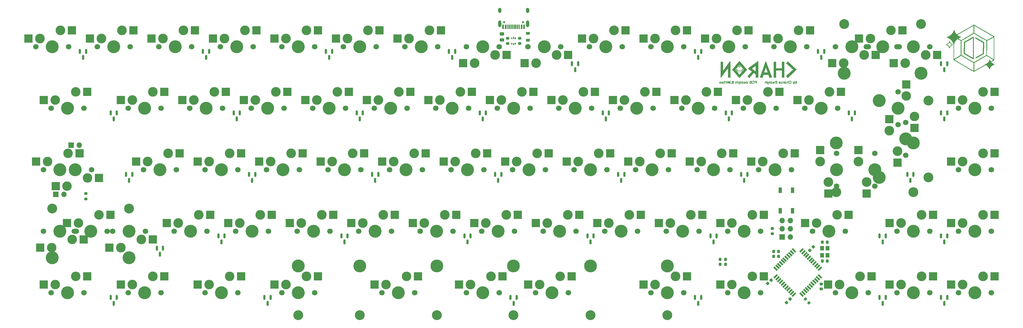
<source format=gbr>
%TF.GenerationSoftware,KiCad,Pcbnew,(5.99.0-11177-g6c67dfa032)*%
%TF.CreationDate,2021-09-16T00:40:47+03:00*%
%TF.ProjectId,Charon_32U4_Hotswap,43686172-6f6e-45f3-9332-55345f486f74,rev?*%
%TF.SameCoordinates,Original*%
%TF.FileFunction,Soldermask,Bot*%
%TF.FilePolarity,Negative*%
%FSLAX46Y46*%
G04 Gerber Fmt 4.6, Leading zero omitted, Abs format (unit mm)*
G04 Created by KiCad (PCBNEW (5.99.0-11177-g6c67dfa032)) date 2021-09-16 00:40:47*
%MOMM*%
%LPD*%
G01*
G04 APERTURE LIST*
G04 Aperture macros list*
%AMRoundRect*
0 Rectangle with rounded corners*
0 $1 Rounding radius*
0 $2 $3 $4 $5 $6 $7 $8 $9 X,Y pos of 4 corners*
0 Add a 4 corners polygon primitive as box body*
4,1,4,$2,$3,$4,$5,$6,$7,$8,$9,$2,$3,0*
0 Add four circle primitives for the rounded corners*
1,1,$1+$1,$2,$3*
1,1,$1+$1,$4,$5*
1,1,$1+$1,$6,$7*
1,1,$1+$1,$8,$9*
0 Add four rect primitives between the rounded corners*
20,1,$1+$1,$2,$3,$4,$5,0*
20,1,$1+$1,$4,$5,$6,$7,0*
20,1,$1+$1,$6,$7,$8,$9,0*
20,1,$1+$1,$8,$9,$2,$3,0*%
%AMRotRect*
0 Rectangle, with rotation*
0 The origin of the aperture is its center*
0 $1 length*
0 $2 width*
0 $3 Rotation angle, in degrees counterclockwise*
0 Add horizontal line*
21,1,$1,$2,0,0,$3*%
G04 Aperture macros list end*
%ADD10C,3.048000*%
%ADD11C,3.987800*%
%ADD12C,4.000000*%
%ADD13C,3.050000*%
%ADD14C,3.000000*%
%ADD15C,1.700000*%
%ADD16C,1.200000*%
%ADD17R,2.550000X2.500000*%
%ADD18C,0.650000*%
%ADD19R,0.600000X1.450000*%
%ADD20R,0.300000X1.450000*%
%ADD21O,1.000000X2.100000*%
%ADD22O,1.000000X1.600000*%
%ADD23C,2.950000*%
%ADD24RoundRect,0.150000X-0.150000X0.587500X-0.150000X-0.587500X0.150000X-0.587500X0.150000X0.587500X0*%
%ADD25R,2.500000X2.550000*%
%ADD26R,1.000000X1.700000*%
%ADD27RoundRect,0.200000X-0.200000X-0.275000X0.200000X-0.275000X0.200000X0.275000X-0.200000X0.275000X0*%
%ADD28RoundRect,0.225000X-0.250000X0.225000X-0.250000X-0.225000X0.250000X-0.225000X0.250000X0.225000X0*%
%ADD29RotRect,1.500000X0.550000X315.000000*%
%ADD30RotRect,1.500000X0.550000X225.000000*%
%ADD31RoundRect,0.218750X-0.381250X0.218750X-0.381250X-0.218750X0.381250X-0.218750X0.381250X0.218750X0*%
%ADD32RoundRect,0.200000X-0.275000X0.200000X-0.275000X-0.200000X0.275000X-0.200000X0.275000X0.200000X0*%
%ADD33RoundRect,0.225000X0.225000X0.250000X-0.225000X0.250000X-0.225000X-0.250000X0.225000X-0.250000X0*%
%ADD34RoundRect,0.243750X-0.456250X0.243750X-0.456250X-0.243750X0.456250X-0.243750X0.456250X0.243750X0*%
%ADD35R,1.200000X1.400000*%
%ADD36RoundRect,0.225000X0.017678X-0.335876X0.335876X-0.017678X-0.017678X0.335876X-0.335876X0.017678X0*%
%ADD37RoundRect,0.200000X-0.335876X-0.053033X-0.053033X-0.335876X0.335876X0.053033X0.053033X0.335876X0*%
%ADD38R,1.700000X1.700000*%
%ADD39O,1.700000X1.700000*%
%ADD40RoundRect,0.225000X-0.017678X0.335876X-0.335876X0.017678X0.017678X-0.335876X0.335876X-0.017678X0*%
%ADD41RoundRect,0.200000X0.275000X-0.200000X0.275000X0.200000X-0.275000X0.200000X-0.275000X-0.200000X0*%
%ADD42RoundRect,0.225000X-0.225000X-0.250000X0.225000X-0.250000X0.225000X0.250000X-0.225000X0.250000X0*%
%ADD43R,0.375000X0.500000*%
%ADD44R,0.300000X0.650000*%
G04 APERTURE END LIST*
%TO.C,G\u002A\u002A\u002A*%
G36*
X351314032Y-55606397D02*
G01*
X351313854Y-55646160D01*
X351313674Y-55689099D01*
X351313491Y-55735336D01*
X351313307Y-55784991D01*
X351313119Y-55838187D01*
X351312929Y-55895045D01*
X351312735Y-55955686D01*
X351312537Y-56020233D01*
X351312335Y-56088805D01*
X351312129Y-56161526D01*
X351311917Y-56238516D01*
X351311701Y-56319897D01*
X351311479Y-56405790D01*
X351311251Y-56496318D01*
X351311017Y-56591600D01*
X351310776Y-56691760D01*
X351310528Y-56796917D01*
X351310273Y-56907195D01*
X351310011Y-57022714D01*
X351309740Y-57143596D01*
X351309461Y-57269962D01*
X351309174Y-57401934D01*
X351308877Y-57539633D01*
X351308571Y-57683181D01*
X351308255Y-57832699D01*
X351307929Y-57988309D01*
X351307593Y-58150132D01*
X351307246Y-58318289D01*
X351306888Y-58492904D01*
X351306518Y-58674095D01*
X351306137Y-58861986D01*
X351305743Y-59056698D01*
X351305337Y-59258352D01*
X351304918Y-59467069D01*
X351304486Y-59682972D01*
X351304040Y-59906181D01*
X351303581Y-60136818D01*
X351303107Y-60375005D01*
X351302618Y-60620863D01*
X351302532Y-60664510D01*
X351302252Y-60804561D01*
X351301984Y-60937093D01*
X351301727Y-61062313D01*
X351301480Y-61180431D01*
X351301242Y-61291657D01*
X351301011Y-61396201D01*
X351300786Y-61494270D01*
X351300566Y-61586075D01*
X351300349Y-61671825D01*
X351300136Y-61751730D01*
X351299924Y-61825997D01*
X351299712Y-61894838D01*
X351299499Y-61958461D01*
X351299284Y-62017076D01*
X351299066Y-62070891D01*
X351298843Y-62120117D01*
X351298615Y-62164962D01*
X351298379Y-62205636D01*
X351298136Y-62242348D01*
X351297883Y-62275307D01*
X351297620Y-62304723D01*
X351297345Y-62330806D01*
X351297057Y-62353763D01*
X351296756Y-62373806D01*
X351296439Y-62391142D01*
X351296105Y-62405982D01*
X351295755Y-62418535D01*
X351295385Y-62429009D01*
X351295226Y-62432518D01*
X351294995Y-62437615D01*
X351294585Y-62444561D01*
X351294152Y-62450058D01*
X351293695Y-62454314D01*
X351293214Y-62457538D01*
X351292707Y-62459940D01*
X351292172Y-62461729D01*
X351282429Y-62480564D01*
X351267301Y-62498744D01*
X351267027Y-62499007D01*
X351262183Y-62502887D01*
X351253823Y-62508677D01*
X351241696Y-62516525D01*
X351225549Y-62526579D01*
X351205133Y-62538987D01*
X351180194Y-62553897D01*
X351150482Y-62571457D01*
X351115746Y-62591815D01*
X351075734Y-62615119D01*
X351030194Y-62641517D01*
X350978875Y-62671156D01*
X350921527Y-62704186D01*
X350857897Y-62740753D01*
X350787734Y-62781006D01*
X350756663Y-62798822D01*
X350702242Y-62830048D01*
X350649863Y-62860125D01*
X350599922Y-62888827D01*
X350552810Y-62915927D01*
X350508921Y-62941198D01*
X350468648Y-62964413D01*
X350432386Y-62985345D01*
X350400526Y-63003767D01*
X350373463Y-63019453D01*
X350351589Y-63032175D01*
X350335298Y-63041706D01*
X350324984Y-63047819D01*
X350321039Y-63050288D01*
X350319869Y-63051913D01*
X350320041Y-63056112D01*
X350323553Y-63062954D01*
X350331012Y-63073504D01*
X350343025Y-63088826D01*
X350380335Y-63133778D01*
X350457969Y-63218752D01*
X350541325Y-63299557D01*
X350629449Y-63375347D01*
X350721386Y-63445274D01*
X350816181Y-63508491D01*
X350842533Y-63524670D01*
X350906056Y-63561926D01*
X350968375Y-63595769D01*
X351031278Y-63627063D01*
X351096554Y-63656675D01*
X351165990Y-63685471D01*
X351241377Y-63714316D01*
X351249036Y-63717176D01*
X351274627Y-63727428D01*
X351294180Y-63736736D01*
X351308917Y-63745826D01*
X351320056Y-63755420D01*
X351328818Y-63766245D01*
X351333021Y-63772805D01*
X351345138Y-63799920D01*
X351350008Y-63827950D01*
X351347683Y-63855828D01*
X351338219Y-63882484D01*
X351321670Y-63906848D01*
X351319826Y-63908895D01*
X351302748Y-63923506D01*
X351281558Y-63934211D01*
X351254566Y-63941891D01*
X351243568Y-63944742D01*
X351225192Y-63950416D01*
X351201827Y-63958250D01*
X351174664Y-63967823D01*
X351144893Y-63978716D01*
X351113705Y-63990507D01*
X351082291Y-64002775D01*
X351059608Y-64012109D01*
X351016603Y-64031176D01*
X350969905Y-64053355D01*
X350921211Y-64077787D01*
X350872218Y-64103610D01*
X350824625Y-64129963D01*
X350780127Y-64155986D01*
X350766262Y-64164427D01*
X350663082Y-64232298D01*
X350565203Y-64305834D01*
X350472756Y-64384891D01*
X350385872Y-64469323D01*
X350304684Y-64558988D01*
X350229324Y-64653740D01*
X350159923Y-64753435D01*
X350096614Y-64857928D01*
X350039528Y-64967075D01*
X350027489Y-64992552D01*
X349997501Y-65061663D01*
X349968633Y-65136663D01*
X349940512Y-65218501D01*
X349935094Y-65234691D01*
X349925205Y-65261097D01*
X349915524Y-65281615D01*
X349905217Y-65297412D01*
X349893452Y-65309655D01*
X349879394Y-65319512D01*
X349862211Y-65328148D01*
X349855348Y-65330779D01*
X349832169Y-65335582D01*
X349807374Y-65335876D01*
X349784608Y-65331504D01*
X349771811Y-65326488D01*
X349753829Y-65315794D01*
X349736625Y-65300381D01*
X349718537Y-65278926D01*
X349713204Y-65271832D01*
X349706212Y-65261708D01*
X349700245Y-65251439D01*
X349694637Y-65239564D01*
X349688723Y-65224624D01*
X349681838Y-65205159D01*
X349673316Y-65179710D01*
X349666928Y-65160568D01*
X349649452Y-65110415D01*
X349632311Y-65064905D01*
X349614609Y-65021822D01*
X349595449Y-64978949D01*
X349573934Y-64934071D01*
X349559211Y-64904816D01*
X349503323Y-64803606D01*
X349442190Y-64707623D01*
X349375245Y-64616076D01*
X349301921Y-64528174D01*
X349221649Y-64443126D01*
X349215281Y-64436791D01*
X349138757Y-64365112D01*
X349058829Y-64298416D01*
X348974677Y-64236128D01*
X348885484Y-64177675D01*
X348790428Y-64122483D01*
X348688691Y-64069978D01*
X348676002Y-64063815D01*
X348653120Y-64052894D01*
X348635841Y-64045025D01*
X348623259Y-64039854D01*
X348614470Y-64037024D01*
X348608569Y-64036181D01*
X348604650Y-64036968D01*
X348602285Y-64038283D01*
X348593380Y-64043344D01*
X348578070Y-64052091D01*
X348556550Y-64064410D01*
X348529019Y-64080187D01*
X348495674Y-64099308D01*
X348456712Y-64121661D01*
X348412331Y-64147131D01*
X348362729Y-64175607D01*
X348308102Y-64206973D01*
X348248648Y-64241117D01*
X348184564Y-64277925D01*
X348116048Y-64317284D01*
X348043298Y-64359080D01*
X347966510Y-64403201D01*
X347885882Y-64449532D01*
X347801612Y-64497960D01*
X347713897Y-64548372D01*
X347622934Y-64600654D01*
X347528920Y-64654693D01*
X347432054Y-64710375D01*
X347332532Y-64767588D01*
X347230553Y-64826217D01*
X347126312Y-64886150D01*
X347020009Y-64947272D01*
X346911839Y-65009471D01*
X346802001Y-65072633D01*
X346718978Y-65120371D01*
X346610290Y-65182849D01*
X346503387Y-65244282D01*
X346398470Y-65304554D01*
X346295737Y-65363553D01*
X346195386Y-65421165D01*
X346097617Y-65477277D01*
X346002627Y-65531774D01*
X345910615Y-65584543D01*
X345821781Y-65635470D01*
X345736322Y-65684441D01*
X345654438Y-65731344D01*
X345576327Y-65776063D01*
X345502188Y-65818486D01*
X345432220Y-65858499D01*
X345366621Y-65895988D01*
X345305589Y-65930840D01*
X345249325Y-65962940D01*
X345198025Y-65992175D01*
X345151890Y-66018432D01*
X345111117Y-66041597D01*
X345075905Y-66061555D01*
X345046454Y-66078194D01*
X345022961Y-66091400D01*
X345005625Y-66101059D01*
X344994645Y-66107057D01*
X344990221Y-66109281D01*
X344987243Y-66110087D01*
X344976134Y-66112639D01*
X344965654Y-66113894D01*
X344954993Y-66113551D01*
X344943338Y-66111306D01*
X344929877Y-66106857D01*
X344913800Y-66099900D01*
X344894295Y-66090133D01*
X344870550Y-66077253D01*
X344841754Y-66060957D01*
X344807094Y-66040942D01*
X344805295Y-66039897D01*
X344794153Y-66033434D01*
X344776512Y-66023203D01*
X344752566Y-66009317D01*
X344722507Y-65991887D01*
X344686528Y-65971025D01*
X344644823Y-65946843D01*
X344597584Y-65919454D01*
X344545005Y-65888969D01*
X344487278Y-65855499D01*
X344424596Y-65819157D01*
X344357154Y-65780056D01*
X344285142Y-65738305D01*
X344208756Y-65694019D01*
X344128187Y-65647307D01*
X344043629Y-65598283D01*
X343955274Y-65547059D01*
X343863316Y-65493745D01*
X343767949Y-65438455D01*
X343669363Y-65381300D01*
X343567754Y-65322391D01*
X343463314Y-65261842D01*
X343356235Y-65199763D01*
X343246711Y-65136267D01*
X343134936Y-65071465D01*
X343021101Y-65005469D01*
X342905401Y-64938393D01*
X342788027Y-64870346D01*
X342669174Y-64801441D01*
X342549033Y-64731791D01*
X342427799Y-64661506D01*
X342305664Y-64590700D01*
X342182822Y-64519483D01*
X342059464Y-64447968D01*
X341935785Y-64376267D01*
X341811977Y-64304491D01*
X341688234Y-64232752D01*
X341564748Y-64161163D01*
X341441712Y-64089835D01*
X341319320Y-64018880D01*
X341197764Y-63948410D01*
X341077238Y-63878538D01*
X340957934Y-63809374D01*
X340840046Y-63741031D01*
X340723766Y-63673620D01*
X340609288Y-63607254D01*
X340496805Y-63542045D01*
X340386510Y-63478104D01*
X340278595Y-63415544D01*
X340173254Y-63354475D01*
X340070680Y-63295011D01*
X339971066Y-63237263D01*
X339874604Y-63181343D01*
X339781488Y-63127362D01*
X339691912Y-63075434D01*
X339606067Y-63025669D01*
X339524147Y-62978179D01*
X339446346Y-62933077D01*
X339372855Y-62890475D01*
X339303869Y-62850484D01*
X339239579Y-62813216D01*
X339180180Y-62778783D01*
X339125864Y-62747297D01*
X339076824Y-62718870D01*
X339033253Y-62693614D01*
X338995345Y-62671641D01*
X338963292Y-62653062D01*
X338937287Y-62637990D01*
X338917524Y-62626537D01*
X338904195Y-62618814D01*
X338884976Y-62607678D01*
X338844845Y-62584425D01*
X338810734Y-62564678D01*
X338782134Y-62548165D01*
X338758533Y-62534614D01*
X338739422Y-62523755D01*
X338724291Y-62515315D01*
X338712629Y-62509024D01*
X338703925Y-62504610D01*
X338697671Y-62501801D01*
X338693355Y-62500325D01*
X338690467Y-62499912D01*
X338688496Y-62500290D01*
X338686934Y-62501187D01*
X338685269Y-62502331D01*
X338682483Y-62503915D01*
X338678987Y-62503728D01*
X338678209Y-62497102D01*
X338677852Y-62494330D01*
X338673755Y-62484464D01*
X338666552Y-62474186D01*
X338658320Y-62463388D01*
X338648697Y-62446668D01*
X338641936Y-62429978D01*
X338639332Y-62416085D01*
X338637480Y-62407414D01*
X338634727Y-62402884D01*
X338966318Y-62402884D01*
X338977142Y-62409568D01*
X338977682Y-62409888D01*
X338983741Y-62413421D01*
X338996284Y-62420713D01*
X339015117Y-62431650D01*
X339040045Y-62446120D01*
X339070873Y-62464010D01*
X339107406Y-62485206D01*
X339149450Y-62509596D01*
X339196810Y-62537067D01*
X339249292Y-62567507D01*
X339306701Y-62600802D01*
X339368841Y-62636839D01*
X339435519Y-62675506D01*
X339506540Y-62716690D01*
X339581709Y-62760278D01*
X339660832Y-62806157D01*
X339743713Y-62854214D01*
X339830158Y-62904337D01*
X339919973Y-62956412D01*
X340012962Y-63010327D01*
X340108932Y-63065969D01*
X340207687Y-63123225D01*
X340309032Y-63181982D01*
X340412774Y-63242127D01*
X340518717Y-63303548D01*
X340626667Y-63366132D01*
X340736428Y-63429765D01*
X340847808Y-63494335D01*
X340960609Y-63559729D01*
X341074639Y-63625834D01*
X341189702Y-63692538D01*
X341305604Y-63759727D01*
X341422150Y-63827288D01*
X341539145Y-63895110D01*
X341656395Y-63963078D01*
X341773705Y-64031080D01*
X341890880Y-64099004D01*
X342007726Y-64166736D01*
X342124047Y-64234163D01*
X342239650Y-64301173D01*
X342354340Y-64367653D01*
X342467922Y-64433490D01*
X342580200Y-64498571D01*
X342690982Y-64562783D01*
X342800071Y-64626014D01*
X342907274Y-64688150D01*
X343012395Y-64749079D01*
X343115240Y-64808687D01*
X343215614Y-64866863D01*
X343313323Y-64923493D01*
X343408172Y-64978463D01*
X343499966Y-65031663D01*
X343588510Y-65082978D01*
X343673610Y-65132295D01*
X343755072Y-65179503D01*
X343832700Y-65224487D01*
X343906300Y-65267136D01*
X343975677Y-65307336D01*
X344040637Y-65344974D01*
X344100984Y-65379938D01*
X344156525Y-65412114D01*
X344207064Y-65441391D01*
X344239050Y-65459919D01*
X344301524Y-65496102D01*
X344362071Y-65531165D01*
X344420349Y-65564909D01*
X344476012Y-65597134D01*
X344528717Y-65627642D01*
X344578120Y-65656234D01*
X344623877Y-65682710D01*
X344665644Y-65706872D01*
X344703076Y-65728520D01*
X344735830Y-65747456D01*
X344763561Y-65763480D01*
X344785927Y-65776393D01*
X344802581Y-65785997D01*
X344813181Y-65792092D01*
X344817383Y-65794479D01*
X344825724Y-65798868D01*
X344828115Y-64695331D01*
X344828178Y-64666456D01*
X344828393Y-64572979D01*
X344828618Y-64480844D01*
X344828853Y-64390407D01*
X344829097Y-64302027D01*
X344829348Y-64216064D01*
X344829605Y-64132875D01*
X344829866Y-64052818D01*
X344830129Y-63976253D01*
X344830395Y-63903537D01*
X344830660Y-63835030D01*
X344830925Y-63771089D01*
X344831186Y-63712073D01*
X344831444Y-63658341D01*
X344831697Y-63610250D01*
X344831943Y-63568160D01*
X344832181Y-63532429D01*
X344832409Y-63503415D01*
X344832626Y-63481477D01*
X344832832Y-63466973D01*
X344834996Y-63350770D01*
X345081784Y-63350770D01*
X345082138Y-63523882D01*
X345082169Y-63537760D01*
X345082233Y-63562505D01*
X345082321Y-63594354D01*
X345082432Y-63632917D01*
X345082565Y-63677803D01*
X345082719Y-63728623D01*
X345082892Y-63784986D01*
X345083084Y-63846502D01*
X345083292Y-63912780D01*
X345083516Y-63983431D01*
X345083754Y-64058063D01*
X345084006Y-64136288D01*
X345084270Y-64217714D01*
X345084544Y-64301951D01*
X345084828Y-64388609D01*
X345085120Y-64477298D01*
X345085420Y-64567628D01*
X345085725Y-64659208D01*
X345086034Y-64751647D01*
X345089576Y-65806300D01*
X346731868Y-64861882D01*
X346796725Y-64824585D01*
X346900711Y-64764789D01*
X347002875Y-64706043D01*
X347103011Y-64648464D01*
X347200914Y-64592172D01*
X347296378Y-64537283D01*
X347389197Y-64483918D01*
X347479167Y-64432192D01*
X347566081Y-64382225D01*
X347649734Y-64334135D01*
X347729921Y-64288040D01*
X347806436Y-64244057D01*
X347879073Y-64202306D01*
X347947626Y-64162904D01*
X348011892Y-64125970D01*
X348071663Y-64091621D01*
X348126734Y-64059975D01*
X348176900Y-64031152D01*
X348221955Y-64005268D01*
X348261694Y-63982443D01*
X348295911Y-63962794D01*
X348324401Y-63946439D01*
X348346957Y-63933496D01*
X348363375Y-63924085D01*
X348373449Y-63918322D01*
X348376974Y-63916325D01*
X348377559Y-63914950D01*
X348376701Y-63908084D01*
X348373662Y-63897654D01*
X348371976Y-63892310D01*
X348368370Y-63866265D01*
X348371531Y-63840116D01*
X348380787Y-63815267D01*
X348395465Y-63793121D01*
X348414894Y-63775081D01*
X348438400Y-63762551D01*
X348443332Y-63760602D01*
X348455341Y-63754834D01*
X348463775Y-63749401D01*
X348469083Y-63745255D01*
X348476021Y-63740896D01*
X348485280Y-63736153D01*
X348497864Y-63730582D01*
X348514779Y-63723739D01*
X348537029Y-63715182D01*
X348565619Y-63704466D01*
X348661338Y-63666467D01*
X348757355Y-63622974D01*
X348850734Y-63574823D01*
X348943214Y-63521114D01*
X349036531Y-63460950D01*
X349077963Y-63432089D01*
X349170389Y-63361029D01*
X349258634Y-63283731D01*
X349342297Y-63200662D01*
X349420976Y-63112291D01*
X349494267Y-63019084D01*
X349561770Y-62921509D01*
X349623081Y-62820034D01*
X349677800Y-62715126D01*
X349690984Y-62687276D01*
X349707868Y-62649738D01*
X349723406Y-62612555D01*
X349738388Y-62573742D01*
X349753601Y-62531318D01*
X349769832Y-62483296D01*
X349770967Y-62479872D01*
X349779148Y-62455977D01*
X349787123Y-62433909D01*
X349794357Y-62415070D01*
X349800314Y-62400858D01*
X349804459Y-62392677D01*
X349808733Y-62386751D01*
X349826744Y-62369307D01*
X349849421Y-62355457D01*
X349874602Y-62346323D01*
X349900123Y-62343029D01*
X349916849Y-62345165D01*
X349938044Y-62352011D01*
X349958713Y-62362346D01*
X349975853Y-62374903D01*
X349992300Y-62393880D01*
X350004698Y-62418291D01*
X350012222Y-62448034D01*
X350012433Y-62449296D01*
X350016570Y-62467659D01*
X350023466Y-62491767D01*
X350032667Y-62520385D01*
X350043723Y-62552279D01*
X350056181Y-62586216D01*
X350069590Y-62620961D01*
X350083497Y-62655281D01*
X350097450Y-62687943D01*
X350110998Y-62717711D01*
X350118318Y-62732878D01*
X350128873Y-62753984D01*
X350140289Y-62776152D01*
X350151945Y-62798237D01*
X350163218Y-62819090D01*
X350173488Y-62837565D01*
X350182132Y-62852515D01*
X350188528Y-62862791D01*
X350192055Y-62867249D01*
X350192926Y-62867192D01*
X350199484Y-62864487D01*
X350211567Y-62858456D01*
X350228319Y-62849557D01*
X350248887Y-62838251D01*
X350272416Y-62824997D01*
X350298050Y-62810255D01*
X350299212Y-62809580D01*
X350364563Y-62771616D01*
X350428122Y-62734676D01*
X350489558Y-62698952D01*
X350548543Y-62664636D01*
X350604745Y-62631920D01*
X350657836Y-62600998D01*
X350707485Y-62572062D01*
X350753362Y-62545303D01*
X350795138Y-62520916D01*
X350832482Y-62499091D01*
X350865066Y-62480022D01*
X350892558Y-62463901D01*
X350914629Y-62450921D01*
X350930950Y-62441273D01*
X350941190Y-62435151D01*
X350945019Y-62432748D01*
X350945051Y-62432518D01*
X350941300Y-62429011D01*
X350931243Y-62421732D01*
X350915192Y-62410882D01*
X350893463Y-62396659D01*
X350866368Y-62379261D01*
X350834221Y-62358889D01*
X350797336Y-62335741D01*
X350756027Y-62310016D01*
X350710607Y-62281913D01*
X350661390Y-62251630D01*
X350608690Y-62219368D01*
X350607131Y-62218416D01*
X350586091Y-62205540D01*
X350559394Y-62189168D01*
X350527934Y-62169848D01*
X350492604Y-62148132D01*
X350454298Y-62124568D01*
X350413911Y-62099706D01*
X350372335Y-62074097D01*
X350330464Y-62048290D01*
X350289193Y-62022834D01*
X350273630Y-62013234D01*
X350213148Y-61975953D01*
X350150772Y-61937549D01*
X350086950Y-61898297D01*
X350022131Y-61858472D01*
X349956765Y-61818346D01*
X349891299Y-61778195D01*
X349826184Y-61738293D01*
X349761867Y-61698914D01*
X349698798Y-61660332D01*
X349637426Y-61622821D01*
X349578199Y-61586657D01*
X349521566Y-61552112D01*
X349467976Y-61519462D01*
X349417879Y-61488980D01*
X349371722Y-61460941D01*
X349329955Y-61435619D01*
X349293026Y-61413288D01*
X349261385Y-61394223D01*
X349235481Y-61378697D01*
X349215761Y-61366986D01*
X349214276Y-61366110D01*
X349196926Y-61355811D01*
X349174185Y-61342229D01*
X349147200Y-61326051D01*
X349117119Y-61307968D01*
X349085088Y-61288669D01*
X349052254Y-61268843D01*
X349019763Y-61249179D01*
X348882209Y-61165824D01*
X348789881Y-61218744D01*
X348783956Y-61222144D01*
X348770128Y-61230085D01*
X348749906Y-61241703D01*
X348723498Y-61256878D01*
X348691114Y-61275489D01*
X348652963Y-61297417D01*
X348609253Y-61322541D01*
X348560195Y-61350742D01*
X348505995Y-61381898D01*
X348446865Y-61415890D01*
X348383012Y-61452598D01*
X348314646Y-61491902D01*
X348241976Y-61533681D01*
X348165210Y-61577815D01*
X348084558Y-61624184D01*
X348000228Y-61672669D01*
X347912430Y-61723148D01*
X347821373Y-61775501D01*
X347727265Y-61829610D01*
X347630316Y-61885352D01*
X347530734Y-61942609D01*
X347428730Y-62001259D01*
X347324510Y-62061184D01*
X347218285Y-62122262D01*
X347110264Y-62184374D01*
X347000655Y-62247399D01*
X346889668Y-62311218D01*
X345096773Y-63342151D01*
X345081784Y-63350770D01*
X344834996Y-63350770D01*
X344835157Y-63342151D01*
X344753915Y-63295130D01*
X344750586Y-63293203D01*
X344738929Y-63286450D01*
X344720843Y-63275970D01*
X344696537Y-63261884D01*
X344666221Y-63244313D01*
X344630103Y-63223378D01*
X344588393Y-63199202D01*
X344541299Y-63171904D01*
X344489031Y-63141606D01*
X344431798Y-63108430D01*
X344369809Y-63072497D01*
X344303273Y-63033927D01*
X344232399Y-62992843D01*
X344157396Y-62949364D01*
X344078474Y-62903613D01*
X343995842Y-62855711D01*
X343909708Y-62805779D01*
X343820282Y-62753938D01*
X343727773Y-62700310D01*
X343632390Y-62645015D01*
X343534342Y-62588175D01*
X343433838Y-62529911D01*
X343331088Y-62470344D01*
X343226300Y-62409596D01*
X343119684Y-62347787D01*
X343011448Y-62285039D01*
X342901802Y-62221474D01*
X342843181Y-62187489D01*
X342734509Y-62124489D01*
X342627439Y-62062417D01*
X342522175Y-62001393D01*
X342418925Y-61941537D01*
X342317893Y-61882966D01*
X342219285Y-61825802D01*
X342123306Y-61770162D01*
X342030162Y-61716166D01*
X341940060Y-61663933D01*
X341853203Y-61613582D01*
X341769799Y-61565233D01*
X341690052Y-61519005D01*
X341614168Y-61475016D01*
X341542353Y-61433387D01*
X341474812Y-61394235D01*
X341411751Y-61357681D01*
X341353376Y-61323844D01*
X341299892Y-61292842D01*
X341251504Y-61264795D01*
X341208419Y-61239823D01*
X341170842Y-61218043D01*
X341138979Y-61199577D01*
X341113035Y-61184541D01*
X341093215Y-61173057D01*
X341079726Y-61165243D01*
X341072773Y-61161218D01*
X341014614Y-61127599D01*
X341000691Y-61135967D01*
X340996680Y-61138409D01*
X340984895Y-61145681D01*
X340967342Y-61156579D01*
X340944548Y-61170774D01*
X340917035Y-61187939D01*
X340885329Y-61207746D01*
X340849954Y-61229866D01*
X340811434Y-61253971D01*
X340770293Y-61279733D01*
X340727056Y-61306824D01*
X340682247Y-61334915D01*
X340636391Y-61363679D01*
X340590012Y-61392786D01*
X340543635Y-61421910D01*
X340497783Y-61450721D01*
X340493646Y-61453321D01*
X340445934Y-61483275D01*
X340392557Y-61516730D01*
X340334162Y-61553284D01*
X340271394Y-61592535D01*
X340204898Y-61634082D01*
X340135320Y-61677521D01*
X340063307Y-61722452D01*
X339989503Y-61768471D01*
X339914554Y-61815178D01*
X339839106Y-61862169D01*
X339763805Y-61909044D01*
X339689296Y-61955399D01*
X339616226Y-62000832D01*
X339545239Y-62044943D01*
X339476981Y-62087328D01*
X339412098Y-62127586D01*
X339351236Y-62165315D01*
X339295040Y-62200111D01*
X339244157Y-62231575D01*
X339199231Y-62259303D01*
X338966318Y-62402884D01*
X338634727Y-62402884D01*
X338631578Y-62397702D01*
X338627417Y-62393247D01*
X338626313Y-62389504D01*
X338630604Y-62386287D01*
X338631456Y-62385539D01*
X338632321Y-62383880D01*
X338633100Y-62380980D01*
X338633797Y-62376455D01*
X338634418Y-62369919D01*
X338634968Y-62360986D01*
X338635453Y-62349271D01*
X338635878Y-62334388D01*
X338636249Y-62315953D01*
X338636572Y-62293579D01*
X338636850Y-62266882D01*
X338637091Y-62235475D01*
X338637300Y-62198974D01*
X338637482Y-62156992D01*
X338637642Y-62109146D01*
X338637786Y-62055048D01*
X338637919Y-61994314D01*
X338638048Y-61926558D01*
X338638176Y-61851395D01*
X338638229Y-61819976D01*
X338638307Y-61774703D01*
X338638400Y-61722242D01*
X338638506Y-61662929D01*
X338638625Y-61597095D01*
X338638756Y-61525075D01*
X338638900Y-61447202D01*
X338639054Y-61363809D01*
X338639219Y-61275229D01*
X338639394Y-61181797D01*
X338639472Y-61140456D01*
X338857790Y-61140456D01*
X338857800Y-61258187D01*
X338857845Y-61368233D01*
X338857924Y-61470601D01*
X338858038Y-61565300D01*
X338858187Y-61652336D01*
X338858370Y-61731716D01*
X338858588Y-61803450D01*
X338858841Y-61867543D01*
X338859129Y-61924003D01*
X338859451Y-61972838D01*
X338859808Y-62014055D01*
X338860200Y-62047662D01*
X338860627Y-62073666D01*
X338861088Y-62092074D01*
X338861584Y-62102894D01*
X338862115Y-62106134D01*
X338862483Y-62105770D01*
X338867696Y-62102049D01*
X338870923Y-62103805D01*
X338872566Y-62111797D01*
X338873025Y-62126784D01*
X338873407Y-62139254D01*
X338874459Y-62148505D01*
X338875947Y-62152000D01*
X338877345Y-62151352D01*
X338884531Y-62147199D01*
X338897032Y-62139628D01*
X338914043Y-62129139D01*
X338934756Y-62116229D01*
X338958367Y-62101398D01*
X338984069Y-62085144D01*
X339003811Y-62072631D01*
X339047694Y-62044889D01*
X339097460Y-62013508D01*
X339152618Y-61978797D01*
X339212675Y-61941062D01*
X339277138Y-61900612D01*
X339345514Y-61857753D01*
X339417310Y-61812795D01*
X339492033Y-61766044D01*
X339569191Y-61717808D01*
X339648290Y-61668396D01*
X339728838Y-61618114D01*
X339810342Y-61567270D01*
X339892309Y-61516173D01*
X339974247Y-61465130D01*
X340055662Y-61414448D01*
X340136061Y-61364435D01*
X340214952Y-61315399D01*
X340291842Y-61267648D01*
X340366237Y-61221490D01*
X340437646Y-61177231D01*
X340505576Y-61135181D01*
X340531364Y-61119226D01*
X340573321Y-61093262D01*
X340614662Y-61067670D01*
X340654635Y-61042918D01*
X340692489Y-61019470D01*
X340727473Y-60997793D01*
X340758834Y-60978351D01*
X340785823Y-60961611D01*
X340807686Y-60948037D01*
X340823672Y-60938096D01*
X340854451Y-60918930D01*
X341151493Y-60918930D01*
X342401667Y-61643554D01*
X342409962Y-61648362D01*
X342508957Y-61705741D01*
X342609638Y-61764097D01*
X342711581Y-61823185D01*
X342814365Y-61882760D01*
X342917570Y-61942579D01*
X343020774Y-62002398D01*
X343123556Y-62061971D01*
X343225494Y-62121056D01*
X343326168Y-62179407D01*
X343425155Y-62236781D01*
X343522035Y-62292933D01*
X343616385Y-62347619D01*
X343707786Y-62400596D01*
X343795815Y-62451618D01*
X343880052Y-62500441D01*
X343960074Y-62546822D01*
X344035461Y-62590517D01*
X344105791Y-62631280D01*
X344170644Y-62668868D01*
X344229597Y-62703037D01*
X344282229Y-62733542D01*
X344335637Y-62764493D01*
X344399438Y-62801457D01*
X344461368Y-62837327D01*
X344521078Y-62871901D01*
X344578221Y-62904979D01*
X344632448Y-62936359D01*
X344683413Y-62965840D01*
X344730768Y-62993221D01*
X344774163Y-63018301D01*
X344813253Y-63040879D01*
X344847688Y-63060754D01*
X344877122Y-63077725D01*
X344901205Y-63091591D01*
X344919591Y-63102150D01*
X344931932Y-63109202D01*
X344937880Y-63112546D01*
X344939270Y-63113293D01*
X344952086Y-63119788D01*
X344962337Y-63124338D01*
X344967915Y-63125998D01*
X344969996Y-63125323D01*
X344978184Y-63121437D01*
X344991095Y-63114684D01*
X345007460Y-63105737D01*
X345026007Y-63095268D01*
X345026515Y-63094976D01*
X345034013Y-63090672D01*
X345048039Y-63082614D01*
X345068391Y-63070918D01*
X345094870Y-63055699D01*
X345127275Y-63037072D01*
X345165406Y-63015153D01*
X345209061Y-62990057D01*
X345258041Y-62961898D01*
X345312146Y-62930794D01*
X345371174Y-62896857D01*
X345434925Y-62860205D01*
X345503199Y-62820952D01*
X345575795Y-62779213D01*
X345652513Y-62735103D01*
X345733153Y-62688739D01*
X345817513Y-62640235D01*
X345905394Y-62589706D01*
X345996595Y-62537268D01*
X346090915Y-62483035D01*
X346188155Y-62427124D01*
X346288113Y-62369650D01*
X346390589Y-62310727D01*
X346495383Y-62250470D01*
X346602294Y-62188997D01*
X346711122Y-62126420D01*
X346821666Y-62062856D01*
X346933726Y-61998421D01*
X348709417Y-60977375D01*
X349037630Y-60977375D01*
X349113059Y-61023861D01*
X349126567Y-61032208D01*
X349151856Y-61047903D01*
X349181373Y-61066289D01*
X349213692Y-61086472D01*
X349247383Y-61107560D01*
X349281018Y-61128660D01*
X349313169Y-61148880D01*
X349336197Y-61163368D01*
X349400570Y-61203709D01*
X349471535Y-61247972D01*
X349549016Y-61296109D01*
X349632938Y-61348075D01*
X349723225Y-61403822D01*
X349819802Y-61463304D01*
X349922593Y-61526475D01*
X350031523Y-61593289D01*
X350146517Y-61663698D01*
X350267499Y-61737656D01*
X350394393Y-61815117D01*
X350437334Y-61841318D01*
X350480756Y-61867823D01*
X350523278Y-61893790D01*
X350564180Y-61918779D01*
X350602745Y-61942349D01*
X350638252Y-61964062D01*
X350669982Y-61983477D01*
X350697216Y-62000156D01*
X350719235Y-62013657D01*
X350735319Y-62023542D01*
X350749258Y-62032109D01*
X350775242Y-62048023D01*
X350805487Y-62066495D01*
X350838532Y-62086636D01*
X350872919Y-62107557D01*
X350907186Y-62128367D01*
X350939875Y-62148177D01*
X350943144Y-62150155D01*
X350971693Y-62167418D01*
X350998301Y-62183478D01*
X351022181Y-62197864D01*
X351042547Y-62210102D01*
X351058610Y-62219720D01*
X351069584Y-62226243D01*
X351074681Y-62229200D01*
X351082858Y-62233575D01*
X351085638Y-60541784D01*
X351085716Y-60494615D01*
X351085944Y-60357547D01*
X351086186Y-60213696D01*
X351086442Y-60063790D01*
X351086709Y-59908558D01*
X351086987Y-59748729D01*
X351087273Y-59585032D01*
X351087568Y-59418195D01*
X351087869Y-59248947D01*
X351088174Y-59078018D01*
X351088484Y-58906135D01*
X351088796Y-58734028D01*
X351089110Y-58562426D01*
X351089423Y-58392057D01*
X351089735Y-58223650D01*
X351090044Y-58057934D01*
X351090348Y-57895638D01*
X351090648Y-57737491D01*
X351090940Y-57584220D01*
X351091225Y-57436556D01*
X351091500Y-57295227D01*
X351091764Y-57160962D01*
X351091807Y-57139157D01*
X351092029Y-57025207D01*
X351092242Y-56913281D01*
X351092446Y-56803632D01*
X351092640Y-56696509D01*
X351092824Y-56592163D01*
X351092998Y-56490845D01*
X351093160Y-56392806D01*
X351093312Y-56298297D01*
X351093453Y-56207568D01*
X351093582Y-56120870D01*
X351093698Y-56038454D01*
X351093803Y-55960570D01*
X351093895Y-55887470D01*
X351093973Y-55819405D01*
X351094039Y-55756624D01*
X351094091Y-55699379D01*
X351094128Y-55647920D01*
X351094152Y-55602499D01*
X351094161Y-55563365D01*
X351094155Y-55530770D01*
X351094133Y-55504965D01*
X351094096Y-55486200D01*
X351094043Y-55474727D01*
X351093974Y-55470795D01*
X351093621Y-55470604D01*
X351091712Y-55470783D01*
X351087891Y-55472116D01*
X351081606Y-55474883D01*
X351072307Y-55479364D01*
X351059443Y-55485839D01*
X351042461Y-55494588D01*
X351020812Y-55505890D01*
X350993943Y-55520025D01*
X350961303Y-55537273D01*
X350922342Y-55557913D01*
X350876303Y-55582254D01*
X350815581Y-55614191D01*
X350749220Y-55648938D01*
X350677943Y-55686125D01*
X350602472Y-55725379D01*
X350523530Y-55766329D01*
X350441838Y-55808604D01*
X350358118Y-55851833D01*
X350273093Y-55895644D01*
X350187485Y-55939666D01*
X350102016Y-55983528D01*
X350017408Y-56026859D01*
X349934384Y-56069286D01*
X349853665Y-56110440D01*
X349775974Y-56149948D01*
X349702033Y-56187439D01*
X349632565Y-56222542D01*
X349568290Y-56254886D01*
X349509932Y-56284099D01*
X349494429Y-56291843D01*
X349451774Y-56313217D01*
X349406175Y-56336149D01*
X349359286Y-56359805D01*
X349312762Y-56383346D01*
X349268257Y-56405936D01*
X349227425Y-56426739D01*
X349191921Y-56444918D01*
X349047295Y-56519219D01*
X349047293Y-56520004D01*
X349044838Y-57598888D01*
X349044662Y-57676459D01*
X349044415Y-57785877D01*
X349044156Y-57901621D01*
X349043887Y-58022855D01*
X349043608Y-58148742D01*
X349043323Y-58278446D01*
X349043032Y-58411129D01*
X349042738Y-58545955D01*
X349042442Y-58682087D01*
X349042146Y-58818688D01*
X349041852Y-58954922D01*
X349041563Y-59089950D01*
X349041278Y-59222938D01*
X349041002Y-59353047D01*
X349040734Y-59479441D01*
X349040478Y-59601283D01*
X349040234Y-59717737D01*
X349040006Y-59827966D01*
X349037630Y-60977375D01*
X348709417Y-60977375D01*
X348788126Y-60932116D01*
X348790566Y-59970929D01*
X348790763Y-59892087D01*
X348790991Y-59797959D01*
X348791229Y-59697342D01*
X348791476Y-59590924D01*
X348791728Y-59479391D01*
X348791986Y-59363427D01*
X348792248Y-59243720D01*
X348792512Y-59120955D01*
X348792778Y-58995818D01*
X348793042Y-58868994D01*
X348793305Y-58741170D01*
X348793564Y-58613032D01*
X348793818Y-58485265D01*
X348794067Y-58358555D01*
X348794307Y-58233589D01*
X348794539Y-58111051D01*
X348794760Y-57991629D01*
X348794969Y-57876008D01*
X348795164Y-57764873D01*
X348797323Y-56520004D01*
X348235074Y-56194743D01*
X348230286Y-56191973D01*
X348184285Y-56165356D01*
X348131956Y-56135069D01*
X348073668Y-56101326D01*
X348009793Y-56064343D01*
X347940700Y-56024333D01*
X347866761Y-55981512D01*
X347788347Y-55936095D01*
X347705827Y-55888295D01*
X347619572Y-55838329D01*
X347529953Y-55786410D01*
X347437341Y-55732753D01*
X347342105Y-55677573D01*
X347244617Y-55621084D01*
X347145247Y-55563502D01*
X347044365Y-55505040D01*
X346942343Y-55445915D01*
X346839551Y-55386340D01*
X346736359Y-55326529D01*
X346633138Y-55266699D01*
X346530258Y-55207063D01*
X346428090Y-55147836D01*
X346327005Y-55089234D01*
X344981185Y-54308985D01*
X344969144Y-54316284D01*
X344967807Y-54317064D01*
X344960221Y-54321447D01*
X344946174Y-54329543D01*
X344925858Y-54341243D01*
X344899466Y-54356436D01*
X344867189Y-54375011D01*
X344829220Y-54396857D01*
X344785752Y-54421864D01*
X344736976Y-54449921D01*
X344683085Y-54480918D01*
X344624271Y-54514744D01*
X344560728Y-54551289D01*
X344492646Y-54590441D01*
X344420219Y-54632091D01*
X344343638Y-54676127D01*
X344263097Y-54722440D01*
X344178786Y-54770918D01*
X344090900Y-54821450D01*
X343999629Y-54873927D01*
X343905167Y-54928238D01*
X343807706Y-54984272D01*
X343707438Y-55041918D01*
X343604555Y-55101066D01*
X343499250Y-55161605D01*
X343391715Y-55223425D01*
X343282143Y-55286415D01*
X343170725Y-55350465D01*
X343057654Y-55415463D01*
X342995209Y-55451359D01*
X342883143Y-55515780D01*
X342772871Y-55579170D01*
X342664586Y-55641419D01*
X342558477Y-55702416D01*
X342454737Y-55762053D01*
X342353555Y-55820220D01*
X342255122Y-55876807D01*
X342159629Y-55931704D01*
X342067267Y-55984802D01*
X341978227Y-56035991D01*
X341892699Y-56085161D01*
X341810875Y-56132203D01*
X341732945Y-56177007D01*
X341659099Y-56219463D01*
X341589530Y-56259461D01*
X341524426Y-56296892D01*
X341463980Y-56331647D01*
X341408382Y-56363614D01*
X341357823Y-56392686D01*
X341312493Y-56418751D01*
X341272584Y-56441701D01*
X341238286Y-56461426D01*
X341209790Y-56477816D01*
X341187287Y-56490760D01*
X341170967Y-56500151D01*
X341161022Y-56505877D01*
X341157642Y-56507830D01*
X341157619Y-56509443D01*
X341157575Y-56518217D01*
X341157571Y-56519299D01*
X341157522Y-56534423D01*
X341157460Y-56557842D01*
X341157390Y-56588256D01*
X341157312Y-56625443D01*
X341157227Y-56669187D01*
X341157135Y-56719266D01*
X341157035Y-56775461D01*
X341156929Y-56837554D01*
X341156817Y-56905325D01*
X341156699Y-56978554D01*
X341156576Y-57057023D01*
X341156447Y-57140511D01*
X341156314Y-57228800D01*
X341156176Y-57321671D01*
X341156033Y-57418903D01*
X341155887Y-57520278D01*
X341155737Y-57625577D01*
X341155584Y-57734579D01*
X341155429Y-57847066D01*
X341155270Y-57962819D01*
X341155110Y-58081617D01*
X341154947Y-58203242D01*
X341154783Y-58327475D01*
X341154618Y-58454095D01*
X341154452Y-58582884D01*
X341154286Y-58713623D01*
X341151493Y-60918930D01*
X340854451Y-60918930D01*
X340898250Y-60891656D01*
X340900507Y-60868279D01*
X340900554Y-60867343D01*
X340900697Y-60859461D01*
X340900846Y-60844089D01*
X340901002Y-60821449D01*
X340901163Y-60791768D01*
X340901330Y-60755269D01*
X340901502Y-60712178D01*
X340901678Y-60662718D01*
X340901858Y-60607115D01*
X340902042Y-60545592D01*
X340902228Y-60478376D01*
X340902417Y-60405689D01*
X340902608Y-60327758D01*
X340902800Y-60244806D01*
X340902993Y-60157058D01*
X340903186Y-60064738D01*
X340903380Y-59968072D01*
X340903573Y-59867284D01*
X340903764Y-59762598D01*
X340903954Y-59654240D01*
X340904142Y-59542433D01*
X340904328Y-59427402D01*
X340904510Y-59309373D01*
X340904689Y-59188569D01*
X340904864Y-59065215D01*
X340905034Y-58939535D01*
X340905199Y-58811756D01*
X340905358Y-58682100D01*
X340907952Y-56519299D01*
X340871383Y-56499642D01*
X340869108Y-56498423D01*
X340856741Y-56491837D01*
X340838515Y-56482174D01*
X340815243Y-56469864D01*
X340787740Y-56455337D01*
X340756819Y-56439022D01*
X340723294Y-56421349D01*
X340687979Y-56402748D01*
X340651687Y-56383648D01*
X340651104Y-56383341D01*
X340618130Y-56365994D01*
X340588732Y-56350525D01*
X340562256Y-56336585D01*
X340538050Y-56323828D01*
X340515461Y-56311906D01*
X340493837Y-56300472D01*
X340472523Y-56289178D01*
X340450869Y-56277677D01*
X340428221Y-56265621D01*
X340403927Y-56252663D01*
X340377333Y-56238455D01*
X340347788Y-56222651D01*
X340314638Y-56204902D01*
X340277230Y-56184861D01*
X340234913Y-56162181D01*
X340187033Y-56136514D01*
X340132938Y-56107513D01*
X340119796Y-56100473D01*
X340081823Y-56080187D01*
X340046003Y-56061133D01*
X340012925Y-56043621D01*
X339983176Y-56027957D01*
X339957345Y-56014451D01*
X339936021Y-56003410D01*
X339919792Y-55995143D01*
X339909246Y-55989956D01*
X339904971Y-55988159D01*
X339904734Y-55988179D01*
X339899010Y-55991011D01*
X339888234Y-55998194D01*
X339873224Y-56009097D01*
X339854799Y-56023089D01*
X339833778Y-56039539D01*
X339810981Y-56057815D01*
X339787225Y-56077287D01*
X339763330Y-56097322D01*
X339763034Y-56097573D01*
X339650453Y-56198121D01*
X339544142Y-56303295D01*
X339444086Y-56413115D01*
X339350272Y-56527597D01*
X339262686Y-56646759D01*
X339181315Y-56770619D01*
X339106145Y-56899194D01*
X339037162Y-57032502D01*
X339034098Y-57038832D01*
X339014762Y-57079874D01*
X338996361Y-57121031D01*
X338978483Y-57163362D01*
X338960715Y-57207930D01*
X338942643Y-57255795D01*
X338923853Y-57308020D01*
X338903933Y-57365665D01*
X338882469Y-57429791D01*
X338863805Y-57486287D01*
X338861033Y-58805186D01*
X338860821Y-58907243D01*
X338860379Y-59125555D01*
X338859973Y-59336085D01*
X338859601Y-59538841D01*
X338859264Y-59733830D01*
X338858961Y-59921060D01*
X338858693Y-60100538D01*
X338858460Y-60272272D01*
X338858262Y-60436268D01*
X338858098Y-60592535D01*
X338857969Y-60741080D01*
X338857875Y-60881910D01*
X338857815Y-61015033D01*
X338857790Y-61140456D01*
X338639472Y-61140456D01*
X338639578Y-61083846D01*
X338639771Y-60981708D01*
X338639972Y-60875718D01*
X338640180Y-60766209D01*
X338640394Y-60653514D01*
X338640615Y-60537966D01*
X338640842Y-60419900D01*
X338641073Y-60299648D01*
X338641308Y-60177544D01*
X338641547Y-60053922D01*
X338641789Y-59929114D01*
X338642033Y-59803454D01*
X338642279Y-59677276D01*
X338642526Y-59550913D01*
X338642773Y-59424698D01*
X338646491Y-57529147D01*
X338635821Y-57517458D01*
X338630325Y-57511275D01*
X338623904Y-57503585D01*
X338616009Y-57493606D01*
X338605592Y-57480010D01*
X338591602Y-57461468D01*
X338589670Y-57458518D01*
X338583521Y-57446093D01*
X338575842Y-57427223D01*
X338566940Y-57402695D01*
X338557122Y-57373295D01*
X338530711Y-57294388D01*
X338490847Y-57186186D01*
X338448311Y-57083358D01*
X338402475Y-56984578D01*
X338352714Y-56888515D01*
X338298399Y-56793844D01*
X338238904Y-56699234D01*
X338227298Y-56681648D01*
X338172770Y-56602273D01*
X338117658Y-56527672D01*
X338060655Y-56456255D01*
X338000455Y-56386434D01*
X337935749Y-56316621D01*
X337865231Y-56245229D01*
X337844785Y-56225263D01*
X337771693Y-56156717D01*
X337699406Y-56093602D01*
X337626222Y-56034531D01*
X337550439Y-55978115D01*
X337470356Y-55922964D01*
X337424965Y-55893320D01*
X337305724Y-55820268D01*
X337185593Y-55753801D01*
X337063054Y-55693151D01*
X336936593Y-55637551D01*
X336804693Y-55586235D01*
X336777210Y-55576107D01*
X336751776Y-55566468D01*
X336731816Y-55558451D01*
X336716319Y-55551573D01*
X336704272Y-55545347D01*
X336694664Y-55539286D01*
X336686484Y-55532905D01*
X336678720Y-55525719D01*
X336661048Y-55504363D01*
X336647181Y-55477301D01*
X336639809Y-55448305D01*
X336638951Y-55418590D01*
X336644628Y-55389376D01*
X336656859Y-55361879D01*
X336675664Y-55337318D01*
X336683948Y-55329625D01*
X336699473Y-55317923D01*
X336715941Y-55308019D01*
X336731199Y-55301150D01*
X336743097Y-55298551D01*
X336747591Y-55297193D01*
X336756818Y-55291736D01*
X336767310Y-55283533D01*
X336771333Y-55280069D01*
X336775576Y-55276769D01*
X336780532Y-55273503D01*
X336786858Y-55269991D01*
X336795214Y-55265957D01*
X336806256Y-55261122D01*
X336820643Y-55255209D01*
X336839034Y-55247939D01*
X336862085Y-55239036D01*
X336890455Y-55228220D01*
X336924802Y-55215216D01*
X336965784Y-55199743D01*
X337049361Y-55166254D01*
X337141895Y-55125068D01*
X337236157Y-55079161D01*
X337330792Y-55029302D01*
X337424444Y-54976261D01*
X337515756Y-54920809D01*
X337603373Y-54863715D01*
X337685938Y-54805748D01*
X337762095Y-54747680D01*
X337816539Y-54702231D01*
X339873079Y-54702231D01*
X339873978Y-54704426D01*
X339879899Y-54710864D01*
X339890332Y-54720569D01*
X339904351Y-54732691D01*
X339921029Y-54746375D01*
X339947456Y-54767220D01*
X340034544Y-54831848D01*
X340127542Y-54895220D01*
X340225054Y-54956547D01*
X340325688Y-55015041D01*
X340428050Y-55069913D01*
X340530745Y-55120374D01*
X340632380Y-55165636D01*
X340731561Y-55204910D01*
X340771265Y-55219637D01*
X340805496Y-55232524D01*
X340833771Y-55243484D01*
X340856795Y-55252866D01*
X340875269Y-55261021D01*
X340889895Y-55268300D01*
X340901375Y-55275051D01*
X340910411Y-55281625D01*
X340917706Y-55288373D01*
X340923961Y-55295643D01*
X340929879Y-55303787D01*
X340939009Y-55318914D01*
X340950270Y-55347823D01*
X340954657Y-55377240D01*
X340952606Y-55406229D01*
X340944554Y-55433856D01*
X340930935Y-55459189D01*
X340912186Y-55481292D01*
X340888742Y-55499232D01*
X340861039Y-55512074D01*
X340829513Y-55518886D01*
X340816597Y-55520802D01*
X340801270Y-55524362D01*
X340790006Y-55528412D01*
X340786922Y-55529821D01*
X340776068Y-55534300D01*
X340759774Y-55540707D01*
X340739279Y-55548566D01*
X340715824Y-55557396D01*
X340690650Y-55566721D01*
X340667570Y-55575245D01*
X340617289Y-55594231D01*
X340571894Y-55612087D01*
X340529573Y-55629595D01*
X340488513Y-55647541D01*
X340446902Y-55666705D01*
X340402925Y-55687872D01*
X340354772Y-55711825D01*
X340347615Y-55715452D01*
X340325175Y-55727049D01*
X340300582Y-55740035D01*
X340274742Y-55753907D01*
X340248557Y-55768160D01*
X340222932Y-55782291D01*
X340198769Y-55795797D01*
X340176973Y-55808172D01*
X340158448Y-55818913D01*
X340144096Y-55827517D01*
X340134823Y-55833479D01*
X340131531Y-55836296D01*
X340132861Y-55837262D01*
X340140209Y-55841558D01*
X340153436Y-55848945D01*
X340171921Y-55859088D01*
X340195042Y-55871649D01*
X340222180Y-55886290D01*
X340252712Y-55902676D01*
X340286017Y-55920469D01*
X340321475Y-55939332D01*
X340349545Y-55954254D01*
X340392804Y-55977310D01*
X340440587Y-56002833D01*
X340491553Y-56030104D01*
X340544359Y-56058403D01*
X340597663Y-56087012D01*
X340650124Y-56115211D01*
X340700399Y-56142280D01*
X340747146Y-56167501D01*
X340770514Y-56180121D01*
X340809453Y-56201145D01*
X340846267Y-56221013D01*
X340880365Y-56239406D01*
X340911154Y-56256006D01*
X340938045Y-56270495D01*
X340960446Y-56282553D01*
X340977765Y-56291862D01*
X340989412Y-56298104D01*
X340994794Y-56300959D01*
X341006715Y-56307089D01*
X342214337Y-55612762D01*
X342265781Y-55583184D01*
X342365370Y-55525925D01*
X342466960Y-55467515D01*
X342570091Y-55408220D01*
X342674301Y-55348303D01*
X342779130Y-55288030D01*
X342884117Y-55227667D01*
X342988801Y-55167477D01*
X343092721Y-55107727D01*
X343195417Y-55048681D01*
X343296426Y-54990604D01*
X343395289Y-54933761D01*
X343491544Y-54878417D01*
X343584731Y-54824837D01*
X343674389Y-54773287D01*
X343760056Y-54724030D01*
X343841273Y-54677333D01*
X343917577Y-54633460D01*
X343988508Y-54592676D01*
X344053606Y-54555246D01*
X344112409Y-54521435D01*
X344154093Y-54497460D01*
X344220776Y-54459079D01*
X344285432Y-54421830D01*
X344347747Y-54385897D01*
X344407405Y-54351461D01*
X344464090Y-54318706D01*
X344517487Y-54287816D01*
X344567280Y-54258973D01*
X344613153Y-54232360D01*
X344654792Y-54208161D01*
X344691881Y-54186558D01*
X344724104Y-54167736D01*
X344751145Y-54151876D01*
X344772689Y-54139162D01*
X344788422Y-54129777D01*
X344798026Y-54123905D01*
X344801186Y-54121727D01*
X344801411Y-54120596D01*
X344806247Y-54116674D01*
X344815389Y-54111862D01*
X344831264Y-54104704D01*
X344829301Y-54066064D01*
X345084595Y-54066064D01*
X345084596Y-54077100D01*
X345084713Y-54081017D01*
X345084770Y-54081052D01*
X345088980Y-54083503D01*
X345099715Y-54089735D01*
X345116781Y-54099637D01*
X345125516Y-54104704D01*
X345139985Y-54113097D01*
X345169133Y-54130001D01*
X345204033Y-54150239D01*
X345244490Y-54173698D01*
X345290311Y-54200266D01*
X345341303Y-54229831D01*
X345397272Y-54262280D01*
X345458025Y-54297501D01*
X345523367Y-54335383D01*
X345593107Y-54375813D01*
X345667050Y-54418679D01*
X345745003Y-54463869D01*
X345826772Y-54511270D01*
X345912165Y-54560771D01*
X346000986Y-54612259D01*
X346093044Y-54665622D01*
X346188144Y-54720748D01*
X346286094Y-54777525D01*
X346386699Y-54835841D01*
X346489766Y-54895584D01*
X346595102Y-54956641D01*
X346702513Y-55018900D01*
X346811806Y-55082249D01*
X346922787Y-55146577D01*
X347032610Y-55210232D01*
X347142939Y-55274182D01*
X347251666Y-55337204D01*
X347358583Y-55399177D01*
X347463485Y-55459982D01*
X347566168Y-55519502D01*
X347666424Y-55577615D01*
X347764049Y-55634204D01*
X347858838Y-55689149D01*
X347950584Y-55742331D01*
X348039082Y-55793631D01*
X348124127Y-55842930D01*
X348205513Y-55890108D01*
X348283034Y-55935046D01*
X348356485Y-55977626D01*
X348425661Y-56017728D01*
X348490355Y-56055233D01*
X348550363Y-56090021D01*
X348605479Y-56121974D01*
X348655497Y-56150973D01*
X348700212Y-56176898D01*
X348739418Y-56199630D01*
X348772910Y-56219050D01*
X348800481Y-56235039D01*
X348821928Y-56247478D01*
X348837043Y-56256248D01*
X348845622Y-56261229D01*
X348865126Y-56272534D01*
X348887144Y-56285218D01*
X348906334Y-56296187D01*
X348921721Y-56304887D01*
X348932330Y-56310763D01*
X348937185Y-56313261D01*
X348938289Y-56313286D01*
X348945636Y-56310904D01*
X348959338Y-56304904D01*
X348979443Y-56295263D01*
X349005998Y-56281955D01*
X349039050Y-56264957D01*
X349078646Y-56244242D01*
X349124835Y-56219788D01*
X349177663Y-56191570D01*
X349237178Y-56159562D01*
X349303428Y-56123741D01*
X349320332Y-56114584D01*
X349358023Y-56094192D01*
X349396536Y-56073386D01*
X349434592Y-56052855D01*
X349470914Y-56033288D01*
X349504222Y-56015374D01*
X349533240Y-55999801D01*
X349556688Y-55987259D01*
X349619112Y-55953976D01*
X349722522Y-55898938D01*
X349825332Y-55844341D01*
X349927095Y-55790417D01*
X350027365Y-55737401D01*
X350125696Y-55685526D01*
X350221641Y-55635027D01*
X350314754Y-55586137D01*
X350404588Y-55539091D01*
X350490697Y-55494122D01*
X350572635Y-55451465D01*
X350649954Y-55411354D01*
X350722210Y-55374021D01*
X350788955Y-55339703D01*
X350849743Y-55308631D01*
X350904127Y-55281041D01*
X350987215Y-55239082D01*
X350972312Y-55230308D01*
X350971757Y-55229984D01*
X350965529Y-55226365D01*
X350952765Y-55218955D01*
X350933622Y-55207849D01*
X350908262Y-55193138D01*
X350876842Y-55174914D01*
X350839523Y-55153270D01*
X350796465Y-55128298D01*
X350747825Y-55100092D01*
X350693765Y-55068742D01*
X350634442Y-55034342D01*
X350570018Y-54996984D01*
X350426498Y-54913764D01*
X350347723Y-54868087D01*
X350264482Y-54819822D01*
X350176936Y-54769060D01*
X350085244Y-54715895D01*
X349989565Y-54660419D01*
X349890059Y-54602724D01*
X349786885Y-54542903D01*
X349680203Y-54481049D01*
X349570171Y-54417252D01*
X349456950Y-54351607D01*
X349340699Y-54284205D01*
X349221576Y-54215140D01*
X349099742Y-54144502D01*
X348975356Y-54072385D01*
X348848577Y-53998881D01*
X348719565Y-53924083D01*
X348588479Y-53848082D01*
X348455478Y-53770972D01*
X348320722Y-53692845D01*
X348184370Y-53613792D01*
X348046582Y-53533908D01*
X347907517Y-53453283D01*
X347767334Y-53372011D01*
X347626193Y-53290183D01*
X347484254Y-53207893D01*
X347341674Y-53125232D01*
X347198615Y-53042294D01*
X347055235Y-52959170D01*
X346911694Y-52875952D01*
X346768151Y-52792735D01*
X346624766Y-52709608D01*
X346481698Y-52626666D01*
X346339105Y-52544001D01*
X346303210Y-52523192D01*
X346212382Y-52470551D01*
X346123368Y-52418976D01*
X346036403Y-52368604D01*
X345951722Y-52319570D01*
X345869558Y-52272009D01*
X345790147Y-52226058D01*
X345713723Y-52181850D01*
X345640521Y-52139522D01*
X345570775Y-52099209D01*
X345504719Y-52061047D01*
X345442589Y-52025170D01*
X345384619Y-51991715D01*
X345331043Y-51960817D01*
X345282096Y-51932611D01*
X345238012Y-51907232D01*
X345199027Y-51884817D01*
X345165374Y-51865500D01*
X345137289Y-51849417D01*
X345115005Y-51836703D01*
X345098758Y-51827494D01*
X345088782Y-51821926D01*
X345085311Y-51820132D01*
X345085242Y-51820367D01*
X345085011Y-51826008D01*
X345084954Y-51838581D01*
X345085058Y-51857375D01*
X345085311Y-51881678D01*
X345085700Y-51910779D01*
X345086212Y-51943964D01*
X345086836Y-51980523D01*
X345087558Y-52019743D01*
X345088365Y-52060913D01*
X345089247Y-52103320D01*
X345090189Y-52146253D01*
X345091179Y-52189000D01*
X345092205Y-52230848D01*
X345093255Y-52271086D01*
X345093770Y-52293899D01*
X345093936Y-52314708D01*
X345093588Y-52328150D01*
X345092722Y-52334451D01*
X345091329Y-52333835D01*
X345088425Y-52327946D01*
X345086339Y-52326042D01*
X345086242Y-52329290D01*
X345086167Y-52339941D01*
X345086128Y-52357610D01*
X345086122Y-52381889D01*
X345086148Y-52412369D01*
X345086206Y-52448644D01*
X345086294Y-52490305D01*
X345086412Y-52536944D01*
X345086558Y-52588152D01*
X345086732Y-52643523D01*
X345086931Y-52702647D01*
X345087156Y-52765118D01*
X345087405Y-52830526D01*
X345087678Y-52898464D01*
X345087972Y-52968524D01*
X345088060Y-52989395D01*
X345088336Y-53064189D01*
X345088558Y-53139405D01*
X345088728Y-53214411D01*
X345088844Y-53288574D01*
X345088909Y-53361263D01*
X345088922Y-53431846D01*
X345088885Y-53499691D01*
X345088796Y-53564166D01*
X345088658Y-53624640D01*
X345088471Y-53680481D01*
X345088234Y-53731057D01*
X345087949Y-53775735D01*
X345087617Y-53813885D01*
X345087237Y-53844874D01*
X345087218Y-53846111D01*
X345086612Y-53888106D01*
X345086071Y-53927700D01*
X345085602Y-53964218D01*
X345085213Y-53996988D01*
X345084911Y-54025334D01*
X345084702Y-54048584D01*
X345084595Y-54066064D01*
X344829301Y-54066064D01*
X344828977Y-54059693D01*
X344828800Y-54055953D01*
X344828094Y-54035704D01*
X344827439Y-54008198D01*
X344826835Y-53973868D01*
X344826282Y-53933145D01*
X344825782Y-53886462D01*
X344825335Y-53834249D01*
X344824942Y-53776941D01*
X344824603Y-53714967D01*
X344824319Y-53648760D01*
X344824091Y-53578753D01*
X344823920Y-53505377D01*
X344823806Y-53429064D01*
X344823750Y-53350247D01*
X344823752Y-53269356D01*
X344823814Y-53186824D01*
X344823936Y-53103084D01*
X344824118Y-53018566D01*
X344824362Y-52933704D01*
X344824668Y-52848928D01*
X344825036Y-52764672D01*
X344825468Y-52681366D01*
X344825964Y-52599443D01*
X344826525Y-52519335D01*
X344826597Y-52509685D01*
X344827112Y-52438739D01*
X344827585Y-52369954D01*
X344828014Y-52303734D01*
X344828397Y-52240479D01*
X344828733Y-52180592D01*
X344829020Y-52124475D01*
X344829257Y-52072531D01*
X344829442Y-52025162D01*
X344829573Y-51982770D01*
X344829649Y-51945757D01*
X344829669Y-51914525D01*
X344829630Y-51889476D01*
X344829531Y-51871013D01*
X344829371Y-51859539D01*
X344829147Y-51855454D01*
X344828396Y-51855387D01*
X344822246Y-51857648D01*
X344811110Y-51863000D01*
X344796258Y-51870812D01*
X344778960Y-51880451D01*
X344775917Y-51882191D01*
X344759365Y-51891668D01*
X344736677Y-51904676D01*
X344708060Y-51921096D01*
X344673716Y-51940811D01*
X344633851Y-51963703D01*
X344588669Y-51989654D01*
X344538375Y-52018547D01*
X344483173Y-52050265D01*
X344423269Y-52084689D01*
X344358866Y-52121701D01*
X344290169Y-52161185D01*
X344217384Y-52203022D01*
X344140714Y-52247094D01*
X344060364Y-52293285D01*
X343976539Y-52341475D01*
X343889444Y-52391549D01*
X343799282Y-52443387D01*
X343706259Y-52496872D01*
X343610580Y-52551887D01*
X343512448Y-52608314D01*
X343412068Y-52666035D01*
X343309646Y-52724932D01*
X343205386Y-52784888D01*
X343099491Y-52845785D01*
X342992168Y-52907505D01*
X342883620Y-52969931D01*
X342774053Y-53032945D01*
X342663670Y-53096430D01*
X342552676Y-53160267D01*
X342441277Y-53224338D01*
X342329676Y-53288527D01*
X342218079Y-53352716D01*
X342106689Y-53416786D01*
X341995712Y-53480621D01*
X341885352Y-53544102D01*
X341775813Y-53607111D01*
X341667301Y-53669532D01*
X341560020Y-53731246D01*
X341454174Y-53792136D01*
X341349968Y-53852084D01*
X341247608Y-53910972D01*
X341147296Y-53968682D01*
X341049239Y-54025098D01*
X340953640Y-54080101D01*
X340860704Y-54133573D01*
X340770637Y-54185397D01*
X340683641Y-54235456D01*
X340599923Y-54283631D01*
X340519687Y-54329804D01*
X340443137Y-54373859D01*
X340370477Y-54415677D01*
X340301914Y-54455141D01*
X340237650Y-54492133D01*
X340177891Y-54526535D01*
X340122842Y-54558229D01*
X340072706Y-54587099D01*
X340027689Y-54613026D01*
X339987995Y-54635892D01*
X339953830Y-54655581D01*
X339925396Y-54671973D01*
X339902900Y-54684952D01*
X339886545Y-54694400D01*
X339876537Y-54700199D01*
X339873079Y-54702231D01*
X337816539Y-54702231D01*
X337862505Y-54663860D01*
X337972691Y-54562550D01*
X338076917Y-54456232D01*
X338175153Y-54344941D01*
X338267369Y-54228709D01*
X338353536Y-54107572D01*
X338433624Y-53981563D01*
X338478614Y-53904191D01*
X338520134Y-53827473D01*
X338558206Y-53750981D01*
X338593558Y-53673110D01*
X338626917Y-53592258D01*
X338659011Y-53506823D01*
X338690565Y-53415200D01*
X338691490Y-53412409D01*
X338700706Y-53384837D01*
X338709389Y-53359288D01*
X338717160Y-53336839D01*
X338723645Y-53318568D01*
X338728466Y-53305551D01*
X338731246Y-53298865D01*
X338731329Y-53298706D01*
X338742087Y-53283280D01*
X338757748Y-53267254D01*
X338775950Y-53252760D01*
X338794333Y-53241928D01*
X338798127Y-53240186D01*
X338809599Y-53235697D01*
X338820890Y-53233068D01*
X338834653Y-53231833D01*
X338853543Y-53231524D01*
X338859788Y-53231546D01*
X338876894Y-53232079D01*
X338889655Y-53233676D01*
X338900724Y-53236804D01*
X338912753Y-53241928D01*
X338926064Y-53249047D01*
X338951451Y-53268795D01*
X338971463Y-53293773D01*
X338985610Y-53323287D01*
X338993405Y-53356642D01*
X338995856Y-53370043D01*
X339001268Y-53391640D01*
X339009113Y-53418679D01*
X339019067Y-53450223D01*
X339030808Y-53485334D01*
X339044015Y-53523072D01*
X339058363Y-53562501D01*
X339073532Y-53602682D01*
X339089199Y-53642677D01*
X339105042Y-53681547D01*
X339108030Y-53688596D01*
X339119852Y-53714989D01*
X339134627Y-53746294D01*
X339151639Y-53781112D01*
X339170171Y-53818044D01*
X339189509Y-53855692D01*
X339208935Y-53892657D01*
X339227734Y-53927539D01*
X339245190Y-53958939D01*
X339260586Y-53985459D01*
X339289767Y-54033207D01*
X339344178Y-54117371D01*
X339400669Y-54198918D01*
X339458059Y-54276168D01*
X339515167Y-54347444D01*
X339533198Y-54368722D01*
X339555205Y-54394094D01*
X339578677Y-54420655D01*
X339602534Y-54447212D01*
X339625697Y-54472574D01*
X339647084Y-54495548D01*
X339665615Y-54514942D01*
X339680211Y-54529565D01*
X339700989Y-54549618D01*
X340125686Y-54305223D01*
X340181348Y-54273194D01*
X340247690Y-54235023D01*
X340318325Y-54194386D01*
X340393052Y-54151398D01*
X340471671Y-54106175D01*
X340553981Y-54058831D01*
X340639780Y-54009483D01*
X340728868Y-53958246D01*
X340821044Y-53905236D01*
X340916108Y-53850567D01*
X341013857Y-53794355D01*
X341114091Y-53736717D01*
X341216610Y-53677767D01*
X341321213Y-53617620D01*
X341427698Y-53556393D01*
X341535865Y-53494201D01*
X341645513Y-53431158D01*
X341756441Y-53367382D01*
X341868448Y-53302986D01*
X341981333Y-53238087D01*
X342094895Y-53172800D01*
X342208934Y-53107241D01*
X342323248Y-53041525D01*
X342437637Y-52975767D01*
X342551900Y-52910083D01*
X342665836Y-52844588D01*
X342779244Y-52779399D01*
X342891923Y-52714629D01*
X343003672Y-52650396D01*
X343114290Y-52586814D01*
X343223577Y-52523998D01*
X343331332Y-52462065D01*
X343437353Y-52401129D01*
X343541440Y-52341307D01*
X343643392Y-52282713D01*
X343743008Y-52225464D01*
X343840087Y-52169673D01*
X343934428Y-52115458D01*
X344025831Y-52062934D01*
X344114095Y-52012215D01*
X344199018Y-51963418D01*
X344280399Y-51916658D01*
X344358039Y-51872050D01*
X344431735Y-51829710D01*
X344501288Y-51789753D01*
X344566495Y-51752295D01*
X344627157Y-51717451D01*
X344683073Y-51685338D01*
X344734041Y-51656069D01*
X344779860Y-51629761D01*
X344820330Y-51606529D01*
X344855251Y-51586488D01*
X344884420Y-51569755D01*
X344907637Y-51556444D01*
X344924702Y-51546672D01*
X344935412Y-51540552D01*
X344939569Y-51538202D01*
X344945371Y-51535359D01*
X344956734Y-51531439D01*
X344970073Y-51529472D01*
X344988272Y-51528907D01*
X344993742Y-51528915D01*
X345008721Y-51529469D01*
X345020070Y-51531449D01*
X345031013Y-51535654D01*
X345044769Y-51542878D01*
X345049278Y-51545459D01*
X345060521Y-51551943D01*
X345078416Y-51562285D01*
X345102917Y-51576457D01*
X345133979Y-51594435D01*
X345171557Y-51616190D01*
X345215604Y-51641697D01*
X345266076Y-51670930D01*
X345322928Y-51703862D01*
X345386113Y-51740467D01*
X345455586Y-51780718D01*
X345531303Y-51824590D01*
X345613217Y-51872056D01*
X345701283Y-51923089D01*
X345795456Y-51977664D01*
X345895690Y-52035753D01*
X346001940Y-52097331D01*
X346114161Y-52162372D01*
X346232307Y-52230849D01*
X346356332Y-52302735D01*
X346486192Y-52378005D01*
X346621840Y-52456631D01*
X346763232Y-52538589D01*
X346910322Y-52623851D01*
X347063065Y-52712391D01*
X347221414Y-52804182D01*
X347385326Y-52899199D01*
X347554754Y-52997416D01*
X347729653Y-53098805D01*
X347909977Y-53203340D01*
X348095681Y-53310995D01*
X348286720Y-53421745D01*
X348483049Y-53535562D01*
X348684621Y-53652420D01*
X348891392Y-53772293D01*
X349103316Y-53895154D01*
X349320348Y-54020977D01*
X349542441Y-54149737D01*
X349769552Y-54281406D01*
X350001634Y-54415958D01*
X350238642Y-54553367D01*
X350480530Y-54693607D01*
X350727254Y-54836651D01*
X350978768Y-54982472D01*
X351010873Y-55001112D01*
X351053566Y-55025977D01*
X351094122Y-55049688D01*
X351132028Y-55071940D01*
X351166771Y-55092429D01*
X351197839Y-55110851D01*
X351224720Y-55126902D01*
X351246901Y-55140276D01*
X351263868Y-55150671D01*
X351275110Y-55157782D01*
X351280114Y-55161305D01*
X351289531Y-55171886D01*
X351298944Y-55187611D01*
X351306954Y-55208069D01*
X351314274Y-55234790D01*
X351314809Y-55237054D01*
X351315243Y-55239082D01*
X351318488Y-55254244D01*
X351320110Y-55267023D01*
X351319852Y-55278138D01*
X351317894Y-55290335D01*
X351317776Y-55291007D01*
X351317559Y-55292762D01*
X351317347Y-55295264D01*
X351317140Y-55298633D01*
X351316938Y-55302992D01*
X351316739Y-55308461D01*
X351316545Y-55315163D01*
X351316354Y-55323218D01*
X351316166Y-55332748D01*
X351315981Y-55343875D01*
X351315799Y-55356721D01*
X351315618Y-55371405D01*
X351315440Y-55388051D01*
X351315262Y-55406780D01*
X351315086Y-55427712D01*
X351314911Y-55450971D01*
X351314736Y-55476676D01*
X351314561Y-55504950D01*
X351314385Y-55535914D01*
X351314242Y-55563365D01*
X351314209Y-55569689D01*
X351314032Y-55606397D01*
G37*
G36*
X345420840Y-55365571D02*
G01*
X345424362Y-55366997D01*
X345430262Y-55369861D01*
X345438713Y-55374264D01*
X345449889Y-55380307D01*
X345463962Y-55388091D01*
X345481107Y-55397717D01*
X345501495Y-55409286D01*
X345525302Y-55422899D01*
X345552699Y-55438657D01*
X345583860Y-55456661D01*
X345618959Y-55477012D01*
X345658168Y-55499810D01*
X345701662Y-55525157D01*
X345749613Y-55553154D01*
X345802194Y-55583902D01*
X345859579Y-55617502D01*
X345921941Y-55654054D01*
X345989454Y-55693660D01*
X346062291Y-55736421D01*
X346140624Y-55782438D01*
X346224628Y-55831811D01*
X346314475Y-55884641D01*
X346410339Y-55941031D01*
X346512393Y-56001079D01*
X346620810Y-56064889D01*
X346735764Y-56132560D01*
X346817000Y-56180392D01*
X346943571Y-56254945D01*
X347063414Y-56325569D01*
X347176527Y-56392265D01*
X347282911Y-56455032D01*
X347382566Y-56513869D01*
X347475492Y-56568778D01*
X347561689Y-56619758D01*
X347641156Y-56666809D01*
X347713894Y-56709931D01*
X347779903Y-56749124D01*
X347839183Y-56784388D01*
X347891733Y-56815723D01*
X347937554Y-56843129D01*
X347976645Y-56866606D01*
X348009007Y-56886154D01*
X348034640Y-56901773D01*
X348053543Y-56913463D01*
X348065717Y-56921224D01*
X348071161Y-56925055D01*
X348073411Y-56927120D01*
X348091101Y-56947373D01*
X348106228Y-56973038D01*
X348120900Y-57002710D01*
X348122086Y-57113973D01*
X348122089Y-57114208D01*
X348122189Y-57131065D01*
X348122216Y-57154927D01*
X348122171Y-57185485D01*
X348122058Y-57222431D01*
X348121880Y-57265458D01*
X348121638Y-57314256D01*
X348121337Y-57368517D01*
X348120978Y-57427933D01*
X348120565Y-57492196D01*
X348120100Y-57560998D01*
X348119586Y-57634030D01*
X348119027Y-57710984D01*
X348118424Y-57791551D01*
X348117780Y-57875424D01*
X348117099Y-57962295D01*
X348116383Y-58051854D01*
X348115635Y-58143794D01*
X348114857Y-58237806D01*
X348114053Y-58333582D01*
X348113225Y-58430814D01*
X348112377Y-58529193D01*
X348111510Y-58628412D01*
X348110628Y-58728162D01*
X348109733Y-58828134D01*
X348108828Y-58928021D01*
X348107916Y-59027514D01*
X348107001Y-59126305D01*
X348106084Y-59224086D01*
X348105168Y-59320548D01*
X348104256Y-59415383D01*
X348103351Y-59508282D01*
X348102456Y-59598939D01*
X348101574Y-59687043D01*
X348100707Y-59772288D01*
X348099858Y-59854364D01*
X348099030Y-59932964D01*
X348098226Y-60007779D01*
X348097448Y-60078501D01*
X348096700Y-60144821D01*
X348095984Y-60206432D01*
X348095302Y-60263025D01*
X348094658Y-60314291D01*
X348094055Y-60359924D01*
X348093495Y-60399613D01*
X348092981Y-60433052D01*
X348092516Y-60459931D01*
X348092102Y-60479942D01*
X348091743Y-60492778D01*
X348091441Y-60498130D01*
X348084355Y-60525020D01*
X348069017Y-60557357D01*
X348047292Y-60585615D01*
X348019685Y-60609013D01*
X348018774Y-60609581D01*
X348011768Y-60613687D01*
X347998380Y-60621399D01*
X347978906Y-60632549D01*
X347953642Y-60646971D01*
X347922882Y-60664498D01*
X347886922Y-60684962D01*
X347846057Y-60708196D01*
X347800582Y-60734033D01*
X347750792Y-60762306D01*
X347696982Y-60792849D01*
X347639448Y-60825493D01*
X347578485Y-60860072D01*
X347514388Y-60896419D01*
X347447452Y-60934366D01*
X347377973Y-60973747D01*
X347306244Y-61014394D01*
X347232563Y-61056141D01*
X347157223Y-61098820D01*
X347080521Y-61142264D01*
X347002751Y-61186306D01*
X346924208Y-61230779D01*
X346845187Y-61275516D01*
X346765985Y-61320350D01*
X346686895Y-61365113D01*
X346608214Y-61409639D01*
X346530236Y-61453760D01*
X346453256Y-61497310D01*
X346377570Y-61540121D01*
X346303473Y-61582026D01*
X346231260Y-61622859D01*
X346161226Y-61662451D01*
X346093666Y-61700636D01*
X346028876Y-61737247D01*
X345967151Y-61772117D01*
X345908786Y-61805079D01*
X345854076Y-61835964D01*
X345803316Y-61864608D01*
X345756802Y-61890841D01*
X345714828Y-61914498D01*
X345677690Y-61935411D01*
X345645683Y-61953414D01*
X345619102Y-61968338D01*
X345598243Y-61980017D01*
X345583400Y-61988283D01*
X345574869Y-61992971D01*
X345561362Y-62000212D01*
X345544267Y-62009269D01*
X345530585Y-62016388D01*
X345521461Y-62020975D01*
X345518040Y-62022437D01*
X345518067Y-62020452D01*
X345518551Y-62011735D01*
X345519492Y-61997065D01*
X345520820Y-61977516D01*
X345522464Y-61954161D01*
X345524350Y-61928073D01*
X345525379Y-61913849D01*
X345527804Y-61879411D01*
X345530436Y-61840981D01*
X345533102Y-61801126D01*
X345535630Y-61762414D01*
X345537847Y-61727413D01*
X345538021Y-61724621D01*
X345539763Y-61696858D01*
X345541359Y-61671892D01*
X345542744Y-61650721D01*
X345543852Y-61634338D01*
X345544616Y-61623742D01*
X345544971Y-61619928D01*
X345545109Y-61619848D01*
X345549788Y-61617197D01*
X345560882Y-61610917D01*
X345578085Y-61601182D01*
X345601090Y-61588166D01*
X345629589Y-61572043D01*
X345663277Y-61552986D01*
X345701846Y-61531168D01*
X345744988Y-61506763D01*
X345792398Y-61479946D01*
X345843769Y-61450888D01*
X345898792Y-61419765D01*
X345957162Y-61386750D01*
X346018572Y-61352015D01*
X346082714Y-61315735D01*
X346149281Y-61278084D01*
X346217968Y-61239235D01*
X346288466Y-61199361D01*
X346360469Y-61158636D01*
X346433670Y-61117235D01*
X346507762Y-61075329D01*
X346582438Y-61033093D01*
X346657391Y-60990701D01*
X346732314Y-60948326D01*
X346806901Y-60906142D01*
X346880844Y-60864322D01*
X346953837Y-60823040D01*
X347025571Y-60782469D01*
X347095742Y-60742784D01*
X347164041Y-60704157D01*
X347230162Y-60666762D01*
X347293798Y-60630773D01*
X347354641Y-60596364D01*
X347412386Y-60563708D01*
X347466724Y-60532978D01*
X347517350Y-60504348D01*
X347563956Y-60477993D01*
X347606235Y-60454084D01*
X347643880Y-60432797D01*
X347676585Y-60414304D01*
X347704042Y-60398780D01*
X347725944Y-60386397D01*
X347741986Y-60377329D01*
X347751859Y-60371751D01*
X347755256Y-60369835D01*
X347755296Y-60368303D01*
X347755412Y-60359678D01*
X347755590Y-60343677D01*
X347755829Y-60320559D01*
X347756126Y-60290578D01*
X347756479Y-60253992D01*
X347756886Y-60211058D01*
X347757343Y-60162031D01*
X347757850Y-60107169D01*
X347758403Y-60046728D01*
X347759000Y-59980965D01*
X347759639Y-59910135D01*
X347760318Y-59834497D01*
X347761035Y-59754306D01*
X347761786Y-59669819D01*
X347762570Y-59581292D01*
X347763384Y-59488983D01*
X347764227Y-59393147D01*
X347765095Y-59294041D01*
X347765987Y-59191922D01*
X347766901Y-59087047D01*
X347767833Y-58979671D01*
X347768781Y-58870052D01*
X347769744Y-58758446D01*
X347770491Y-58671546D01*
X347771636Y-58537452D01*
X347772707Y-58410852D01*
X347773705Y-58291563D01*
X347774631Y-58179401D01*
X347775486Y-58074182D01*
X347776271Y-57975723D01*
X347776987Y-57883839D01*
X347777635Y-57798347D01*
X347778216Y-57719064D01*
X347778731Y-57645804D01*
X347779182Y-57578385D01*
X347779569Y-57516623D01*
X347779893Y-57460333D01*
X347780156Y-57409333D01*
X347780358Y-57363438D01*
X347780500Y-57322464D01*
X347780584Y-57286229D01*
X347780610Y-57254547D01*
X347780580Y-57227235D01*
X347780495Y-57204110D01*
X347780355Y-57184987D01*
X347780162Y-57169683D01*
X347779916Y-57158014D01*
X347779619Y-57149796D01*
X347779272Y-57144846D01*
X347778876Y-57142979D01*
X347775480Y-57140857D01*
X347765607Y-57134921D01*
X347749532Y-57125337D01*
X347727519Y-57112262D01*
X347699830Y-57095850D01*
X347666729Y-57076257D01*
X347628480Y-57053638D01*
X347585345Y-57028150D01*
X347537588Y-56999946D01*
X347485472Y-56969184D01*
X347429261Y-56936017D01*
X347369218Y-56900602D01*
X347305606Y-56863094D01*
X347238689Y-56823647D01*
X347168730Y-56782419D01*
X347095992Y-56739564D01*
X347020738Y-56695237D01*
X346943233Y-56649594D01*
X346863739Y-56602791D01*
X346782520Y-56554982D01*
X346733822Y-56526320D01*
X346650868Y-56477494D01*
X346568786Y-56429182D01*
X346487900Y-56381574D01*
X346408537Y-56334860D01*
X346331019Y-56289233D01*
X346255673Y-56244884D01*
X346182822Y-56202002D01*
X346112790Y-56160781D01*
X346045904Y-56121409D01*
X345982487Y-56084080D01*
X345922864Y-56048983D01*
X345867360Y-56016310D01*
X345816299Y-55986252D01*
X345770006Y-55959000D01*
X345728805Y-55934745D01*
X345693022Y-55913679D01*
X345662980Y-55895992D01*
X345639005Y-55881875D01*
X345621422Y-55871520D01*
X345451932Y-55771693D01*
X345449217Y-55748426D01*
X345448951Y-55746009D01*
X345447726Y-55733162D01*
X345446129Y-55714534D01*
X345444285Y-55691674D01*
X345442320Y-55666127D01*
X345440359Y-55639440D01*
X345438042Y-55608149D01*
X345435216Y-55571673D01*
X345432146Y-55533367D01*
X345429073Y-55496215D01*
X345426235Y-55463202D01*
X345424947Y-55448305D01*
X345422910Y-55423380D01*
X345421266Y-55401449D01*
X345420096Y-55383702D01*
X345419482Y-55371332D01*
X345419508Y-55365529D01*
X345419523Y-55365482D01*
X345420840Y-55365571D01*
G37*
G36*
X344865539Y-62187498D02*
G01*
X344841413Y-62199165D01*
X344815931Y-62211228D01*
X344795502Y-62220170D01*
X344779011Y-62226114D01*
X344765343Y-62229182D01*
X344753381Y-62229497D01*
X344742009Y-62227182D01*
X344730112Y-62222360D01*
X344716575Y-62215153D01*
X344700280Y-62205685D01*
X344699744Y-62205370D01*
X344692631Y-62201191D01*
X344679131Y-62193249D01*
X344659522Y-62181708D01*
X344634087Y-62166734D01*
X344603104Y-62148492D01*
X344566855Y-62127147D01*
X344525619Y-62102864D01*
X344479677Y-62075809D01*
X344429310Y-62046146D01*
X344374796Y-62014041D01*
X344316418Y-61979659D01*
X344254454Y-61943164D01*
X344189186Y-61904722D01*
X344120894Y-61864499D01*
X344049858Y-61822658D01*
X343976357Y-61779366D01*
X343900674Y-61734787D01*
X343823087Y-61689087D01*
X343743878Y-61642430D01*
X343663326Y-61594982D01*
X343581712Y-61546907D01*
X343499316Y-61498372D01*
X343416418Y-61449541D01*
X343333299Y-61400579D01*
X343250239Y-61351651D01*
X343167518Y-61302923D01*
X343085417Y-61254559D01*
X343004216Y-61206725D01*
X342924195Y-61159585D01*
X342845634Y-61113305D01*
X342768815Y-61068051D01*
X342694016Y-61023986D01*
X342621519Y-60981277D01*
X342551604Y-60940088D01*
X342484550Y-60900584D01*
X342420639Y-60862931D01*
X342360151Y-60827294D01*
X342303365Y-60793837D01*
X342250563Y-60762726D01*
X342202024Y-60734126D01*
X342158029Y-60708203D01*
X342118859Y-60685120D01*
X342084792Y-60665044D01*
X342056111Y-60648139D01*
X342033094Y-60634571D01*
X342016023Y-60624505D01*
X342000659Y-60615409D01*
X341963046Y-60592777D01*
X341932288Y-60573668D01*
X341908335Y-60558048D01*
X341891133Y-60545885D01*
X341880630Y-60537144D01*
X341878340Y-60534838D01*
X341858987Y-60510211D01*
X341843748Y-60481392D01*
X341834199Y-60451298D01*
X341833624Y-60446438D01*
X341833133Y-60437604D01*
X341832731Y-60424553D01*
X341832417Y-60407029D01*
X341832193Y-60384778D01*
X341832058Y-60357544D01*
X341832014Y-60325071D01*
X341832036Y-60306631D01*
X342173177Y-60306631D01*
X342173221Y-60318077D01*
X342173331Y-60322047D01*
X342173698Y-60322274D01*
X342179197Y-60325548D01*
X342191103Y-60332594D01*
X342209183Y-60343273D01*
X342233202Y-60357447D01*
X342262925Y-60374979D01*
X342298118Y-60395730D01*
X342338546Y-60419561D01*
X342383975Y-60446335D01*
X342434171Y-60475914D01*
X342488898Y-60508159D01*
X342547923Y-60542933D01*
X342611010Y-60580096D01*
X342677926Y-60619512D01*
X342748435Y-60661041D01*
X342822303Y-60704546D01*
X342899296Y-60749888D01*
X342979180Y-60796929D01*
X343061718Y-60845532D01*
X343146678Y-60895557D01*
X343233825Y-60946868D01*
X343322924Y-60999325D01*
X343413740Y-61052790D01*
X343442403Y-61069664D01*
X343532696Y-61122817D01*
X343621196Y-61174909D01*
X343707668Y-61225805D01*
X343791879Y-61275364D01*
X343873594Y-61323451D01*
X343952579Y-61369926D01*
X344028598Y-61414652D01*
X344101419Y-61457492D01*
X344170806Y-61498307D01*
X344236525Y-61536960D01*
X344298342Y-61573313D01*
X344356021Y-61607228D01*
X344409330Y-61638566D01*
X344458034Y-61667192D01*
X344501897Y-61692965D01*
X344540687Y-61715750D01*
X344574167Y-61735407D01*
X344602105Y-61751799D01*
X344624265Y-61764788D01*
X344640414Y-61774237D01*
X344650316Y-61780008D01*
X344653738Y-61781962D01*
X344653769Y-61781209D01*
X344653840Y-61773972D01*
X344653909Y-61759212D01*
X344653978Y-61737114D01*
X344654045Y-61707867D01*
X344654112Y-61671657D01*
X344654176Y-61628671D01*
X344654240Y-61579096D01*
X344654302Y-61523118D01*
X344654363Y-61460924D01*
X344654422Y-61392701D01*
X344654479Y-61318637D01*
X344654535Y-61238917D01*
X344654588Y-61153729D01*
X344654640Y-61063259D01*
X344654690Y-60967695D01*
X344654737Y-60867223D01*
X344654783Y-60762030D01*
X344654826Y-60652302D01*
X344654866Y-60538228D01*
X344654905Y-60419992D01*
X344654940Y-60297783D01*
X344654973Y-60171788D01*
X344655003Y-60042192D01*
X344655031Y-59909183D01*
X344655055Y-59772948D01*
X344655077Y-59633673D01*
X344655095Y-59491545D01*
X344655111Y-59346752D01*
X344655123Y-59199479D01*
X344655131Y-59049915D01*
X344655137Y-58898245D01*
X344655138Y-58744656D01*
X344655138Y-55707351D01*
X344646372Y-55712002D01*
X344644454Y-55713072D01*
X344636081Y-55717788D01*
X344621334Y-55726111D01*
X344600460Y-55737903D01*
X344573704Y-55753024D01*
X344541312Y-55771336D01*
X344503529Y-55792699D01*
X344460602Y-55816975D01*
X344412776Y-55844024D01*
X344360296Y-55873708D01*
X344303409Y-55905887D01*
X344242360Y-55940422D01*
X344177395Y-55977176D01*
X344108760Y-56016007D01*
X344036700Y-56056779D01*
X343961461Y-56099350D01*
X343883288Y-56143583D01*
X343802428Y-56189339D01*
X343719126Y-56236479D01*
X343633628Y-56284862D01*
X343546179Y-56334352D01*
X343457025Y-56384808D01*
X343402877Y-56415453D01*
X343314307Y-56465578D01*
X343227444Y-56514736D01*
X343142541Y-56562782D01*
X343059853Y-56609574D01*
X342979633Y-56654967D01*
X342902136Y-56698819D01*
X342827614Y-56740986D01*
X342756321Y-56781323D01*
X342688511Y-56819689D01*
X342624439Y-56855938D01*
X342564357Y-56889928D01*
X342508519Y-56921515D01*
X342457179Y-56950556D01*
X342410591Y-56976906D01*
X342369009Y-57000423D01*
X342332686Y-57020962D01*
X342301876Y-57038381D01*
X342276833Y-57052535D01*
X342257810Y-57063282D01*
X342245061Y-57070477D01*
X342238841Y-57073978D01*
X342201236Y-57094993D01*
X342199039Y-57142581D01*
X342198844Y-57149712D01*
X342198589Y-57164334D01*
X342198283Y-57185979D01*
X342197929Y-57214333D01*
X342197529Y-57249080D01*
X342197086Y-57289905D01*
X342196602Y-57336493D01*
X342196080Y-57388529D01*
X342195522Y-57445697D01*
X342194932Y-57507682D01*
X342194311Y-57574169D01*
X342193662Y-57644843D01*
X342192988Y-57719388D01*
X342192291Y-57797489D01*
X342191574Y-57878831D01*
X342190839Y-57963099D01*
X342190088Y-58049978D01*
X342189326Y-58139151D01*
X342188553Y-58230305D01*
X342187772Y-58323123D01*
X342186987Y-58417291D01*
X342186199Y-58512493D01*
X342185412Y-58608415D01*
X342184627Y-58704740D01*
X342183847Y-58801153D01*
X342183075Y-58897341D01*
X342182314Y-58992986D01*
X342181565Y-59087774D01*
X342180832Y-59181389D01*
X342180117Y-59273518D01*
X342179422Y-59363843D01*
X342178750Y-59452050D01*
X342178104Y-59537824D01*
X342177486Y-59620849D01*
X342176899Y-59700811D01*
X342176345Y-59777394D01*
X342175827Y-59850282D01*
X342175347Y-59919161D01*
X342174908Y-59983715D01*
X342174513Y-60043630D01*
X342174164Y-60098589D01*
X342173863Y-60148277D01*
X342173613Y-60192380D01*
X342173417Y-60230582D01*
X342173277Y-60262568D01*
X342173196Y-60288023D01*
X342173177Y-60306631D01*
X341832036Y-60306631D01*
X341832060Y-60287104D01*
X341832198Y-60243389D01*
X341832428Y-60193669D01*
X341832751Y-60137689D01*
X341833167Y-60075193D01*
X341833677Y-60005927D01*
X341834282Y-59929636D01*
X341834981Y-59846062D01*
X341835776Y-59754953D01*
X341835968Y-59733224D01*
X341836586Y-59662740D01*
X341837255Y-59585373D01*
X341837971Y-59501804D01*
X341838727Y-59412717D01*
X341839518Y-59318794D01*
X341840338Y-59220717D01*
X341841182Y-59119169D01*
X341842044Y-59014833D01*
X341842919Y-58908391D01*
X341843800Y-58800525D01*
X341844683Y-58691919D01*
X341845561Y-58583254D01*
X341846430Y-58475213D01*
X341847283Y-58368478D01*
X341848114Y-58263733D01*
X341848919Y-58161660D01*
X341849692Y-58062940D01*
X341850165Y-58002923D01*
X341850880Y-57914917D01*
X341851603Y-57828860D01*
X341852332Y-57745096D01*
X341853061Y-57663968D01*
X341853788Y-57585821D01*
X341854508Y-57510998D01*
X341855218Y-57439842D01*
X341855914Y-57372698D01*
X341856592Y-57309909D01*
X341857249Y-57251820D01*
X341857881Y-57198772D01*
X341858485Y-57151111D01*
X341859055Y-57109180D01*
X341859589Y-57073323D01*
X341860083Y-57043884D01*
X341860534Y-57021205D01*
X341860936Y-57005632D01*
X341861288Y-56997507D01*
X341861868Y-56990025D01*
X341863645Y-56970781D01*
X341865734Y-56956430D01*
X341868639Y-56944776D01*
X341872864Y-56933622D01*
X341878915Y-56920773D01*
X341881075Y-56916482D01*
X341886774Y-56906153D01*
X341893092Y-56896648D01*
X341900652Y-56887509D01*
X341910074Y-56878280D01*
X341921981Y-56868505D01*
X341936994Y-56857726D01*
X341955734Y-56845488D01*
X341978824Y-56831335D01*
X342006884Y-56814808D01*
X342040537Y-56795453D01*
X342080403Y-56772813D01*
X342089585Y-56767618D01*
X342108487Y-56756921D01*
X342133699Y-56742655D01*
X342164942Y-56724976D01*
X342201935Y-56704043D01*
X342244399Y-56680015D01*
X342292053Y-56653050D01*
X342344618Y-56623305D01*
X342401815Y-56590940D01*
X342463363Y-56556113D01*
X342528983Y-56518982D01*
X342598394Y-56479706D01*
X342671317Y-56438442D01*
X342747473Y-56395349D01*
X342826580Y-56350586D01*
X342908360Y-56304311D01*
X342992533Y-56256682D01*
X343078818Y-56207857D01*
X343166937Y-56157996D01*
X343256608Y-56107255D01*
X343347553Y-56055794D01*
X343439492Y-56003771D01*
X343526925Y-55954292D01*
X343615657Y-55904068D01*
X343702439Y-55854937D01*
X343787030Y-55807036D01*
X343869189Y-55760503D01*
X343948673Y-55715474D01*
X344025241Y-55672086D01*
X344098652Y-55630478D01*
X344168663Y-55590785D01*
X344235033Y-55553145D01*
X344297520Y-55517695D01*
X344355882Y-55484573D01*
X344409878Y-55453915D01*
X344459267Y-55425859D01*
X344503805Y-55400542D01*
X344543253Y-55378100D01*
X344577367Y-55358671D01*
X344605907Y-55342393D01*
X344628631Y-55329401D01*
X344645296Y-55319835D01*
X344655662Y-55313829D01*
X344659486Y-55311523D01*
X344660151Y-55310995D01*
X344667204Y-55306580D01*
X344679397Y-55299780D01*
X344695394Y-55291267D01*
X344713859Y-55281711D01*
X344733457Y-55271784D01*
X344752851Y-55262156D01*
X344770707Y-55253500D01*
X344785689Y-55246485D01*
X344796460Y-55241785D01*
X344801684Y-55240069D01*
X344802099Y-55240105D01*
X344808542Y-55241763D01*
X344820900Y-55245597D01*
X344837962Y-55251210D01*
X344858516Y-55258205D01*
X344881348Y-55266184D01*
X344955158Y-55292299D01*
X344954182Y-58718680D01*
X344954175Y-58744656D01*
X344953206Y-62145060D01*
X344865539Y-62187498D01*
G37*
G36*
X338496500Y-57720572D02*
G01*
X338487457Y-57743907D01*
X338472811Y-57764153D01*
X338453096Y-57780113D01*
X338428846Y-57790584D01*
X338417730Y-57793987D01*
X338397125Y-57801120D01*
X338372400Y-57810333D01*
X338345291Y-57820932D01*
X338317529Y-57832219D01*
X338290849Y-57843501D01*
X338266984Y-57854082D01*
X338247668Y-57863265D01*
X338192524Y-57892400D01*
X338134663Y-57925895D01*
X338077948Y-57961540D01*
X338024518Y-57997990D01*
X337976511Y-58033900D01*
X337958339Y-58049029D01*
X337934877Y-58070012D01*
X337908666Y-58094594D01*
X337880910Y-58121565D01*
X337852813Y-58149716D01*
X337825582Y-58177840D01*
X337800419Y-58204728D01*
X337778530Y-58229172D01*
X337761120Y-58249963D01*
X337758800Y-58252887D01*
X337696218Y-58338195D01*
X337639649Y-58428307D01*
X337589418Y-58522704D01*
X337573510Y-58556224D01*
X337556358Y-58595166D01*
X337540957Y-58633934D01*
X337526279Y-58675145D01*
X337511293Y-58721416D01*
X337508115Y-58731537D01*
X337501397Y-58752483D01*
X337495228Y-58771152D01*
X337490184Y-58785819D01*
X337486839Y-58794759D01*
X337483395Y-58801351D01*
X337472419Y-58815654D01*
X337458025Y-58829536D01*
X337442588Y-58840851D01*
X337428483Y-58847457D01*
X337416281Y-58850031D01*
X337389616Y-58850222D01*
X337363898Y-58843421D01*
X337340565Y-58830118D01*
X337321051Y-58810804D01*
X337316596Y-58804918D01*
X337310031Y-58795452D01*
X337304193Y-58785514D01*
X337298583Y-58773941D01*
X337292703Y-58759569D01*
X337286054Y-58741232D01*
X337278138Y-58717768D01*
X337268455Y-58688011D01*
X337261617Y-58667252D01*
X337252567Y-58640852D01*
X337243560Y-58615606D01*
X337235349Y-58593612D01*
X337228684Y-58576967D01*
X337190601Y-58495141D01*
X337142205Y-58407206D01*
X337087391Y-58321901D01*
X337026872Y-58240416D01*
X337019105Y-58230961D01*
X336999979Y-58209118D01*
X336976989Y-58184250D01*
X336951411Y-58157635D01*
X336924523Y-58130550D01*
X336897602Y-58104270D01*
X336871926Y-58080073D01*
X336848770Y-58059236D01*
X336829414Y-58043034D01*
X336746237Y-57981768D01*
X336655953Y-57924589D01*
X336562224Y-57874389D01*
X336465109Y-57831201D01*
X336451746Y-57825729D01*
X336431360Y-57816977D01*
X336413596Y-57808872D01*
X336400007Y-57802130D01*
X336392140Y-57797468D01*
X336376596Y-57782237D01*
X336364412Y-57761468D01*
X336357875Y-57738312D01*
X336357152Y-57720955D01*
X336709924Y-57720955D01*
X336742394Y-57739548D01*
X336804346Y-57777248D01*
X336888664Y-57836006D01*
X336969742Y-57901287D01*
X337047047Y-57972559D01*
X337120051Y-58049291D01*
X337188223Y-58130950D01*
X337251033Y-58217005D01*
X337307950Y-58306924D01*
X337312524Y-58314867D01*
X337322001Y-58331958D01*
X337332637Y-58351751D01*
X337343824Y-58373052D01*
X337354956Y-58394665D01*
X337365425Y-58415395D01*
X337374624Y-58434047D01*
X337381947Y-58449425D01*
X337386785Y-58460335D01*
X337388533Y-58465580D01*
X337388629Y-58466562D01*
X337392206Y-58471914D01*
X337393308Y-58471447D01*
X337397639Y-58465798D01*
X337404276Y-58454841D01*
X337412542Y-58439728D01*
X337421760Y-58421612D01*
X337435264Y-58394796D01*
X337488603Y-58299039D01*
X337547849Y-58207241D01*
X337612607Y-58119820D01*
X337682484Y-58037191D01*
X337757084Y-57959771D01*
X337836016Y-57887976D01*
X337918884Y-57822221D01*
X338005294Y-57762924D01*
X338094854Y-57710500D01*
X338132958Y-57690046D01*
X338100500Y-57671435D01*
X338046270Y-57638626D01*
X337961772Y-57580369D01*
X337880610Y-57515514D01*
X337803201Y-57444509D01*
X337729963Y-57367801D01*
X337661312Y-57285837D01*
X337597664Y-57199065D01*
X337539437Y-57107932D01*
X337487048Y-57012887D01*
X337476702Y-56992685D01*
X337467547Y-56975021D01*
X337460197Y-56961063D01*
X337455222Y-56951894D01*
X337453192Y-56948598D01*
X337451646Y-56950988D01*
X337447031Y-56959287D01*
X337439958Y-56972461D01*
X337431024Y-56989400D01*
X337420825Y-57008990D01*
X337415789Y-57018647D01*
X337360976Y-57115300D01*
X337300536Y-57207564D01*
X337234819Y-57295080D01*
X337164171Y-57377490D01*
X337088941Y-57454436D01*
X337009477Y-57525560D01*
X336926127Y-57590502D01*
X336839239Y-57648905D01*
X336749162Y-57700411D01*
X336709924Y-57720955D01*
X336357152Y-57720955D01*
X336356869Y-57714172D01*
X336361274Y-57690450D01*
X336370972Y-57668549D01*
X336385844Y-57649871D01*
X336405774Y-57635818D01*
X336412203Y-57632433D01*
X336424040Y-57625476D01*
X336432288Y-57619692D01*
X336437590Y-57616503D01*
X336449166Y-57610826D01*
X336465471Y-57603460D01*
X336485180Y-57595001D01*
X336506967Y-57586046D01*
X336535021Y-57574449D01*
X336632168Y-57529168D01*
X336724463Y-57477931D01*
X336811765Y-57420853D01*
X336893931Y-57358048D01*
X336970820Y-57289630D01*
X337042290Y-57215715D01*
X337108199Y-57136417D01*
X337168405Y-57051850D01*
X337172290Y-57045923D01*
X337205332Y-56993758D01*
X337234228Y-56944406D01*
X337259811Y-56896107D01*
X337282919Y-56847102D01*
X337304385Y-56795632D01*
X337325045Y-56739936D01*
X337345734Y-56678255D01*
X337349246Y-56667415D01*
X337358701Y-56639527D01*
X337367021Y-56617763D01*
X337374835Y-56601064D01*
X337382771Y-56588369D01*
X337391457Y-56578616D01*
X337401522Y-56570747D01*
X337413593Y-56563700D01*
X337413788Y-56563598D01*
X337432415Y-56557349D01*
X337454428Y-56555116D01*
X337476553Y-56556932D01*
X337495514Y-56562833D01*
X337506750Y-56569452D01*
X337524635Y-56585119D01*
X337539052Y-56604293D01*
X337548675Y-56625040D01*
X337552178Y-56645426D01*
X337552953Y-56650648D01*
X337556093Y-56662970D01*
X337561244Y-56680336D01*
X337567973Y-56701474D01*
X337575847Y-56725114D01*
X337584434Y-56749987D01*
X337593300Y-56774822D01*
X337602014Y-56798349D01*
X337610141Y-56819298D01*
X337617250Y-56836398D01*
X337658105Y-56922121D01*
X337709914Y-57014213D01*
X337767959Y-57102090D01*
X337831789Y-57185019D01*
X337853026Y-57209499D01*
X337878411Y-57236960D01*
X337906383Y-57265842D01*
X337935438Y-57294653D01*
X337964072Y-57321903D01*
X337990783Y-57346101D01*
X338014066Y-57365756D01*
X338046687Y-57391113D01*
X338129932Y-57449465D01*
X338217748Y-57502601D01*
X338308652Y-57549662D01*
X338401159Y-57589791D01*
X338422990Y-57598687D01*
X338444657Y-57608786D01*
X338460961Y-57618472D01*
X338473115Y-57628620D01*
X338482330Y-57640105D01*
X338489818Y-57653800D01*
X338495631Y-57669443D01*
X338498631Y-57690046D01*
X338499403Y-57695351D01*
X338496500Y-57720572D01*
G37*
G36*
X285359536Y-69363327D02*
G01*
X285361049Y-69420263D01*
X285364016Y-69494419D01*
X285368213Y-69544748D01*
X285374494Y-69576886D01*
X285383709Y-69596469D01*
X285396712Y-69609134D01*
X285399434Y-69611048D01*
X285448832Y-69629661D01*
X285502019Y-69628095D01*
X285543990Y-69606607D01*
X285553990Y-69591719D01*
X285561724Y-69564359D01*
X285566552Y-69520326D01*
X285569038Y-69454260D01*
X285569742Y-69360801D01*
X285569742Y-69140745D01*
X285770774Y-69140745D01*
X285762600Y-69390649D01*
X285761637Y-69418525D01*
X285756349Y-69526155D01*
X285748632Y-69606851D01*
X285737264Y-69665384D01*
X285721022Y-69706526D01*
X285698681Y-69735050D01*
X285669019Y-69755728D01*
X285608512Y-69776003D01*
X285534724Y-69780480D01*
X285460553Y-69769407D01*
X285396449Y-69744394D01*
X285352863Y-69707050D01*
X285344878Y-69704612D01*
X285340573Y-69726584D01*
X285339889Y-69738695D01*
X285331610Y-69754934D01*
X285307210Y-69761946D01*
X285258387Y-69763455D01*
X285176451Y-69763455D01*
X285176451Y-69140745D01*
X285354170Y-69140745D01*
X285359536Y-69363327D01*
G37*
G36*
X271247419Y-69763455D02*
G01*
X271050774Y-69763455D01*
X271050774Y-69566810D01*
X271247419Y-69566810D01*
X271247419Y-69763455D01*
G37*
G36*
X281566101Y-69562090D02*
G01*
X281534288Y-69635329D01*
X281482494Y-69696877D01*
X281467248Y-69708739D01*
X281407663Y-69734223D01*
X281334441Y-69746022D01*
X281260064Y-69742956D01*
X281197014Y-69723846D01*
X281145225Y-69697065D01*
X281145225Y-69744832D01*
X281152816Y-69785583D01*
X281175888Y-69830466D01*
X281208204Y-69856059D01*
X281261586Y-69869691D01*
X281316328Y-69861507D01*
X281359580Y-69831440D01*
X281367390Y-69822417D01*
X281390977Y-69805209D01*
X281424975Y-69798535D01*
X281480397Y-69799485D01*
X281571341Y-69804423D01*
X281542638Y-69860613D01*
X281507107Y-69913811D01*
X281443888Y-69962630D01*
X281358233Y-69989564D01*
X281297429Y-69995590D01*
X281207694Y-69991065D01*
X281125203Y-69972823D01*
X281061952Y-69942761D01*
X281042055Y-69927630D01*
X281016074Y-69901875D01*
X280996619Y-69870369D01*
X280982767Y-69828609D01*
X280973597Y-69772095D01*
X280968189Y-69696325D01*
X280965619Y-69596798D01*
X280964967Y-69469014D01*
X280964967Y-69466652D01*
X281146164Y-69466652D01*
X281148899Y-69505672D01*
X281162621Y-69534530D01*
X281191156Y-69566100D01*
X281196758Y-69571647D01*
X281234184Y-69602657D01*
X281267397Y-69612376D01*
X281310007Y-69605289D01*
X281332428Y-69592329D01*
X281362118Y-69551640D01*
X281383086Y-69493846D01*
X281391032Y-69428343D01*
X281390877Y-69419878D01*
X281377014Y-69353071D01*
X281344694Y-69304236D01*
X281299586Y-69277007D01*
X281247358Y-69275016D01*
X281193679Y-69301894D01*
X281174212Y-69322733D01*
X281157809Y-69362153D01*
X281148926Y-69424087D01*
X281146164Y-69466652D01*
X280964967Y-69466652D01*
X280964967Y-69140745D01*
X281055096Y-69140745D01*
X281056402Y-69140746D01*
X281109983Y-69142980D01*
X281137474Y-69150713D01*
X281145225Y-69165704D01*
X281146003Y-69176452D01*
X281155270Y-69181857D01*
X281182096Y-69167312D01*
X281231832Y-69142422D01*
X281311440Y-69127242D01*
X281387896Y-69139254D01*
X281457124Y-69175142D01*
X281515045Y-69231588D01*
X281557583Y-69305277D01*
X281580661Y-69392892D01*
X281580495Y-69428343D01*
X281580202Y-69491118D01*
X281566101Y-69562090D01*
G37*
G36*
X280561740Y-69143692D02*
G01*
X280619701Y-69170088D01*
X280632794Y-69179719D01*
X280658599Y-69196545D01*
X280668433Y-69194442D01*
X280670000Y-69174010D01*
X280671010Y-69161930D01*
X280680987Y-69148243D01*
X280708095Y-69142140D01*
X280760129Y-69140745D01*
X280850258Y-69140745D01*
X280850258Y-69763455D01*
X280653613Y-69763455D01*
X280653613Y-69565733D01*
X280652316Y-69488585D01*
X280648597Y-69417754D01*
X280643039Y-69364144D01*
X280636229Y-69335529D01*
X280609441Y-69304546D01*
X280564801Y-69285127D01*
X280516594Y-69285435D01*
X280475047Y-69305034D01*
X280450386Y-69343485D01*
X280446992Y-69369131D01*
X280443843Y-69421587D01*
X280441668Y-69491525D01*
X280440804Y-69570907D01*
X280440580Y-69763455D01*
X280260322Y-69763455D01*
X280260322Y-69528288D01*
X280260324Y-69522722D01*
X280261624Y-69412149D01*
X280266074Y-69328925D01*
X280274766Y-69267914D01*
X280288794Y-69223979D01*
X280309251Y-69191982D01*
X280337228Y-69166787D01*
X280351352Y-69157938D01*
X280414329Y-69137462D01*
X280488870Y-69132765D01*
X280561740Y-69143692D01*
G37*
G36*
X267361365Y-69510840D02*
G01*
X267337959Y-69608883D01*
X267289656Y-69686221D01*
X267216848Y-69742107D01*
X267173977Y-69761031D01*
X267083531Y-69780893D01*
X266992779Y-69778077D01*
X266908888Y-69754145D01*
X266839023Y-69710658D01*
X266790349Y-69649178D01*
X266781326Y-69631152D01*
X266764166Y-69594375D01*
X266757354Y-69575656D01*
X266762165Y-69572631D01*
X266790836Y-69568450D01*
X266836750Y-69566810D01*
X266857510Y-69567251D01*
X266910843Y-69576049D01*
X266944472Y-69598110D01*
X266970439Y-69619648D01*
X267023167Y-69638082D01*
X267079385Y-69635868D01*
X267130485Y-69615465D01*
X267167858Y-69579335D01*
X267182898Y-69529939D01*
X267181729Y-69521203D01*
X267173162Y-69512280D01*
X267151958Y-69506478D01*
X267113085Y-69503144D01*
X267051507Y-69501623D01*
X266962193Y-69501262D01*
X266876092Y-69501378D01*
X266810908Y-69499983D01*
X266769908Y-69494213D01*
X266748651Y-69481200D01*
X266742695Y-69458075D01*
X266747598Y-69421971D01*
X266758404Y-69372375D01*
X266937613Y-69372375D01*
X266938150Y-69373701D01*
X266958313Y-69380225D01*
X267001770Y-69384816D01*
X267060516Y-69386552D01*
X267114357Y-69385605D01*
X267161102Y-69380098D01*
X267179746Y-69367577D01*
X267172905Y-69345685D01*
X267143196Y-69312065D01*
X267124717Y-69296156D01*
X267070813Y-69273027D01*
X267017365Y-69279357D01*
X266971576Y-69315020D01*
X266969447Y-69317754D01*
X266946893Y-69350863D01*
X266937613Y-69372375D01*
X266758404Y-69372375D01*
X266758917Y-69370019D01*
X266792639Y-69282699D01*
X266849743Y-69210876D01*
X266924072Y-69159057D01*
X267009523Y-69131495D01*
X267099996Y-69132438D01*
X267160595Y-69148466D01*
X267247176Y-69195076D01*
X267310891Y-69264280D01*
X267350229Y-69354183D01*
X267351886Y-69367577D01*
X267363677Y-69462890D01*
X267361365Y-69510840D01*
G37*
G36*
X274706319Y-65452415D02*
G01*
X274679319Y-65486385D01*
X274633325Y-65542027D01*
X274569757Y-65617682D01*
X274490035Y-65711691D01*
X274395580Y-65822392D01*
X274287810Y-65948127D01*
X274168148Y-66087235D01*
X274038012Y-66238058D01*
X273898823Y-66398935D01*
X273752002Y-66568206D01*
X273598967Y-66744212D01*
X272484645Y-68024273D01*
X272402709Y-68024250D01*
X272320774Y-68024226D01*
X271206451Y-66740362D01*
X271079805Y-66594354D01*
X270931972Y-66423680D01*
X270791503Y-66261247D01*
X270659813Y-66108705D01*
X270538317Y-65967702D01*
X270428430Y-65839885D01*
X270331566Y-65726904D01*
X270249142Y-65630406D01*
X270182571Y-65552040D01*
X270133269Y-65493455D01*
X270108694Y-65463633D01*
X271121676Y-65463633D01*
X271124332Y-65472717D01*
X271129647Y-65480786D01*
X271140704Y-65494522D01*
X271171890Y-65532237D01*
X271220643Y-65590736D01*
X271284994Y-65667669D01*
X271362974Y-65760690D01*
X271452614Y-65867448D01*
X271551945Y-65985598D01*
X271658999Y-66112789D01*
X271771806Y-66246674D01*
X271867889Y-66360507D01*
X271974715Y-66486716D01*
X272073700Y-66603286D01*
X272162951Y-66708009D01*
X272240578Y-66798677D01*
X272304690Y-66873082D01*
X272353396Y-66929017D01*
X272384803Y-66964272D01*
X272397022Y-66976639D01*
X272397259Y-66976567D01*
X272411160Y-66962598D01*
X272444221Y-66925921D01*
X272494591Y-66868675D01*
X272560423Y-66793000D01*
X272639867Y-66701034D01*
X272731076Y-66594918D01*
X272832200Y-66476791D01*
X272941391Y-66348792D01*
X273056800Y-66213060D01*
X273165042Y-66085460D01*
X273283914Y-65944972D01*
X273384056Y-65826054D01*
X273466929Y-65726863D01*
X273533992Y-65645556D01*
X273586707Y-65580291D01*
X273626533Y-65529225D01*
X273654932Y-65490515D01*
X273673364Y-65462319D01*
X273683289Y-65442793D01*
X273686168Y-65430095D01*
X273683461Y-65422383D01*
X273671920Y-65408857D01*
X273640487Y-65371951D01*
X273591463Y-65314361D01*
X273526790Y-65238370D01*
X273448411Y-65146262D01*
X273358271Y-65040321D01*
X273258312Y-64922832D01*
X273150479Y-64796077D01*
X273036714Y-64662340D01*
X272934426Y-64542253D01*
X272826716Y-64416162D01*
X272726949Y-64299746D01*
X272637016Y-64195195D01*
X272558811Y-64104698D01*
X272494226Y-64030444D01*
X272445154Y-63974624D01*
X272413488Y-63939426D01*
X272401119Y-63927041D01*
X272400993Y-63927059D01*
X272387680Y-63940153D01*
X272355167Y-63976031D01*
X272305310Y-64032547D01*
X272239966Y-64107553D01*
X272160992Y-64198901D01*
X272070245Y-64304445D01*
X271969581Y-64422036D01*
X271860857Y-64549529D01*
X271745930Y-64684775D01*
X271697868Y-64741434D01*
X271572066Y-64889824D01*
X271465457Y-65015842D01*
X271376539Y-65121431D01*
X271303808Y-65208530D01*
X271245761Y-65279083D01*
X271200896Y-65335030D01*
X271167708Y-65378313D01*
X271144696Y-65410874D01*
X271130355Y-65434653D01*
X271123183Y-65451592D01*
X271121676Y-65463633D01*
X270108694Y-65463633D01*
X270102649Y-65456297D01*
X270092129Y-65442217D01*
X270098899Y-65432905D01*
X270125703Y-65400368D01*
X270171556Y-65346154D01*
X270235033Y-65271908D01*
X270314710Y-65179277D01*
X270409163Y-65069909D01*
X270516965Y-64945449D01*
X270636693Y-64807544D01*
X270766923Y-64657840D01*
X270906229Y-64497985D01*
X271053186Y-64329624D01*
X271206371Y-64154405D01*
X272320614Y-62880875D01*
X272484981Y-62880875D01*
X273599135Y-64150283D01*
X273719699Y-64287777D01*
X273868303Y-64457619D01*
X274009543Y-64619451D01*
X274141987Y-64771615D01*
X274264206Y-64912453D01*
X274374770Y-65040308D01*
X274472247Y-65153520D01*
X274555209Y-65250433D01*
X274622224Y-65329387D01*
X274671863Y-65388725D01*
X274702695Y-65426789D01*
X274705010Y-65430095D01*
X274713290Y-65441921D01*
X274706319Y-65452415D01*
G37*
G36*
X267724193Y-69051995D02*
G01*
X267725069Y-69102924D01*
X267730621Y-69129314D01*
X267745250Y-69139232D01*
X267773354Y-69140745D01*
X267783911Y-69140849D01*
X267810054Y-69145580D01*
X267820574Y-69164264D01*
X267822516Y-69206294D01*
X267822438Y-69220369D01*
X267818890Y-69255227D01*
X267804877Y-69269254D01*
X267773354Y-69271842D01*
X267724193Y-69271842D01*
X267724193Y-69473035D01*
X267723707Y-69533936D01*
X267719850Y-69617911D01*
X267710795Y-69677558D01*
X267694939Y-69718183D01*
X267670677Y-69745093D01*
X267636408Y-69763593D01*
X267615277Y-69769189D01*
X267565629Y-69775799D01*
X267507064Y-69778804D01*
X267412838Y-69779842D01*
X267412838Y-69706100D01*
X267413109Y-69678719D01*
X267417392Y-69647036D01*
X267431544Y-69634546D01*
X267461423Y-69632358D01*
X267462071Y-69632357D01*
X267496428Y-69626901D01*
X267519961Y-69607685D01*
X267534501Y-69570000D01*
X267541882Y-69509142D01*
X267543935Y-69420403D01*
X267543935Y-69271842D01*
X267412838Y-69271842D01*
X267412838Y-69140745D01*
X267543935Y-69140745D01*
X267543935Y-68960487D01*
X267724193Y-68960487D01*
X267724193Y-69051995D01*
G37*
G36*
X283191300Y-69510840D02*
G01*
X283167894Y-69608883D01*
X283119591Y-69686221D01*
X283046784Y-69742107D01*
X283003913Y-69761031D01*
X282913466Y-69780893D01*
X282822715Y-69778077D01*
X282738824Y-69754145D01*
X282668958Y-69710658D01*
X282620285Y-69649178D01*
X282611261Y-69631152D01*
X282594102Y-69594375D01*
X282587290Y-69575656D01*
X282592100Y-69572631D01*
X282620771Y-69568450D01*
X282666686Y-69566810D01*
X282687445Y-69567251D01*
X282740779Y-69576049D01*
X282774408Y-69598110D01*
X282800375Y-69619648D01*
X282853103Y-69638082D01*
X282909320Y-69635868D01*
X282960420Y-69615465D01*
X282997794Y-69579335D01*
X283012833Y-69529939D01*
X283011664Y-69521203D01*
X283003097Y-69512280D01*
X282981894Y-69506478D01*
X282943020Y-69503144D01*
X282881443Y-69501623D01*
X282792129Y-69501262D01*
X282706028Y-69501378D01*
X282640843Y-69499983D01*
X282599843Y-69494213D01*
X282578587Y-69481200D01*
X282572631Y-69458075D01*
X282577533Y-69421971D01*
X282588339Y-69372375D01*
X282767548Y-69372375D01*
X282768086Y-69373701D01*
X282788248Y-69380225D01*
X282831706Y-69384816D01*
X282890451Y-69386552D01*
X282944292Y-69385605D01*
X282991038Y-69380098D01*
X283009682Y-69367577D01*
X283002841Y-69345685D01*
X282973132Y-69312065D01*
X282954653Y-69296156D01*
X282900748Y-69273027D01*
X282847300Y-69279357D01*
X282801512Y-69315020D01*
X282799383Y-69317754D01*
X282776829Y-69350863D01*
X282767548Y-69372375D01*
X282588339Y-69372375D01*
X282588852Y-69370019D01*
X282622574Y-69282699D01*
X282679678Y-69210876D01*
X282754007Y-69159057D01*
X282839459Y-69131495D01*
X282929932Y-69132438D01*
X282990531Y-69148466D01*
X283077112Y-69195076D01*
X283140827Y-69264280D01*
X283180164Y-69354183D01*
X283181821Y-69367577D01*
X283193613Y-69462890D01*
X283191300Y-69510840D01*
G37*
G36*
X277408967Y-67911713D02*
G01*
X277408258Y-67407810D01*
X277407548Y-66903907D01*
X277109193Y-66681836D01*
X276810838Y-66459764D01*
X276116899Y-67244239D01*
X276093062Y-67271175D01*
X275938379Y-67445343D01*
X275802430Y-67597267D01*
X275685572Y-67726560D01*
X275588164Y-67832834D01*
X275510564Y-67915700D01*
X275453131Y-67974772D01*
X275416222Y-68009661D01*
X275400197Y-68019979D01*
X275396617Y-68018156D01*
X275370219Y-67999370D01*
X275326121Y-67964345D01*
X275268608Y-67916807D01*
X275201966Y-67860480D01*
X275130480Y-67799089D01*
X275058436Y-67736358D01*
X274990119Y-67676013D01*
X274929816Y-67621777D01*
X274881812Y-67577375D01*
X274850392Y-67546533D01*
X274839842Y-67532974D01*
X274839904Y-67532840D01*
X274852254Y-67517534D01*
X274884377Y-67479958D01*
X274934386Y-67422267D01*
X275000398Y-67346610D01*
X275080527Y-67255142D01*
X275172886Y-67150014D01*
X275275592Y-67033379D01*
X275386757Y-66907389D01*
X275504498Y-66774197D01*
X275510476Y-66767440D01*
X275627804Y-66634602D01*
X275738318Y-66509065D01*
X275840149Y-66392981D01*
X275931429Y-66288499D01*
X276010287Y-66197770D01*
X276074855Y-66122943D01*
X276123264Y-66066168D01*
X276153645Y-66029596D01*
X276164129Y-66015376D01*
X276154750Y-66006541D01*
X276121163Y-65980236D01*
X276065718Y-65938594D01*
X275991070Y-65883558D01*
X275899875Y-65817072D01*
X275794788Y-65741081D01*
X275678465Y-65657529D01*
X275553559Y-65568358D01*
X275447514Y-65492604D01*
X275329829Y-65407856D01*
X275223061Y-65330239D01*
X275129854Y-65261713D01*
X275052854Y-65204238D01*
X274994703Y-65159773D01*
X274958047Y-65130278D01*
X274945530Y-65117713D01*
X274953652Y-65107533D01*
X276222130Y-65107533D01*
X276228988Y-65116356D01*
X276258696Y-65143391D01*
X276309142Y-65186052D01*
X276377418Y-65241966D01*
X276460618Y-65308757D01*
X276555835Y-65384047D01*
X276660160Y-65465463D01*
X276722663Y-65513933D01*
X276835684Y-65601567D01*
X276945085Y-65686380D01*
X277046412Y-65764919D01*
X277135208Y-65833732D01*
X277207018Y-65889365D01*
X277257387Y-65928363D01*
X277408967Y-66045657D01*
X277408967Y-65142363D01*
X277408857Y-64959390D01*
X277408447Y-64785530D01*
X277407688Y-64640412D01*
X277406530Y-64521912D01*
X277404924Y-64427910D01*
X277402823Y-64356284D01*
X277400177Y-64304912D01*
X277396938Y-64271673D01*
X277393056Y-64254446D01*
X277388484Y-64251108D01*
X277372704Y-64261730D01*
X277333118Y-64289796D01*
X277273977Y-64332373D01*
X277198571Y-64387046D01*
X277110187Y-64451399D01*
X277012117Y-64523018D01*
X276907647Y-64599488D01*
X276800067Y-64678393D01*
X276692666Y-64757320D01*
X276588732Y-64833852D01*
X276491556Y-64905575D01*
X276404424Y-64970074D01*
X276330627Y-65024935D01*
X276273453Y-65067741D01*
X276236191Y-65096079D01*
X276222130Y-65107533D01*
X274953652Y-65107533D01*
X274955195Y-65105599D01*
X274986834Y-65077599D01*
X275035126Y-65039150D01*
X275094546Y-64994810D01*
X275141908Y-64960470D01*
X275239236Y-64889848D01*
X275345379Y-64812774D01*
X275456408Y-64732102D01*
X275568399Y-64650690D01*
X275677424Y-64571394D01*
X275779557Y-64497069D01*
X275870872Y-64430572D01*
X275947443Y-64374758D01*
X276005342Y-64332485D01*
X276040645Y-64306607D01*
X276052797Y-64297651D01*
X276215861Y-64177623D01*
X276358198Y-64073177D01*
X276484974Y-63980537D01*
X276601357Y-63895924D01*
X276712516Y-63815563D01*
X276774192Y-63771085D01*
X276842016Y-63722097D01*
X276901606Y-63678910D01*
X276958729Y-63637313D01*
X277019151Y-63593094D01*
X277088638Y-63542039D01*
X277172956Y-63479939D01*
X277277871Y-63402579D01*
X277283423Y-63398485D01*
X277466324Y-63264582D01*
X277671947Y-63115809D01*
X277902572Y-62950520D01*
X277953952Y-62915588D01*
X277997044Y-62893280D01*
X278038216Y-62883220D01*
X278089648Y-62880875D01*
X278179161Y-62880875D01*
X278179161Y-67911713D01*
X277408967Y-67911713D01*
G37*
G36*
X272686869Y-64608699D02*
G01*
X272660954Y-64665053D01*
X272614050Y-64710053D01*
X272541013Y-64752147D01*
X272448165Y-64786979D01*
X272356638Y-64794918D01*
X272274896Y-64771650D01*
X272217495Y-64738540D01*
X272136427Y-64671427D01*
X272082859Y-64597129D01*
X272062771Y-64536570D01*
X272245105Y-64536570D01*
X272259892Y-64599037D01*
X272294933Y-64651941D01*
X272330954Y-64680409D01*
X272389172Y-64700794D01*
X272445017Y-64692934D01*
X272491649Y-64656665D01*
X272496454Y-64650129D01*
X272520691Y-64592875D01*
X272527417Y-64524629D01*
X272518499Y-64453936D01*
X272495802Y-64389343D01*
X272461192Y-64339395D01*
X272416535Y-64312638D01*
X272393056Y-64309377D01*
X272341682Y-64321695D01*
X272298860Y-64357104D01*
X272266930Y-64409074D01*
X272248231Y-64471072D01*
X272245105Y-64536570D01*
X272062771Y-64536570D01*
X272057059Y-64519352D01*
X272059297Y-64441803D01*
X272089841Y-64368189D01*
X272148959Y-64302217D01*
X272236921Y-64247594D01*
X272260660Y-64237392D01*
X272365640Y-64212086D01*
X272467928Y-64218541D01*
X272563793Y-64256066D01*
X272649507Y-64323970D01*
X272656386Y-64331249D01*
X272678828Y-64359241D01*
X272691245Y-64388933D01*
X272696556Y-64430674D01*
X272697677Y-64494815D01*
X272697091Y-64524629D01*
X272696936Y-64532546D01*
X272686869Y-64608699D01*
G37*
G36*
X282303368Y-69137207D02*
G01*
X282393379Y-69155944D01*
X282457013Y-69193217D01*
X282495077Y-69249607D01*
X282508378Y-69325697D01*
X282508202Y-69337451D01*
X282493949Y-69395485D01*
X282455255Y-69441916D01*
X282389459Y-69479018D01*
X282293901Y-69509068D01*
X282221378Y-69529641D01*
X282166318Y-69553861D01*
X282139803Y-69579993D01*
X282139576Y-69609507D01*
X282166484Y-69641096D01*
X282210189Y-69654989D01*
X282260214Y-69651325D01*
X282306324Y-69630879D01*
X282338281Y-69594428D01*
X282343575Y-69584155D01*
X282361648Y-69562260D01*
X282390352Y-69552594D01*
X282440700Y-69550423D01*
X282478135Y-69550906D01*
X282508020Y-69555609D01*
X282519726Y-69569459D01*
X282521742Y-69597374D01*
X282521027Y-69609175D01*
X282500605Y-69666204D01*
X282457756Y-69718712D01*
X282400228Y-69756549D01*
X282364121Y-69766811D01*
X282304273Y-69775584D01*
X282238538Y-69779201D01*
X282167077Y-69776272D01*
X282076596Y-69757488D01*
X282011872Y-69720453D01*
X281971355Y-69664125D01*
X281953495Y-69587460D01*
X281952615Y-69554411D01*
X281965563Y-69493784D01*
X282001549Y-69447685D01*
X282063677Y-69413022D01*
X282155052Y-69386704D01*
X282214233Y-69372550D01*
X282277853Y-69351348D01*
X282313793Y-69328904D01*
X282325096Y-69303733D01*
X282319775Y-69285946D01*
X282292699Y-69266597D01*
X282251791Y-69259117D01*
X282207357Y-69263352D01*
X282169702Y-69279150D01*
X282149132Y-69306355D01*
X282147691Y-69311079D01*
X282134808Y-69327484D01*
X282105951Y-69335361D01*
X282052798Y-69337391D01*
X282047567Y-69337374D01*
X281992434Y-69333011D01*
X281966660Y-69317888D01*
X281967582Y-69287606D01*
X281992538Y-69237764D01*
X282000042Y-69226160D01*
X282055811Y-69175430D01*
X282137022Y-69144837D01*
X282243161Y-69134592D01*
X282303368Y-69137207D01*
G37*
G36*
X285075816Y-69510840D02*
G01*
X285052411Y-69608883D01*
X285004107Y-69686221D01*
X284931300Y-69742107D01*
X284888429Y-69761031D01*
X284797982Y-69780893D01*
X284707231Y-69778077D01*
X284623340Y-69754145D01*
X284553475Y-69710658D01*
X284504801Y-69649178D01*
X284495778Y-69631152D01*
X284478618Y-69594375D01*
X284471806Y-69575656D01*
X284476616Y-69572631D01*
X284505287Y-69568450D01*
X284551202Y-69566810D01*
X284571961Y-69567251D01*
X284625295Y-69576049D01*
X284658924Y-69598110D01*
X284684891Y-69619648D01*
X284737619Y-69638082D01*
X284793836Y-69635868D01*
X284844936Y-69615465D01*
X284882310Y-69579335D01*
X284897349Y-69529939D01*
X284896180Y-69521203D01*
X284887614Y-69512280D01*
X284866410Y-69506478D01*
X284827536Y-69503144D01*
X284765959Y-69501623D01*
X284676645Y-69501262D01*
X284590544Y-69501378D01*
X284525359Y-69499983D01*
X284484360Y-69494213D01*
X284463103Y-69481200D01*
X284457147Y-69458075D01*
X284462049Y-69421971D01*
X284472855Y-69372375D01*
X284652064Y-69372375D01*
X284652602Y-69373701D01*
X284672764Y-69380225D01*
X284716222Y-69384816D01*
X284774967Y-69386552D01*
X284828808Y-69385605D01*
X284875554Y-69380098D01*
X284894198Y-69367577D01*
X284887357Y-69345685D01*
X284857648Y-69312065D01*
X284839169Y-69296156D01*
X284785265Y-69273027D01*
X284731816Y-69279357D01*
X284686028Y-69315020D01*
X284683899Y-69317754D01*
X284661345Y-69350863D01*
X284652064Y-69372375D01*
X284472855Y-69372375D01*
X284473368Y-69370019D01*
X284507090Y-69282699D01*
X284564194Y-69210876D01*
X284638523Y-69159057D01*
X284723975Y-69131495D01*
X284814448Y-69132438D01*
X284875047Y-69148466D01*
X284961628Y-69195076D01*
X285025343Y-69264280D01*
X285064680Y-69354183D01*
X285066337Y-69367577D01*
X285078129Y-69462890D01*
X285075816Y-69510840D01*
G37*
G36*
X287601742Y-69763455D02*
G01*
X287405096Y-69763455D01*
X287405096Y-69565733D01*
X287403800Y-69488585D01*
X287400080Y-69417754D01*
X287394522Y-69364144D01*
X287387713Y-69335529D01*
X287360925Y-69304546D01*
X287316284Y-69285127D01*
X287268078Y-69285435D01*
X287226531Y-69305034D01*
X287201870Y-69343485D01*
X287198476Y-69369131D01*
X287195327Y-69421587D01*
X287193152Y-69491525D01*
X287192288Y-69570907D01*
X287192064Y-69763455D01*
X287011806Y-69763455D01*
X287011806Y-69526909D01*
X287011929Y-69497840D01*
X287013740Y-69411386D01*
X287017379Y-69335853D01*
X287022414Y-69278523D01*
X287028415Y-69246679D01*
X287049180Y-69208208D01*
X287101257Y-69160933D01*
X287169984Y-69135019D01*
X287248753Y-69132465D01*
X287330954Y-69155267D01*
X287405096Y-69188064D01*
X287405096Y-68911326D01*
X287601742Y-68911326D01*
X287601742Y-69763455D01*
G37*
G36*
X273372304Y-65693104D02*
G01*
X273339250Y-65765061D01*
X273307815Y-65814150D01*
X273289054Y-65839297D01*
X273279419Y-65860212D01*
X273269685Y-65877098D01*
X273241202Y-65910826D01*
X273199761Y-65954675D01*
X273151212Y-66002473D01*
X273101403Y-66048050D01*
X273072185Y-66071103D01*
X273000312Y-66117866D01*
X272913933Y-66165547D01*
X272823885Y-66208359D01*
X272741006Y-66240514D01*
X272718591Y-66247317D01*
X272666318Y-66258750D01*
X272603099Y-66266203D01*
X272521677Y-66270377D01*
X272414792Y-66271972D01*
X272368015Y-66271909D01*
X272242462Y-66267702D01*
X272136935Y-66255973D01*
X272042113Y-66234826D01*
X271948669Y-66202369D01*
X271847280Y-66156708D01*
X271835394Y-66150634D01*
X271778564Y-66116187D01*
X271714953Y-66070997D01*
X271650220Y-66019912D01*
X271590022Y-65967775D01*
X271540018Y-65919433D01*
X271505867Y-65879731D01*
X271493225Y-65853514D01*
X271492054Y-65843767D01*
X271480907Y-65830552D01*
X271475845Y-65827845D01*
X271456868Y-65802058D01*
X271430241Y-65753416D01*
X271398803Y-65687358D01*
X271365398Y-65609326D01*
X271362644Y-65602293D01*
X271359227Y-65590706D01*
X271533714Y-65590706D01*
X271543267Y-65637715D01*
X271561030Y-65681965D01*
X271601884Y-65751260D01*
X271656706Y-65825633D01*
X271718927Y-65896360D01*
X271781976Y-65954717D01*
X271819839Y-65985555D01*
X271853889Y-66014194D01*
X271870129Y-66029079D01*
X271879857Y-66038662D01*
X271922313Y-66066781D01*
X271983519Y-66097847D01*
X272054295Y-66127835D01*
X272125462Y-66152717D01*
X272187841Y-66168465D01*
X272340398Y-66184761D01*
X272503996Y-66178883D01*
X272660367Y-66149850D01*
X272803139Y-66098881D01*
X272925938Y-66027197D01*
X272949775Y-66007833D01*
X272992355Y-65969135D01*
X273039700Y-65923096D01*
X273084535Y-65877039D01*
X273119585Y-65838287D01*
X273137574Y-65814165D01*
X273148817Y-65792264D01*
X273180007Y-65738451D01*
X273208521Y-65697106D01*
X273209058Y-65696424D01*
X273224928Y-65664583D01*
X273238177Y-65620179D01*
X273249881Y-65565483D01*
X273203198Y-65594527D01*
X273162044Y-65622374D01*
X273123742Y-65652093D01*
X273119055Y-65656084D01*
X273042253Y-65706666D01*
X272940163Y-65753706D01*
X272819721Y-65794810D01*
X272687862Y-65827583D01*
X272551522Y-65849632D01*
X272532058Y-65851708D01*
X272416482Y-65857685D01*
X272293422Y-65855070D01*
X272172832Y-65844663D01*
X272064665Y-65827261D01*
X271978871Y-65803664D01*
X271941217Y-65789348D01*
X271837502Y-65746289D01*
X271742131Y-65701667D01*
X271660799Y-65658435D01*
X271599203Y-65619549D01*
X271563040Y-65587964D01*
X271553833Y-65577554D01*
X271537475Y-65570049D01*
X271533714Y-65590706D01*
X271359227Y-65590706D01*
X271343122Y-65536100D01*
X271327616Y-65456602D01*
X271317552Y-65374948D01*
X271314356Y-65302292D01*
X271319452Y-65249785D01*
X271339810Y-65216745D01*
X271378551Y-65208189D01*
X271432851Y-65226353D01*
X271434288Y-65227146D01*
X271460982Y-65247460D01*
X271504251Y-65285697D01*
X271558427Y-65336682D01*
X271617845Y-65395244D01*
X271619977Y-65397391D01*
X271733412Y-65505200D01*
X271836582Y-65588961D01*
X271935389Y-65653003D01*
X272035734Y-65701651D01*
X272060691Y-65711355D01*
X272099071Y-65723024D01*
X272142175Y-65730837D01*
X272197013Y-65735577D01*
X272270596Y-65738027D01*
X272369935Y-65738969D01*
X272416909Y-65738935D01*
X272537544Y-65736091D01*
X272625670Y-65729125D01*
X272681290Y-65718036D01*
X272736361Y-65697928D01*
X272800570Y-65671461D01*
X272863047Y-65643259D01*
X272916589Y-65616729D01*
X272953995Y-65595280D01*
X272968064Y-65582320D01*
X272968854Y-65578237D01*
X272986062Y-65568358D01*
X273001634Y-65560062D01*
X273036329Y-65530696D01*
X273084539Y-65484161D01*
X273142054Y-65424703D01*
X273204662Y-65356566D01*
X273268154Y-65283995D01*
X273290888Y-65257962D01*
X273331326Y-65217622D01*
X273363655Y-65197149D01*
X273394842Y-65191455D01*
X273421140Y-65195197D01*
X273443926Y-65213082D01*
X273455998Y-65249762D01*
X273458602Y-65309645D01*
X273452984Y-65397141D01*
X273447995Y-65435336D01*
X273429995Y-65518710D01*
X273416169Y-65565483D01*
X273403658Y-65607809D01*
X273372304Y-65693104D01*
G37*
G36*
X283796915Y-69763455D02*
G01*
X283724850Y-69763227D01*
X283644672Y-69761776D01*
X283586381Y-69758390D01*
X283543563Y-69752393D01*
X283509802Y-69743108D01*
X283478683Y-69729856D01*
X283412188Y-69687177D01*
X283346516Y-69611176D01*
X283302638Y-69510971D01*
X283280389Y-69386284D01*
X283278572Y-69343090D01*
X283484658Y-69343090D01*
X283485580Y-69385136D01*
X283501782Y-69473169D01*
X283538291Y-69536504D01*
X283595658Y-69576294D01*
X283619577Y-69584092D01*
X283678894Y-69595215D01*
X283742054Y-69599584D01*
X283832709Y-69599584D01*
X283832709Y-69091584D01*
X283733573Y-69091584D01*
X283646736Y-69098793D01*
X283573681Y-69125249D01*
X283523796Y-69173289D01*
X283494861Y-69245155D01*
X283484658Y-69343090D01*
X283278572Y-69343090D01*
X283278020Y-69329954D01*
X283291258Y-69208732D01*
X283329845Y-69104281D01*
X283392603Y-69019165D01*
X283478351Y-68955947D01*
X283500381Y-68945182D01*
X283532012Y-68933957D01*
X283571025Y-68926083D01*
X283623769Y-68920726D01*
X283696590Y-68917052D01*
X283795838Y-68914227D01*
X284045742Y-68908385D01*
X284045742Y-69763455D01*
X283796915Y-69763455D01*
G37*
G36*
X268815517Y-69173789D02*
G01*
X268831111Y-69238165D01*
X268851118Y-69315189D01*
X268868312Y-69375086D01*
X268881247Y-69412905D01*
X268888477Y-69423692D01*
X268892001Y-69416002D01*
X268903225Y-69380771D01*
X268919552Y-69322728D01*
X268939386Y-69247629D01*
X268961136Y-69161229D01*
X269022623Y-68911326D01*
X269211570Y-68911326D01*
X269273057Y-69161229D01*
X269285703Y-69211950D01*
X269306545Y-69292554D01*
X269324554Y-69358548D01*
X269338139Y-69404175D01*
X269345704Y-69423681D01*
X269348340Y-69422462D01*
X269358345Y-69398833D01*
X269373015Y-69350809D01*
X269390825Y-69283610D01*
X269410255Y-69202455D01*
X269417898Y-69169058D01*
X269436867Y-69086763D01*
X269453185Y-69016791D01*
X269465318Y-68965689D01*
X269471733Y-68940004D01*
X269473710Y-68934499D01*
X269488240Y-68920240D01*
X269520140Y-68913208D01*
X269577039Y-68911326D01*
X269617794Y-68912686D01*
X269659033Y-68918781D01*
X269674258Y-68928691D01*
X269671540Y-68942795D01*
X269661389Y-68985282D01*
X269644796Y-69051327D01*
X269622899Y-69136469D01*
X269596834Y-69236248D01*
X269567742Y-69346203D01*
X269543532Y-69437373D01*
X269516916Y-69538182D01*
X269494247Y-69624676D01*
X269476655Y-69692519D01*
X269465271Y-69737373D01*
X269461225Y-69754902D01*
X269447993Y-69759050D01*
X269410193Y-69762236D01*
X269356437Y-69763455D01*
X269251650Y-69763455D01*
X269189005Y-69509455D01*
X269174956Y-69453497D01*
X269154272Y-69374875D01*
X269136577Y-69312095D01*
X269123403Y-69270506D01*
X269116280Y-69255455D01*
X269115886Y-69255584D01*
X269108067Y-69273163D01*
X269095122Y-69316126D01*
X269078759Y-69378383D01*
X269060684Y-69453846D01*
X269042308Y-69533094D01*
X269024329Y-69609038D01*
X269009480Y-69670143D01*
X268999814Y-69707846D01*
X268984459Y-69763455D01*
X268780535Y-69763455D01*
X268669942Y-69349681D01*
X268642495Y-69246571D01*
X268615577Y-69144536D01*
X268592717Y-69056915D01*
X268575031Y-68988016D01*
X268563634Y-68942147D01*
X268559642Y-68923616D01*
X268570084Y-68918116D01*
X268605338Y-68913214D01*
X268656832Y-68911326D01*
X268753728Y-68911326D01*
X268815517Y-69173789D01*
G37*
G36*
X272968064Y-69763455D02*
G01*
X272787806Y-69763455D01*
X272787806Y-69140745D01*
X272968064Y-69140745D01*
X272968064Y-69763455D01*
G37*
G36*
X271247419Y-69353778D02*
G01*
X271050774Y-69353778D01*
X271050774Y-69157133D01*
X271247419Y-69157133D01*
X271247419Y-69353778D01*
G37*
G36*
X270591935Y-69763455D02*
G01*
X270378903Y-69763455D01*
X270378903Y-68911326D01*
X270591935Y-68911326D01*
X270591935Y-69763455D01*
G37*
G36*
X287378902Y-62898490D02*
G01*
X287412194Y-62928181D01*
X287465774Y-62977117D01*
X287537801Y-63043560D01*
X287626431Y-63125778D01*
X287729822Y-63222035D01*
X287846131Y-63330597D01*
X287973516Y-63449728D01*
X288110134Y-63577694D01*
X288254143Y-63712761D01*
X288403699Y-63853193D01*
X288556961Y-63997256D01*
X288712085Y-64143215D01*
X288867229Y-64289336D01*
X289020551Y-64433883D01*
X289170207Y-64575122D01*
X289314356Y-64711319D01*
X289451154Y-64840738D01*
X289578759Y-64961645D01*
X289695328Y-65072305D01*
X289799019Y-65170984D01*
X289887988Y-65255946D01*
X289960395Y-65325457D01*
X290014395Y-65377782D01*
X290048146Y-65411187D01*
X290059806Y-65423937D01*
X290057694Y-65426606D01*
X290036474Y-65448377D01*
X289993649Y-65490725D01*
X289930703Y-65552221D01*
X289849121Y-65631431D01*
X289750388Y-65726926D01*
X289635990Y-65837273D01*
X289507411Y-65961041D01*
X289366135Y-66096799D01*
X289213649Y-66243114D01*
X289051437Y-66398557D01*
X288880983Y-66561694D01*
X288703774Y-66731096D01*
X288628083Y-66803377D01*
X288453266Y-66970072D01*
X288285560Y-67129643D01*
X288126471Y-67280677D01*
X287977502Y-67421760D01*
X287840157Y-67551476D01*
X287715941Y-67668412D01*
X287606357Y-67771152D01*
X287512910Y-67858284D01*
X287437104Y-67928391D01*
X287380443Y-67980059D01*
X287344431Y-68011875D01*
X287330573Y-68022423D01*
X287330208Y-68022282D01*
X287314333Y-68008221D01*
X287280525Y-67974259D01*
X287232464Y-67924367D01*
X287173832Y-67862514D01*
X287108311Y-67792671D01*
X287039582Y-67718808D01*
X286971327Y-67644896D01*
X286907226Y-67574904D01*
X286850962Y-67512804D01*
X286806215Y-67462565D01*
X286776667Y-67428157D01*
X286766000Y-67413551D01*
X286777695Y-67402025D01*
X286812004Y-67370080D01*
X286867208Y-67319291D01*
X286941586Y-67251223D01*
X287033416Y-67167445D01*
X287140977Y-67069521D01*
X287262549Y-66959020D01*
X287396410Y-66837509D01*
X287540840Y-66706553D01*
X287694116Y-66567720D01*
X287854519Y-66422576D01*
X288012221Y-66279873D01*
X288166095Y-66140488D01*
X288311319Y-66008793D01*
X288446152Y-65886375D01*
X288568852Y-65774818D01*
X288677677Y-65675710D01*
X288770887Y-65590636D01*
X288846738Y-65521183D01*
X288903490Y-65468937D01*
X288939400Y-65435484D01*
X288952728Y-65422409D01*
X288952010Y-65407785D01*
X288931847Y-65385125D01*
X288920153Y-65376120D01*
X288884382Y-65346352D01*
X288835318Y-65304021D01*
X288779992Y-65255147D01*
X288773133Y-65249028D01*
X288731331Y-65211913D01*
X288668521Y-65156316D01*
X288587579Y-65084775D01*
X288491375Y-64999825D01*
X288382784Y-64904004D01*
X288264679Y-64799847D01*
X288139933Y-64689892D01*
X288011419Y-64576673D01*
X287977651Y-64546931D01*
X287850193Y-64434656D01*
X287727468Y-64326530D01*
X287612313Y-64225054D01*
X287507567Y-64132730D01*
X287416066Y-64052059D01*
X287340649Y-63985543D01*
X287284154Y-63935683D01*
X287249419Y-63904981D01*
X287197038Y-63858622D01*
X287124182Y-63794197D01*
X287045493Y-63724656D01*
X286970838Y-63658725D01*
X286957346Y-63646739D01*
X286898462Y-63592547D01*
X286850701Y-63545566D01*
X286818668Y-63510483D01*
X286806967Y-63491983D01*
X286816364Y-63474807D01*
X286844877Y-63437949D01*
X286888844Y-63385876D01*
X286944555Y-63322568D01*
X287008302Y-63252011D01*
X287076374Y-63178186D01*
X287145063Y-63105077D01*
X287210658Y-63036667D01*
X287269451Y-62976938D01*
X287317731Y-62929875D01*
X287351790Y-62899458D01*
X287367917Y-62889672D01*
X287378902Y-62898490D01*
G37*
G36*
X288208975Y-68919841D02*
G01*
X288273658Y-68948421D01*
X288361165Y-69013549D01*
X288424540Y-69100362D01*
X288463185Y-69207930D01*
X288476499Y-69335323D01*
X288473387Y-69419864D01*
X288457540Y-69509778D01*
X288425770Y-69584228D01*
X288375286Y-69651948D01*
X288319941Y-69705400D01*
X288244850Y-69751680D01*
X288153554Y-69779290D01*
X288067527Y-69786671D01*
X287972186Y-69778374D01*
X287888516Y-69755538D01*
X287848067Y-69734464D01*
X287777228Y-69672839D01*
X287723073Y-69590987D01*
X287691452Y-69496599D01*
X287680030Y-69435713D01*
X287778905Y-69435713D01*
X287794189Y-69435725D01*
X287842810Y-69437171D01*
X287869967Y-69444198D01*
X287884844Y-69461260D01*
X287896625Y-69492812D01*
X287915867Y-69534452D01*
X287964146Y-69585702D01*
X288027147Y-69612208D01*
X288098586Y-69611917D01*
X288172179Y-69582777D01*
X288181386Y-69576797D01*
X288232983Y-69522418D01*
X288263540Y-69444577D01*
X288273587Y-69342014D01*
X288269427Y-69281373D01*
X288245382Y-69194868D01*
X288202195Y-69128844D01*
X288142461Y-69086721D01*
X288068774Y-69071920D01*
X288004904Y-69083926D01*
X287945025Y-69119127D01*
X287905114Y-69170708D01*
X287896869Y-69185132D01*
X287878371Y-69198651D01*
X287844701Y-69204824D01*
X287787091Y-69206294D01*
X287685245Y-69206294D01*
X287708275Y-69128455D01*
X287709719Y-69123726D01*
X287752091Y-69040212D01*
X287818141Y-68973452D01*
X287902362Y-68925740D01*
X287999247Y-68899371D01*
X288103287Y-68896640D01*
X288208975Y-68919841D01*
G37*
G36*
X272684295Y-69562090D02*
G01*
X272652481Y-69635329D01*
X272600687Y-69696877D01*
X272585442Y-69708739D01*
X272525856Y-69734223D01*
X272452634Y-69746022D01*
X272378258Y-69742956D01*
X272315208Y-69723846D01*
X272263419Y-69697065D01*
X272263419Y-69744832D01*
X272271010Y-69785583D01*
X272294082Y-69830466D01*
X272326398Y-69856059D01*
X272379780Y-69869691D01*
X272434521Y-69861507D01*
X272477774Y-69831440D01*
X272485584Y-69822417D01*
X272509170Y-69805209D01*
X272543169Y-69798535D01*
X272598591Y-69799485D01*
X272689534Y-69804423D01*
X272660831Y-69860613D01*
X272625300Y-69913811D01*
X272562081Y-69962630D01*
X272476427Y-69989564D01*
X272415622Y-69995590D01*
X272325887Y-69991065D01*
X272243397Y-69972823D01*
X272180146Y-69942761D01*
X272160248Y-69927630D01*
X272134268Y-69901875D01*
X272114812Y-69870369D01*
X272100961Y-69828609D01*
X272091791Y-69772095D01*
X272086382Y-69696325D01*
X272083813Y-69596798D01*
X272083161Y-69469014D01*
X272083161Y-69466652D01*
X272264357Y-69466652D01*
X272267093Y-69505672D01*
X272280814Y-69534530D01*
X272309349Y-69566100D01*
X272314951Y-69571647D01*
X272352377Y-69602657D01*
X272385591Y-69612376D01*
X272428201Y-69605289D01*
X272450622Y-69592329D01*
X272480312Y-69551640D01*
X272501280Y-69493846D01*
X272509225Y-69428343D01*
X272509071Y-69419878D01*
X272495208Y-69353071D01*
X272462888Y-69304236D01*
X272417779Y-69277007D01*
X272365551Y-69275016D01*
X272311873Y-69301894D01*
X272292406Y-69322733D01*
X272276002Y-69362153D01*
X272267119Y-69424087D01*
X272264357Y-69466652D01*
X272083161Y-69466652D01*
X272083161Y-69140745D01*
X272173290Y-69140745D01*
X272174596Y-69140746D01*
X272228177Y-69142980D01*
X272255667Y-69150713D01*
X272263419Y-69165704D01*
X272264197Y-69176452D01*
X272273464Y-69181857D01*
X272300290Y-69167312D01*
X272350026Y-69142422D01*
X272429634Y-69127242D01*
X272506090Y-69139254D01*
X272575317Y-69175142D01*
X272633239Y-69231588D01*
X272675777Y-69305277D01*
X272698855Y-69392892D01*
X272698689Y-69428343D01*
X272698396Y-69491118D01*
X272684295Y-69562090D01*
G37*
G36*
X268051935Y-69763455D02*
G01*
X267871677Y-69763455D01*
X267871677Y-69140745D01*
X268051935Y-69140745D01*
X268051935Y-69763455D01*
G37*
G36*
X270247806Y-69763455D02*
G01*
X269625096Y-69763455D01*
X269625096Y-69599584D01*
X270034774Y-69599584D01*
X270034774Y-68911326D01*
X270247806Y-68911326D01*
X270247806Y-69763455D01*
G37*
G36*
X282033310Y-66720645D02*
G01*
X282109922Y-66924804D01*
X282179983Y-67111648D01*
X282242868Y-67279508D01*
X282297949Y-67426716D01*
X282344602Y-67551601D01*
X282382201Y-67652495D01*
X282410119Y-67727728D01*
X282427732Y-67775632D01*
X282434413Y-67794535D01*
X282434903Y-67796481D01*
X282434610Y-67818229D01*
X282415946Y-67833115D01*
X282371896Y-67847031D01*
X282335402Y-67856920D01*
X282272752Y-67874359D01*
X282191237Y-67897311D01*
X282097293Y-67923965D01*
X281997354Y-67952509D01*
X281991846Y-67954086D01*
X281896462Y-67980894D01*
X281811221Y-68003956D01*
X281741448Y-68021900D01*
X281692470Y-68033353D01*
X281669613Y-68036944D01*
X281659857Y-68027309D01*
X281641527Y-67991789D01*
X281615551Y-67929120D01*
X281581512Y-67838232D01*
X281538998Y-67718057D01*
X281487592Y-67567526D01*
X281330153Y-67100552D01*
X279786601Y-67092038D01*
X279670112Y-67456811D01*
X279654585Y-67505424D01*
X279619566Y-67614987D01*
X279586700Y-67717726D01*
X279557938Y-67807542D01*
X279535234Y-67878334D01*
X279520540Y-67924004D01*
X279502234Y-67974479D01*
X279484583Y-68012060D01*
X279472152Y-68026423D01*
X279461092Y-68024765D01*
X279421821Y-68016337D01*
X279360360Y-68001989D01*
X279282113Y-67983087D01*
X279192484Y-67960993D01*
X279096878Y-67937073D01*
X279000698Y-67912691D01*
X278909348Y-67889210D01*
X278828233Y-67867995D01*
X278762757Y-67850410D01*
X278718324Y-67837820D01*
X278700338Y-67831589D01*
X278701442Y-67825729D01*
X278711730Y-67792196D01*
X278732122Y-67730416D01*
X278762041Y-67642046D01*
X278800909Y-67528738D01*
X278848148Y-67392148D01*
X278903178Y-67233929D01*
X278965421Y-67055737D01*
X279034300Y-66859226D01*
X279109236Y-66646049D01*
X279189650Y-66417863D01*
X279211875Y-66354939D01*
X280016505Y-66354939D01*
X281078102Y-66354939D01*
X280804406Y-65545233D01*
X280783440Y-65483238D01*
X280732057Y-65331568D01*
X280684270Y-65190890D01*
X280641062Y-65064070D01*
X280603413Y-64953974D01*
X280572306Y-64863469D01*
X280548722Y-64795422D01*
X280533643Y-64752700D01*
X280528050Y-64738168D01*
X280522997Y-64753116D01*
X280509077Y-64796353D01*
X280487270Y-64864813D01*
X280458546Y-64955431D01*
X280423874Y-65065145D01*
X280384223Y-65190891D01*
X280340562Y-65329607D01*
X280293861Y-65478229D01*
X280251177Y-65614123D01*
X280205616Y-65759049D01*
X280163348Y-65893367D01*
X280125460Y-66013632D01*
X280093037Y-66116402D01*
X280067166Y-66198231D01*
X280048931Y-66255677D01*
X280039419Y-66285294D01*
X280016505Y-66354939D01*
X279211875Y-66354939D01*
X279274965Y-66176320D01*
X279364601Y-65923076D01*
X279457980Y-65659784D01*
X279554525Y-65388100D01*
X280420115Y-62954616D01*
X280612645Y-62945408D01*
X281519097Y-65353023D01*
X281573885Y-65498566D01*
X281673866Y-65764256D01*
X281770424Y-66020978D01*
X281862935Y-66267063D01*
X281895952Y-66354939D01*
X281950772Y-66500842D01*
X282033310Y-66720645D01*
G37*
G36*
X268051935Y-69075197D02*
G01*
X267871677Y-69075197D01*
X267871677Y-68911326D01*
X268051935Y-68911326D01*
X268051935Y-69075197D01*
G37*
G36*
X272968064Y-69075197D02*
G01*
X272787806Y-69075197D01*
X272787806Y-68911326D01*
X272968064Y-68911326D01*
X272968064Y-69075197D01*
G37*
G36*
X275900828Y-69763455D02*
G01*
X275839819Y-69763232D01*
X275738454Y-69760993D01*
X275661763Y-69755404D01*
X275604354Y-69745313D01*
X275560838Y-69729568D01*
X275525824Y-69707017D01*
X275493923Y-69676509D01*
X275466403Y-69638000D01*
X275441296Y-69564295D01*
X275440244Y-69498094D01*
X275639412Y-69498094D01*
X275643221Y-69537023D01*
X275664152Y-69573357D01*
X275710206Y-69598559D01*
X275736120Y-69605411D01*
X275791431Y-69613014D01*
X275853260Y-69615971D01*
X275950516Y-69615971D01*
X275950516Y-69402939D01*
X275831259Y-69402939D01*
X275826277Y-69402951D01*
X275739994Y-69408539D01*
X275682005Y-69425309D01*
X275649436Y-69454685D01*
X275639412Y-69498094D01*
X275440244Y-69498094D01*
X275440039Y-69485182D01*
X275462231Y-69410362D01*
X275507470Y-69349535D01*
X275559110Y-69303394D01*
X275515448Y-69251504D01*
X275504894Y-69238538D01*
X275484247Y-69204797D01*
X275476875Y-69167284D01*
X275476952Y-69165326D01*
X275671935Y-69165326D01*
X275680272Y-69196261D01*
X275708356Y-69229945D01*
X275715707Y-69234419D01*
X275768684Y-69250058D01*
X275847646Y-69255455D01*
X275950516Y-69255455D01*
X275950516Y-69075197D01*
X275847646Y-69075197D01*
X275801124Y-69076996D01*
X275729183Y-69091605D01*
X275686204Y-69121005D01*
X275671935Y-69165326D01*
X275476952Y-69165326D01*
X275479071Y-69111761D01*
X275483199Y-69079735D01*
X275509394Y-69006889D01*
X275558573Y-68956665D01*
X275632484Y-68926960D01*
X275639717Y-68925531D01*
X275686539Y-68920226D01*
X275755956Y-68915878D01*
X275839833Y-68912903D01*
X275930032Y-68911717D01*
X276163548Y-68911326D01*
X276163548Y-69763455D01*
X275900828Y-69763455D01*
G37*
G36*
X290035225Y-69763455D02*
G01*
X290022096Y-69763391D01*
X289974618Y-69760656D01*
X289951302Y-69752344D01*
X289945096Y-69736335D01*
X289944714Y-69725609D01*
X289938023Y-69718069D01*
X289916419Y-69734196D01*
X289895311Y-69750296D01*
X289863161Y-69768217D01*
X289850200Y-69771297D01*
X289808281Y-69776094D01*
X289754971Y-69778549D01*
X289697885Y-69774068D01*
X289617739Y-69744315D01*
X289555354Y-69688355D01*
X289512531Y-69608051D01*
X289491067Y-69505266D01*
X289491400Y-69441208D01*
X289677000Y-69441208D01*
X289681246Y-69506835D01*
X289702815Y-69567260D01*
X289743032Y-69615226D01*
X289750826Y-69621237D01*
X289791240Y-69644462D01*
X289826159Y-69642418D01*
X289868750Y-69615093D01*
X289909009Y-69567974D01*
X289931630Y-69507465D01*
X289936564Y-69441826D01*
X289925129Y-69378250D01*
X289898645Y-69323931D01*
X289858431Y-69286063D01*
X289805806Y-69271842D01*
X289754922Y-69285699D01*
X289715164Y-69323382D01*
X289688748Y-69377638D01*
X289677000Y-69441208D01*
X289491400Y-69441208D01*
X289491603Y-69402028D01*
X289517590Y-69299220D01*
X289570380Y-69214501D01*
X289578086Y-69206132D01*
X289647417Y-69155941D01*
X289728412Y-69131920D01*
X289812682Y-69135300D01*
X289891838Y-69167312D01*
X289928709Y-69190662D01*
X289928709Y-68911326D01*
X290125354Y-68911326D01*
X290125354Y-69763455D01*
X290035225Y-69763455D01*
G37*
G36*
X271679933Y-69143692D02*
G01*
X271737895Y-69170088D01*
X271750988Y-69179719D01*
X271776793Y-69196545D01*
X271786627Y-69194442D01*
X271788193Y-69174010D01*
X271789204Y-69161930D01*
X271799181Y-69148243D01*
X271826288Y-69142140D01*
X271878322Y-69140745D01*
X271968451Y-69140745D01*
X271968451Y-69763455D01*
X271771806Y-69763455D01*
X271771806Y-69565733D01*
X271770510Y-69488585D01*
X271766790Y-69417754D01*
X271761232Y-69364144D01*
X271754423Y-69335529D01*
X271727634Y-69304546D01*
X271682994Y-69285127D01*
X271634788Y-69285435D01*
X271593241Y-69305034D01*
X271568580Y-69343485D01*
X271565186Y-69369131D01*
X271562037Y-69421587D01*
X271559861Y-69491525D01*
X271558998Y-69570907D01*
X271558774Y-69763455D01*
X271378516Y-69763455D01*
X271378516Y-69528288D01*
X271378518Y-69522722D01*
X271379818Y-69412149D01*
X271384267Y-69328925D01*
X271392960Y-69267914D01*
X271406988Y-69223979D01*
X271427444Y-69191982D01*
X271455422Y-69166787D01*
X271469546Y-69157938D01*
X271532522Y-69137462D01*
X271607064Y-69132765D01*
X271679933Y-69143692D01*
G37*
G36*
X289432724Y-69141415D02*
G01*
X289471373Y-69143679D01*
X289486258Y-69146988D01*
X289486252Y-69147066D01*
X289480484Y-69164522D01*
X289465071Y-69207656D01*
X289441786Y-69271595D01*
X289412403Y-69351467D01*
X289378696Y-69442400D01*
X289349859Y-69521858D01*
X289318583Y-69613538D01*
X289294868Y-69689829D01*
X289280254Y-69745717D01*
X289276277Y-69776190D01*
X289276945Y-69781526D01*
X289285123Y-69807606D01*
X289306581Y-69820224D01*
X289351064Y-69825849D01*
X289420709Y-69830888D01*
X289420709Y-69902599D01*
X289420589Y-69919328D01*
X289416898Y-69956375D01*
X289403803Y-69973436D01*
X289375645Y-69980265D01*
X289322985Y-69984004D01*
X289234389Y-69971961D01*
X289164612Y-69935483D01*
X289116227Y-69875610D01*
X289103402Y-69846926D01*
X289081959Y-69794223D01*
X289054205Y-69723457D01*
X289022160Y-69640030D01*
X288987839Y-69549345D01*
X288953262Y-69456803D01*
X288920447Y-69367807D01*
X288891411Y-69287758D01*
X288868173Y-69222060D01*
X288852750Y-69176114D01*
X288847161Y-69155321D01*
X288854724Y-69149006D01*
X288888043Y-69143843D01*
X288941034Y-69144024D01*
X289034906Y-69148939D01*
X289091438Y-69333294D01*
X289113827Y-69403833D01*
X289134083Y-69462967D01*
X289149503Y-69502954D01*
X289157873Y-69517649D01*
X289158024Y-69517629D01*
X289166961Y-69502003D01*
X289183434Y-69461377D01*
X289205146Y-69401768D01*
X289229799Y-69329197D01*
X289291823Y-69140745D01*
X289389040Y-69140745D01*
X289432724Y-69141415D01*
G37*
G36*
X273421562Y-69137207D02*
G01*
X273511573Y-69155944D01*
X273575207Y-69193217D01*
X273613271Y-69249607D01*
X273626572Y-69325697D01*
X273626395Y-69337451D01*
X273612142Y-69395485D01*
X273573448Y-69441916D01*
X273507653Y-69479018D01*
X273412094Y-69509068D01*
X273339572Y-69529641D01*
X273284511Y-69553861D01*
X273257997Y-69579993D01*
X273257770Y-69609507D01*
X273284678Y-69641096D01*
X273328383Y-69654989D01*
X273378408Y-69651325D01*
X273424517Y-69630879D01*
X273456474Y-69594428D01*
X273461768Y-69584155D01*
X273479841Y-69562260D01*
X273508545Y-69552594D01*
X273558894Y-69550423D01*
X273596329Y-69550906D01*
X273626214Y-69555609D01*
X273637920Y-69569459D01*
X273639935Y-69597374D01*
X273639221Y-69609175D01*
X273618799Y-69666204D01*
X273575950Y-69718712D01*
X273518422Y-69756549D01*
X273482314Y-69766811D01*
X273422466Y-69775584D01*
X273356731Y-69779201D01*
X273285271Y-69776272D01*
X273194789Y-69757488D01*
X273130065Y-69720453D01*
X273089548Y-69664125D01*
X273071688Y-69587460D01*
X273070809Y-69554411D01*
X273083756Y-69493784D01*
X273119742Y-69447685D01*
X273181871Y-69413022D01*
X273273246Y-69386704D01*
X273332426Y-69372550D01*
X273396047Y-69351348D01*
X273431987Y-69328904D01*
X273443290Y-69303733D01*
X273437968Y-69285946D01*
X273410892Y-69266597D01*
X273369985Y-69259117D01*
X273325551Y-69263352D01*
X273287896Y-69279150D01*
X273267325Y-69306355D01*
X273265885Y-69311079D01*
X273253001Y-69327484D01*
X273224145Y-69335361D01*
X273170992Y-69337391D01*
X273165760Y-69337374D01*
X273110628Y-69333011D01*
X273084854Y-69317888D01*
X273085775Y-69287606D01*
X273110731Y-69237764D01*
X273118236Y-69226160D01*
X273174005Y-69175430D01*
X273255216Y-69144837D01*
X273361354Y-69134592D01*
X273421562Y-69137207D01*
G37*
G36*
X283750774Y-65011197D02*
G01*
X285487806Y-65011197D01*
X285487806Y-62995584D01*
X286258000Y-62995584D01*
X286258000Y-67895326D01*
X285487806Y-67895326D01*
X285487806Y-65765004D01*
X283750774Y-65765004D01*
X283750774Y-67895326D01*
X282964193Y-67895326D01*
X282964193Y-62995584D01*
X283750774Y-62995584D01*
X283750774Y-65011197D01*
G37*
G36*
X276787169Y-68919841D02*
G01*
X276851852Y-68948421D01*
X276939358Y-69013549D01*
X277002734Y-69100362D01*
X277041378Y-69207930D01*
X277054693Y-69335323D01*
X277051581Y-69419864D01*
X277035733Y-69509778D01*
X277003964Y-69584228D01*
X276953479Y-69651948D01*
X276898135Y-69705400D01*
X276823043Y-69751680D01*
X276731748Y-69779290D01*
X276645720Y-69786671D01*
X276550380Y-69778374D01*
X276466709Y-69755538D01*
X276426261Y-69734464D01*
X276355422Y-69672839D01*
X276301266Y-69590987D01*
X276269645Y-69496599D01*
X276258223Y-69435713D01*
X276357099Y-69435713D01*
X276372382Y-69435725D01*
X276421004Y-69437171D01*
X276448161Y-69444198D01*
X276463038Y-69461260D01*
X276474818Y-69492812D01*
X276494061Y-69534452D01*
X276542339Y-69585702D01*
X276605341Y-69612208D01*
X276676780Y-69611917D01*
X276750373Y-69582777D01*
X276759579Y-69576797D01*
X276811176Y-69522418D01*
X276841733Y-69444577D01*
X276851781Y-69342014D01*
X276847620Y-69281373D01*
X276823575Y-69194868D01*
X276780389Y-69128844D01*
X276720655Y-69086721D01*
X276646967Y-69071920D01*
X276583098Y-69083926D01*
X276523219Y-69119127D01*
X276483307Y-69170708D01*
X276475063Y-69185132D01*
X276456564Y-69198651D01*
X276422895Y-69204824D01*
X276365285Y-69206294D01*
X276263438Y-69206294D01*
X276286468Y-69128455D01*
X276287912Y-69123726D01*
X276330284Y-69040212D01*
X276396335Y-68973452D01*
X276480556Y-68925740D01*
X276577440Y-68899371D01*
X276681480Y-68896640D01*
X276787169Y-68919841D01*
G37*
G36*
X268219927Y-69143272D02*
G01*
X268269231Y-69165147D01*
X268308250Y-69192082D01*
X268346903Y-69228394D01*
X268346903Y-69184570D01*
X268348452Y-69161232D01*
X268358622Y-69147242D01*
X268385467Y-69141717D01*
X268437032Y-69140745D01*
X268527161Y-69140745D01*
X268527161Y-69763455D01*
X268330516Y-69763455D01*
X268330516Y-69584454D01*
X268330478Y-69554518D01*
X268329507Y-69484085D01*
X268326169Y-69436418D01*
X268319078Y-69404019D01*
X268306848Y-69379390D01*
X268288091Y-69355035D01*
X268269906Y-69335238D01*
X268232059Y-69310898D01*
X268181575Y-69304616D01*
X268117484Y-69304616D01*
X268117484Y-69223648D01*
X268118438Y-69195718D01*
X268124272Y-69153604D01*
X268133650Y-69132688D01*
X268137750Y-69130787D01*
X268172159Y-69130479D01*
X268219927Y-69143272D01*
G37*
G36*
X285917991Y-69143272D02*
G01*
X285967295Y-69165147D01*
X286006315Y-69192082D01*
X286044967Y-69228394D01*
X286044967Y-69184570D01*
X286046516Y-69161232D01*
X286056687Y-69147242D01*
X286083531Y-69141717D01*
X286135096Y-69140745D01*
X286225225Y-69140745D01*
X286225225Y-69763455D01*
X286028580Y-69763455D01*
X286028580Y-69584454D01*
X286028543Y-69554518D01*
X286027571Y-69484085D01*
X286024233Y-69436418D01*
X286017142Y-69404019D01*
X286004912Y-69379390D01*
X285986156Y-69355035D01*
X285967970Y-69335238D01*
X285930124Y-69310898D01*
X285879640Y-69304616D01*
X285815548Y-69304616D01*
X285815548Y-69223648D01*
X285816502Y-69195718D01*
X285822336Y-69153604D01*
X285831715Y-69132688D01*
X285835814Y-69130787D01*
X285870224Y-69130479D01*
X285917991Y-69143272D01*
G37*
G36*
X269559548Y-67895326D02*
G01*
X268789538Y-67895326D01*
X268785349Y-66490626D01*
X268781161Y-65085926D01*
X267756967Y-66522721D01*
X266732774Y-67959515D01*
X266511548Y-67960875D01*
X266511548Y-62995584D01*
X267281559Y-62995584D01*
X267285747Y-64398529D01*
X267289935Y-65801473D01*
X268314129Y-64374312D01*
X269338322Y-62947150D01*
X269448935Y-62946787D01*
X269559548Y-62946423D01*
X269559548Y-67895326D01*
G37*
G36*
X281849871Y-69075197D02*
G01*
X281669613Y-69075197D01*
X281669613Y-68911326D01*
X281849871Y-68911326D01*
X281849871Y-69075197D01*
G37*
G36*
X266473432Y-69137207D02*
G01*
X266563444Y-69155944D01*
X266627078Y-69193217D01*
X266665142Y-69249607D01*
X266678443Y-69325697D01*
X266678266Y-69337451D01*
X266664013Y-69395485D01*
X266625319Y-69441916D01*
X266559524Y-69479018D01*
X266463965Y-69509068D01*
X266391443Y-69529641D01*
X266336382Y-69553861D01*
X266309868Y-69579993D01*
X266309641Y-69609507D01*
X266336549Y-69641096D01*
X266380254Y-69654989D01*
X266430279Y-69651325D01*
X266476388Y-69630879D01*
X266508345Y-69594428D01*
X266513639Y-69584155D01*
X266531712Y-69562260D01*
X266560416Y-69552594D01*
X266610765Y-69550423D01*
X266648200Y-69550906D01*
X266678085Y-69555609D01*
X266689791Y-69569459D01*
X266691806Y-69597374D01*
X266691092Y-69609175D01*
X266670670Y-69666204D01*
X266627820Y-69718712D01*
X266570293Y-69756549D01*
X266534185Y-69766811D01*
X266474337Y-69775584D01*
X266408602Y-69779201D01*
X266337142Y-69776272D01*
X266246660Y-69757488D01*
X266181936Y-69720453D01*
X266141419Y-69664125D01*
X266123559Y-69587460D01*
X266122680Y-69554411D01*
X266135627Y-69493784D01*
X266171613Y-69447685D01*
X266233742Y-69413022D01*
X266325117Y-69386704D01*
X266384297Y-69372550D01*
X266447918Y-69351348D01*
X266483858Y-69328904D01*
X266495161Y-69303733D01*
X266489839Y-69285946D01*
X266462763Y-69266597D01*
X266421856Y-69259117D01*
X266377422Y-69263352D01*
X266339767Y-69279150D01*
X266319196Y-69306355D01*
X266317756Y-69311079D01*
X266304872Y-69327484D01*
X266276016Y-69335361D01*
X266222863Y-69337391D01*
X266217631Y-69337374D01*
X266162499Y-69333011D01*
X266136725Y-69317888D01*
X266137646Y-69287606D01*
X266162602Y-69237764D01*
X266170107Y-69226160D01*
X266225876Y-69175430D01*
X266307087Y-69144837D01*
X266413225Y-69134592D01*
X266473432Y-69137207D01*
G37*
G36*
X277605613Y-69763455D02*
G01*
X277605613Y-69468487D01*
X277468900Y-69468487D01*
X277432615Y-69467734D01*
X277321777Y-69452887D01*
X277236899Y-69418577D01*
X277177217Y-69364180D01*
X277141967Y-69289075D01*
X277133647Y-69219788D01*
X277329348Y-69219788D01*
X277337987Y-69254062D01*
X277362585Y-69278499D01*
X277367562Y-69281684D01*
X277421069Y-69298807D01*
X277502743Y-69304616D01*
X277605613Y-69304616D01*
X277605613Y-69075197D01*
X277511387Y-69075439D01*
X277493010Y-69075654D01*
X277418009Y-69082495D01*
X277369042Y-69101039D01*
X277341372Y-69134140D01*
X277330262Y-69184657D01*
X277329348Y-69219788D01*
X277133647Y-69219788D01*
X277130387Y-69192639D01*
X277130499Y-69181565D01*
X277143308Y-69089188D01*
X277178982Y-69017124D01*
X277239824Y-68960487D01*
X277251296Y-68952859D01*
X277275278Y-68939396D01*
X277302261Y-68929882D01*
X277338201Y-68923450D01*
X277389051Y-68919234D01*
X277460765Y-68916368D01*
X277559297Y-68913983D01*
X277818645Y-68908447D01*
X277818645Y-69763455D01*
X277605613Y-69763455D01*
G37*
G36*
X274309494Y-69510840D02*
G01*
X274286088Y-69608883D01*
X274237785Y-69686221D01*
X274164977Y-69742107D01*
X274122106Y-69761031D01*
X274031660Y-69780893D01*
X273940908Y-69778077D01*
X273857017Y-69754145D01*
X273787152Y-69710658D01*
X273738478Y-69649178D01*
X273729455Y-69631152D01*
X273712295Y-69594375D01*
X273705484Y-69575656D01*
X273710294Y-69572631D01*
X273738965Y-69568450D01*
X273784879Y-69566810D01*
X273805639Y-69567251D01*
X273858972Y-69576049D01*
X273892601Y-69598110D01*
X273918568Y-69619648D01*
X273971296Y-69638082D01*
X274027514Y-69635868D01*
X274078614Y-69615465D01*
X274115987Y-69579335D01*
X274131027Y-69529939D01*
X274129858Y-69521203D01*
X274121291Y-69512280D01*
X274100087Y-69506478D01*
X274061214Y-69503144D01*
X273999636Y-69501623D01*
X273910322Y-69501262D01*
X273824221Y-69501378D01*
X273759037Y-69499983D01*
X273718037Y-69494213D01*
X273696780Y-69481200D01*
X273690824Y-69458075D01*
X273695727Y-69421971D01*
X273706533Y-69372375D01*
X273885742Y-69372375D01*
X273886279Y-69373701D01*
X273906442Y-69380225D01*
X273949899Y-69384816D01*
X274008645Y-69386552D01*
X274062486Y-69385605D01*
X274109232Y-69380098D01*
X274127875Y-69367577D01*
X274121034Y-69345685D01*
X274091325Y-69312065D01*
X274072846Y-69296156D01*
X274018942Y-69273027D01*
X273965494Y-69279357D01*
X273919705Y-69315020D01*
X273917576Y-69317754D01*
X273895022Y-69350863D01*
X273885742Y-69372375D01*
X273706533Y-69372375D01*
X273707046Y-69370019D01*
X273740768Y-69282699D01*
X273797872Y-69210876D01*
X273872201Y-69159057D01*
X273957652Y-69131495D01*
X274048125Y-69132438D01*
X274108724Y-69148466D01*
X274195306Y-69195076D01*
X274259020Y-69264280D01*
X274298358Y-69354183D01*
X274300015Y-69367577D01*
X274311806Y-69462890D01*
X274309494Y-69510840D01*
G37*
G36*
X286898612Y-69665746D02*
G01*
X286868096Y-69723567D01*
X286824662Y-69761086D01*
X286797856Y-69769808D01*
X286737349Y-69777391D01*
X286667273Y-69777311D01*
X286601295Y-69769858D01*
X286553084Y-69755322D01*
X286516880Y-69741778D01*
X286495575Y-69747128D01*
X286485940Y-69753109D01*
X286450520Y-69760558D01*
X286400420Y-69763478D01*
X286315354Y-69763501D01*
X286319636Y-69546349D01*
X286320719Y-69496678D01*
X286507902Y-69496678D01*
X286508107Y-69520723D01*
X286520647Y-69569430D01*
X286524665Y-69582590D01*
X286548080Y-69623927D01*
X286588549Y-69647269D01*
X286615075Y-69656268D01*
X286647807Y-69663375D01*
X286671628Y-69656930D01*
X286700718Y-69635438D01*
X286727064Y-69605705D01*
X286729796Y-69571987D01*
X286701683Y-69541621D01*
X286643760Y-69515620D01*
X286557064Y-69494997D01*
X286523385Y-69490438D01*
X286507902Y-69496678D01*
X286320719Y-69496678D01*
X286320974Y-69484983D01*
X286324060Y-69391049D01*
X286328580Y-69322048D01*
X286335379Y-69272847D01*
X286345303Y-69238314D01*
X286359198Y-69213315D01*
X286377910Y-69192719D01*
X286387777Y-69184689D01*
X286441498Y-69158483D01*
X286513495Y-69139851D01*
X286592609Y-69131043D01*
X286667677Y-69134308D01*
X286721840Y-69145077D01*
X286805289Y-69179281D01*
X286861503Y-69231384D01*
X286890757Y-69301595D01*
X286901193Y-69353778D01*
X286811646Y-69353778D01*
X286781194Y-69353407D01*
X286740845Y-69349102D01*
X286718288Y-69336957D01*
X286703639Y-69313262D01*
X286691941Y-69294588D01*
X286655246Y-69267985D01*
X286610298Y-69258743D01*
X286566523Y-69266118D01*
X286533347Y-69289365D01*
X286520193Y-69327741D01*
X286520193Y-69327985D01*
X286522583Y-69350616D01*
X286533668Y-69366493D01*
X286559398Y-69378375D01*
X286605723Y-69389020D01*
X286678592Y-69401186D01*
X286695754Y-69404058D01*
X286789908Y-69427812D01*
X286857861Y-69460366D01*
X286896611Y-69500354D01*
X286908812Y-69532966D01*
X286911416Y-69571987D01*
X286913190Y-69598565D01*
X286898612Y-69665746D01*
G37*
G36*
X281849871Y-69763455D02*
G01*
X281669613Y-69763455D01*
X281669613Y-69140745D01*
X281849871Y-69140745D01*
X281849871Y-69763455D01*
G37*
G36*
X275027555Y-69506850D02*
G01*
X275006893Y-69606943D01*
X274965924Y-69684241D01*
X274902529Y-69742916D01*
X274887154Y-69752070D01*
X274820171Y-69774916D01*
X274744669Y-69781585D01*
X274672915Y-69771948D01*
X274617177Y-69745879D01*
X274595214Y-69729640D01*
X274578202Y-69723476D01*
X274574000Y-69737685D01*
X274573948Y-69739465D01*
X274565405Y-69754064D01*
X274537602Y-69761425D01*
X274483871Y-69763455D01*
X274393742Y-69763455D01*
X274393742Y-69490564D01*
X274581501Y-69490564D01*
X274597647Y-69556676D01*
X274631922Y-69609835D01*
X274643797Y-69620869D01*
X274688985Y-69645193D01*
X274735711Y-69639213D01*
X274788879Y-69602708D01*
X274826211Y-69556236D01*
X274847593Y-69496615D01*
X274850116Y-69434234D01*
X274836129Y-69374958D01*
X274807981Y-69324650D01*
X274768022Y-69289177D01*
X274718602Y-69274400D01*
X274662069Y-69286186D01*
X274633306Y-69306193D01*
X274600185Y-69356152D01*
X274582632Y-69420666D01*
X274581501Y-69490564D01*
X274393742Y-69490564D01*
X274393742Y-68911326D01*
X274590387Y-68911326D01*
X274590387Y-69190662D01*
X274627258Y-69167312D01*
X274636736Y-69161621D01*
X274716826Y-69133442D01*
X274801116Y-69133493D01*
X274880950Y-69160530D01*
X274947671Y-69213310D01*
X274956565Y-69223776D01*
X275004346Y-69300671D01*
X275027658Y-69388492D01*
X275028083Y-69434234D01*
X275028645Y-69494687D01*
X275027555Y-69506850D01*
G37*
%TD*%
D10*
%TO.C,>NAME*%
X326263000Y-103425625D03*
X302387000Y-103425625D03*
D11*
X326263000Y-88185625D03*
X302387000Y-88185625D03*
%TD*%
D10*
%TO.C,>NAME*%
X202374500Y-141525625D03*
D11*
X226250500Y-126285625D03*
D10*
X226250500Y-141525625D03*
D11*
X202374500Y-126285625D03*
%TD*%
D12*
%TO.C,REF\u002A\u002A*%
X315610000Y-75015625D03*
D13*
X330850000Y-98815625D03*
D12*
X315610000Y-98815625D03*
D13*
X330850000Y-75015625D03*
%TD*%
D12*
%TO.C,REF\u002A\u002A*%
X250031250Y-126300625D03*
D13*
X135731250Y-141540625D03*
D12*
X135731250Y-126300625D03*
D13*
X250031250Y-141540625D03*
%TD*%
D10*
%TO.C,>NAME*%
X178625500Y-141525625D03*
D11*
X178625500Y-126285625D03*
D10*
X154749500Y-141525625D03*
D11*
X154749500Y-126285625D03*
%TD*%
D14*
%TO.C,K70*%
X341471250Y-132000625D03*
X347821250Y-129460625D03*
D15*
X340201250Y-134540625D03*
X350361250Y-134540625D03*
D12*
X345281250Y-134540625D03*
D16*
X337921250Y-132000625D03*
D17*
X337921250Y-132000625D03*
X351371250Y-129460625D03*
D16*
X351371250Y-129460625D03*
%TD*%
D18*
%TO.C,J1*%
X205296250Y-50740000D03*
X199516250Y-50740000D03*
D19*
X199156250Y-52185000D03*
X199956250Y-52185000D03*
D20*
X201156250Y-52185000D03*
X202156250Y-52185000D03*
X202656250Y-52185000D03*
X203656250Y-52185000D03*
D19*
X204856250Y-52185000D03*
X205656250Y-52185000D03*
X205656250Y-52185000D03*
X204856250Y-52185000D03*
D20*
X204156250Y-52185000D03*
X203156250Y-52185000D03*
X201656250Y-52185000D03*
X200656250Y-52185000D03*
D19*
X199956250Y-52185000D03*
X199156250Y-52185000D03*
D21*
X198086250Y-51270000D03*
D22*
X198086250Y-47090000D03*
D21*
X206726250Y-51270000D03*
D22*
X206726250Y-47090000D03*
%TD*%
D15*
%TO.C,K57*%
X305117500Y-115490625D03*
D23*
X302577500Y-110410625D03*
X296227500Y-112950625D03*
D12*
X300037500Y-115490625D03*
D15*
X294957500Y-115490625D03*
D16*
X292677500Y-112950625D03*
D17*
X292677500Y-112950625D03*
D16*
X306127500Y-110410625D03*
D17*
X306127500Y-110410625D03*
%TD*%
D24*
%TO.C,KD25*%
X110968750Y-116934375D03*
X112868750Y-116934375D03*
X111918750Y-118809375D03*
%TD*%
D12*
%TO.C,K58*%
X326231250Y-115490625D03*
D15*
X321151250Y-115490625D03*
X331311250Y-115490625D03*
D14*
X322421250Y-112950625D03*
X328771250Y-110410625D03*
D16*
X318871250Y-112950625D03*
D17*
X318871250Y-112950625D03*
X332321250Y-110410625D03*
D16*
X332321250Y-110410625D03*
%TD*%
D23*
%TO.C,K31*%
X70485000Y-98980625D03*
D15*
X71755000Y-96440625D03*
X61595000Y-96440625D03*
D12*
X66675000Y-96440625D03*
D23*
X64135000Y-101520625D03*
D17*
X74035000Y-98980625D03*
D16*
X74035000Y-98980625D03*
D17*
X60585000Y-101520625D03*
D16*
X60585000Y-101520625D03*
%TD*%
D12*
%TO.C,K43a1*%
X302418750Y-96440625D03*
D14*
X299878750Y-100250625D03*
X297338750Y-93900625D03*
D15*
X302418750Y-101520625D03*
X302418750Y-91360625D03*
D25*
X299878750Y-103800625D03*
D16*
X299878750Y-103800625D03*
D25*
X297338750Y-90350625D03*
D16*
X297338750Y-90350625D03*
%TD*%
D24*
%TO.C,KD1*%
X68106250Y-59784375D03*
X70006250Y-59784375D03*
X69056250Y-61659375D03*
%TD*%
D26*
%TO.C,SW1*%
X288766250Y-109130625D03*
X288766250Y-102830625D03*
X284966250Y-109130625D03*
X284966250Y-102830625D03*
%TD*%
D12*
%TO.C,K7*%
X173831250Y-58340625D03*
D15*
X178911250Y-58340625D03*
D14*
X176371250Y-53260625D03*
X170021250Y-55800625D03*
D15*
X168751250Y-58340625D03*
D16*
X166471250Y-55800625D03*
D17*
X166471250Y-55800625D03*
X179921250Y-53260625D03*
D16*
X179921250Y-53260625D03*
%TD*%
D24*
%TO.C,KD31*%
X334806250Y-116934375D03*
X336706250Y-116934375D03*
X335756250Y-118809375D03*
%TD*%
D14*
%TO.C,K49*%
X143033750Y-110410625D03*
D15*
X135413750Y-115490625D03*
X145573750Y-115490625D03*
D12*
X140493750Y-115490625D03*
D14*
X136683750Y-112950625D03*
D16*
X133133750Y-112950625D03*
D17*
X133133750Y-112950625D03*
D16*
X146583750Y-110410625D03*
D17*
X146583750Y-110410625D03*
%TD*%
D15*
%TO.C,K64a1*%
X187801250Y-134540625D03*
D12*
X192881250Y-134540625D03*
D14*
X189071250Y-132000625D03*
X195421250Y-129460625D03*
D15*
X197961250Y-134540625D03*
D16*
X185521250Y-132000625D03*
D17*
X185521250Y-132000625D03*
X198971250Y-129460625D03*
D16*
X198971250Y-129460625D03*
%TD*%
D15*
%TO.C,K34*%
X125888750Y-96440625D03*
D14*
X127158750Y-93900625D03*
D12*
X130968750Y-96440625D03*
D14*
X133508750Y-91360625D03*
D15*
X136048750Y-96440625D03*
D17*
X123608750Y-93900625D03*
D16*
X123608750Y-93900625D03*
D17*
X137058750Y-91360625D03*
D16*
X137058750Y-91360625D03*
%TD*%
D14*
%TO.C,K9*%
X209391250Y-63420625D03*
X215741250Y-60880625D03*
D12*
X211931250Y-58340625D03*
D15*
X217011250Y-58340625D03*
X206851250Y-58340625D03*
D16*
X219291250Y-60880625D03*
D17*
X219291250Y-60880625D03*
D16*
X205841250Y-63420625D03*
D17*
X205841250Y-63420625D03*
%TD*%
D15*
%TO.C,K33*%
X106838750Y-96440625D03*
D14*
X108108750Y-93900625D03*
D15*
X116998750Y-96440625D03*
D12*
X111918750Y-96440625D03*
D14*
X114458750Y-91360625D03*
D16*
X104558750Y-93900625D03*
D17*
X104558750Y-93900625D03*
X118008750Y-91360625D03*
D16*
X118008750Y-91360625D03*
%TD*%
D24*
%TO.C,KD27*%
X187168750Y-116934375D03*
X189068750Y-116934375D03*
X188118750Y-118809375D03*
%TD*%
%TO.C,KD4*%
X182406250Y-59784375D03*
X184306250Y-59784375D03*
X183356250Y-61659375D03*
%TD*%
D27*
%TO.C,R4*%
X266383000Y-124221875D03*
X268033000Y-124221875D03*
%TD*%
D28*
%TO.C,C2*%
X297656250Y-131860625D03*
X297656250Y-133410625D03*
%TD*%
D15*
%TO.C,K56*%
X268763750Y-115490625D03*
D14*
X276383750Y-110410625D03*
D12*
X273843750Y-115490625D03*
D14*
X270033750Y-112950625D03*
D15*
X278923750Y-115490625D03*
D16*
X266483750Y-112950625D03*
D17*
X266483750Y-112950625D03*
D16*
X279933750Y-110410625D03*
D17*
X279933750Y-110410625D03*
%TD*%
D15*
%TO.C,K54*%
X240823750Y-115490625D03*
D14*
X231933750Y-112950625D03*
D15*
X230663750Y-115490625D03*
D14*
X238283750Y-110410625D03*
D12*
X235743750Y-115490625D03*
D17*
X228383750Y-112950625D03*
D16*
X228383750Y-112950625D03*
X241833750Y-110410625D03*
D17*
X241833750Y-110410625D03*
%TD*%
D15*
%TO.C,K8*%
X187801250Y-58340625D03*
X197961250Y-58340625D03*
D12*
X192881250Y-58340625D03*
D14*
X196691250Y-60880625D03*
X190341250Y-63420625D03*
D16*
X200241250Y-60880625D03*
D17*
X200241250Y-60880625D03*
D16*
X186791250Y-63420625D03*
D17*
X186791250Y-63420625D03*
%TD*%
D24*
%TO.C,KD19*%
X158593750Y-97884375D03*
X160493750Y-97884375D03*
X159543750Y-99759375D03*
%TD*%
D14*
%TO.C,K24*%
X217646250Y-74850625D03*
D15*
X216376250Y-77390625D03*
D14*
X223996250Y-72310625D03*
D15*
X226536250Y-77390625D03*
D12*
X221456250Y-77390625D03*
D17*
X214096250Y-74850625D03*
D16*
X214096250Y-74850625D03*
X227546250Y-72310625D03*
D17*
X227546250Y-72310625D03*
%TD*%
D24*
%TO.C,KD23*%
X324328750Y-97884375D03*
X326228750Y-97884375D03*
X325278750Y-99759375D03*
%TD*%
%TO.C,KD12*%
X191931250Y-78834375D03*
X193831250Y-78834375D03*
X192881250Y-80709375D03*
%TD*%
D29*
%TO.C,U2*%
X283558314Y-127115543D03*
X284124000Y-126549858D03*
X284689685Y-125984173D03*
X285255370Y-125418487D03*
X285821056Y-124852802D03*
X286386741Y-124287116D03*
X286952427Y-123721431D03*
X287518112Y-123155745D03*
X288083798Y-122590060D03*
X288649483Y-122024375D03*
X289215168Y-121458689D03*
D30*
X291619332Y-121458689D03*
X292185017Y-122024375D03*
X292750702Y-122590060D03*
X293316388Y-123155745D03*
X293882073Y-123721431D03*
X294447759Y-124287116D03*
X295013444Y-124852802D03*
X295579130Y-125418487D03*
X296144815Y-125984173D03*
X296710500Y-126549858D03*
X297276186Y-127115543D03*
D29*
X297276186Y-129519707D03*
X296710500Y-130085392D03*
X296144815Y-130651077D03*
X295579130Y-131216763D03*
X295013444Y-131782448D03*
X294447759Y-132348134D03*
X293882073Y-132913819D03*
X293316388Y-133479505D03*
X292750702Y-134045190D03*
X292185017Y-134610875D03*
X291619332Y-135176561D03*
D30*
X289215168Y-135176561D03*
X288649483Y-134610875D03*
X288083798Y-134045190D03*
X287518112Y-133479505D03*
X286952427Y-132913819D03*
X286386741Y-132348134D03*
X285821056Y-131782448D03*
X285255370Y-131216763D03*
X284689685Y-130651077D03*
X284124000Y-130085392D03*
X283558314Y-129519707D03*
%TD*%
D24*
%TO.C,KD36*%
X315756250Y-135984375D03*
X317656250Y-135984375D03*
X316706250Y-137859375D03*
%TD*%
D15*
%TO.C,K40*%
X240188750Y-96440625D03*
D14*
X241458750Y-93900625D03*
D12*
X245268750Y-96440625D03*
D14*
X247808750Y-91360625D03*
D15*
X250348750Y-96440625D03*
D17*
X237908750Y-93900625D03*
D16*
X237908750Y-93900625D03*
X251358750Y-91360625D03*
D17*
X251358750Y-91360625D03*
%TD*%
D14*
%TO.C,K11*%
X252571250Y-53260625D03*
D15*
X255111250Y-58340625D03*
D12*
X250031250Y-58340625D03*
D14*
X246221250Y-55800625D03*
D15*
X244951250Y-58340625D03*
D17*
X242671250Y-55800625D03*
D16*
X242671250Y-55800625D03*
X256121250Y-53260625D03*
D17*
X256121250Y-53260625D03*
%TD*%
D15*
%TO.C,K15*%
X331311250Y-58340625D03*
X321151250Y-58340625D03*
D14*
X330041250Y-60880625D03*
D12*
X326231250Y-58340625D03*
D14*
X323691250Y-63420625D03*
D16*
X333591250Y-60880625D03*
D17*
X333591250Y-60880625D03*
D16*
X320141250Y-63420625D03*
D17*
X320141250Y-63420625D03*
%TD*%
D24*
%TO.C,KD11*%
X153831250Y-78834375D03*
X155731250Y-78834375D03*
X154781250Y-80709375D03*
%TD*%
D14*
%TO.C,K52*%
X200183750Y-110410625D03*
D15*
X192563750Y-115490625D03*
D12*
X197643750Y-115490625D03*
D15*
X202723750Y-115490625D03*
D14*
X193833750Y-112950625D03*
D16*
X190283750Y-112950625D03*
D17*
X190283750Y-112950625D03*
X203733750Y-110410625D03*
D16*
X203733750Y-110410625D03*
%TD*%
D12*
%TO.C,K53*%
X216693750Y-115490625D03*
D14*
X219233750Y-110410625D03*
D15*
X211613750Y-115490625D03*
D14*
X212883750Y-112950625D03*
D15*
X221773750Y-115490625D03*
D16*
X209333750Y-112950625D03*
D17*
X209333750Y-112950625D03*
X222783750Y-110410625D03*
D16*
X222783750Y-110410625D03*
%TD*%
D15*
%TO.C,K10*%
X236061250Y-58340625D03*
D14*
X227171250Y-55800625D03*
D15*
X225901250Y-58340625D03*
D14*
X233521250Y-53260625D03*
D12*
X230981250Y-58340625D03*
D17*
X223621250Y-55800625D03*
D16*
X223621250Y-55800625D03*
X237071250Y-53260625D03*
D17*
X237071250Y-53260625D03*
%TD*%
D14*
%TO.C,K63*%
X131921250Y-132000625D03*
X138271250Y-129460625D03*
D12*
X135731250Y-134540625D03*
D15*
X130651250Y-134540625D03*
X140811250Y-134540625D03*
D17*
X128371250Y-132000625D03*
D16*
X128371250Y-132000625D03*
D17*
X141821250Y-129460625D03*
D16*
X141821250Y-129460625D03*
%TD*%
D31*
%TO.C,FB1*%
X206881250Y-54178125D03*
X206881250Y-56303125D03*
%TD*%
D24*
%TO.C,KD32*%
X77631250Y-135984375D03*
X79531250Y-135984375D03*
X78581250Y-137859375D03*
%TD*%
D14*
%TO.C,K27*%
X281146250Y-72310625D03*
D15*
X283686250Y-77390625D03*
D12*
X278606250Y-77390625D03*
D15*
X273526250Y-77390625D03*
D14*
X274796250Y-74850625D03*
D17*
X271246250Y-74850625D03*
D16*
X271246250Y-74850625D03*
D17*
X284696250Y-72310625D03*
D16*
X284696250Y-72310625D03*
%TD*%
D15*
%TO.C,K51*%
X173513750Y-115490625D03*
D14*
X181133750Y-110410625D03*
D12*
X178593750Y-115490625D03*
D14*
X174783750Y-112950625D03*
D15*
X183673750Y-115490625D03*
D17*
X171233750Y-112950625D03*
D16*
X171233750Y-112950625D03*
D17*
X184683750Y-110410625D03*
D16*
X184683750Y-110410625D03*
%TD*%
D32*
%TO.C,R2*%
X204266800Y-55729735D03*
X204266800Y-57379735D03*
%TD*%
D15*
%TO.C,K5*%
X130651250Y-58340625D03*
D14*
X131921250Y-55800625D03*
D15*
X140811250Y-58340625D03*
D12*
X135731250Y-58340625D03*
D14*
X138271250Y-53260625D03*
D17*
X128371250Y-55800625D03*
D16*
X128371250Y-55800625D03*
D17*
X141821250Y-53260625D03*
D16*
X141821250Y-53260625D03*
%TD*%
D14*
%TO.C,K50*%
X155733750Y-112950625D03*
D15*
X164623750Y-115490625D03*
D14*
X162083750Y-110410625D03*
D15*
X154463750Y-115490625D03*
D12*
X159543750Y-115490625D03*
D16*
X152183750Y-112950625D03*
D17*
X152183750Y-112950625D03*
D16*
X165633750Y-110410625D03*
D17*
X165633750Y-110410625D03*
%TD*%
D12*
%TO.C,K41*%
X264318750Y-96440625D03*
D14*
X266858750Y-91360625D03*
X260508750Y-93900625D03*
D15*
X269398750Y-96440625D03*
X259238750Y-96440625D03*
D16*
X256958750Y-93900625D03*
D17*
X256958750Y-93900625D03*
D16*
X270408750Y-91360625D03*
D17*
X270408750Y-91360625D03*
%TD*%
D24*
%TO.C,KD24*%
X91918750Y-120744375D03*
X93818750Y-120744375D03*
X92868750Y-122619375D03*
%TD*%
%TO.C,KD28*%
X225268750Y-116934375D03*
X227168750Y-116934375D03*
X226218750Y-118809375D03*
%TD*%
%TO.C,KD3*%
X144306250Y-59784375D03*
X146206250Y-59784375D03*
X145256250Y-61659375D03*
%TD*%
D33*
%TO.C,C6*%
X299574250Y-124761625D03*
X298024250Y-124761625D03*
%TD*%
D24*
%TO.C,KD26*%
X149068750Y-116934375D03*
X150968750Y-116934375D03*
X150018750Y-118809375D03*
%TD*%
D15*
%TO.C,K17*%
X93186250Y-77390625D03*
X83026250Y-77390625D03*
D14*
X84296250Y-74850625D03*
D12*
X88106250Y-77390625D03*
D14*
X90646250Y-72310625D03*
D17*
X80746250Y-74850625D03*
D16*
X80746250Y-74850625D03*
D17*
X94196250Y-72310625D03*
D16*
X94196250Y-72310625D03*
%TD*%
D12*
%TO.C,K38*%
X207168750Y-96440625D03*
D15*
X202088750Y-96440625D03*
D14*
X209708750Y-91360625D03*
X203358750Y-93900625D03*
D15*
X212248750Y-96440625D03*
D16*
X199808750Y-93900625D03*
D17*
X199808750Y-93900625D03*
D16*
X213258750Y-91360625D03*
D17*
X213258750Y-91360625D03*
%TD*%
D23*
%TO.C,K64*%
X162877500Y-132000625D03*
X169227500Y-129460625D03*
D15*
X171767500Y-134540625D03*
D12*
X166687500Y-134540625D03*
D15*
X161607500Y-134540625D03*
D16*
X159327500Y-132000625D03*
D17*
X159327500Y-132000625D03*
D16*
X172777500Y-129460625D03*
D17*
X172777500Y-129460625D03*
%TD*%
D12*
%TO.C,K19*%
X126206250Y-77390625D03*
D15*
X121126250Y-77390625D03*
D14*
X128746250Y-72310625D03*
D15*
X131286250Y-77390625D03*
D14*
X122396250Y-74850625D03*
D16*
X118846250Y-74850625D03*
D17*
X118846250Y-74850625D03*
D16*
X132296250Y-72310625D03*
D17*
X132296250Y-72310625D03*
%TD*%
D27*
%TO.C,R5*%
X266383000Y-125745875D03*
X268033000Y-125745875D03*
%TD*%
D12*
%TO.C,K29a1*%
X323850000Y-86915625D03*
D14*
X318770000Y-84375625D03*
X321310000Y-90725625D03*
D15*
X323850000Y-81835625D03*
X323850000Y-91995625D03*
D25*
X321310000Y-94275625D03*
D16*
X321310000Y-94275625D03*
X318770000Y-80825625D03*
D25*
X318770000Y-80825625D03*
%TD*%
D24*
%TO.C,KD37*%
X334806250Y-135984375D03*
X336706250Y-135984375D03*
X335756250Y-137859375D03*
%TD*%
D15*
%TO.C,K3*%
X92551250Y-58340625D03*
D14*
X100171250Y-53260625D03*
D15*
X102711250Y-58340625D03*
D14*
X93821250Y-55800625D03*
D12*
X97631250Y-58340625D03*
D17*
X90271250Y-55800625D03*
D16*
X90271250Y-55800625D03*
D17*
X103721250Y-53260625D03*
D16*
X103721250Y-53260625D03*
%TD*%
D15*
%TO.C,K29*%
X321468750Y-82470625D03*
D12*
X321468750Y-77390625D03*
D15*
X321468750Y-72310625D03*
D23*
X324008750Y-73580625D03*
X326548750Y-79930625D03*
D25*
X324008750Y-70030625D03*
D16*
X324008750Y-70030625D03*
D25*
X326548750Y-83480625D03*
D16*
X326548750Y-83480625D03*
%TD*%
D14*
%TO.C,K4*%
X119221250Y-53260625D03*
D15*
X121761250Y-58340625D03*
X111601250Y-58340625D03*
D12*
X116681250Y-58340625D03*
D14*
X112871250Y-55800625D03*
D16*
X109321250Y-55800625D03*
D17*
X109321250Y-55800625D03*
X122771250Y-53260625D03*
D16*
X122771250Y-53260625D03*
%TD*%
D34*
%TO.C,F1*%
X198831200Y-54383700D03*
X198831200Y-56258700D03*
%TD*%
D12*
%TO.C,K37*%
X188118750Y-96440625D03*
D14*
X184308750Y-93900625D03*
D15*
X193198750Y-96440625D03*
D14*
X190658750Y-91360625D03*
D15*
X183038750Y-96440625D03*
D16*
X180758750Y-93900625D03*
D17*
X180758750Y-93900625D03*
X194208750Y-91360625D03*
D16*
X194208750Y-91360625D03*
%TD*%
D35*
%TO.C,Y1*%
X299649250Y-120740625D03*
X299649250Y-122940625D03*
X297949250Y-122940625D03*
X297949250Y-120740625D03*
%TD*%
D24*
%TO.C,KD5*%
X220506250Y-63594375D03*
X222406250Y-63594375D03*
X221456250Y-65469375D03*
%TD*%
D36*
%TO.C,C1*%
X294100250Y-121459625D03*
X295196266Y-120363609D03*
%TD*%
D24*
%TO.C,KD2*%
X106206250Y-59784375D03*
X108106250Y-59784375D03*
X107156250Y-61659375D03*
%TD*%
D37*
%TO.C,R7*%
X292754887Y-136497262D03*
X293921613Y-137663988D03*
%TD*%
D32*
%TO.C,R1*%
X200558400Y-55729735D03*
X200558400Y-57379735D03*
%TD*%
D38*
%TO.C,ISP1*%
X285591250Y-117268625D03*
D39*
X288131250Y-117268625D03*
X285591250Y-114728625D03*
X288131250Y-114728625D03*
X285591250Y-112188625D03*
X288131250Y-112188625D03*
%TD*%
D24*
%TO.C,KD10*%
X115731250Y-78834375D03*
X117631250Y-78834375D03*
X116681250Y-80709375D03*
%TD*%
D15*
%TO.C,K23*%
X207486250Y-77390625D03*
D12*
X202406250Y-77390625D03*
D15*
X197326250Y-77390625D03*
D14*
X198596250Y-74850625D03*
X204946250Y-72310625D03*
D16*
X195046250Y-74850625D03*
D17*
X195046250Y-74850625D03*
X208496250Y-72310625D03*
D16*
X208496250Y-72310625D03*
%TD*%
D12*
%TO.C,K32*%
X92868750Y-96440625D03*
D14*
X95408750Y-91360625D03*
D15*
X87788750Y-96440625D03*
D14*
X89058750Y-93900625D03*
D15*
X97948750Y-96440625D03*
D16*
X85508750Y-93900625D03*
D17*
X85508750Y-93900625D03*
X98958750Y-91360625D03*
D16*
X98958750Y-91360625D03*
%TD*%
D12*
%TO.C,K26*%
X259556250Y-77390625D03*
D15*
X254476250Y-77390625D03*
X264636250Y-77390625D03*
D14*
X262096250Y-72310625D03*
X255746250Y-74850625D03*
D17*
X252196250Y-74850625D03*
D16*
X252196250Y-74850625D03*
D17*
X265646250Y-72310625D03*
D16*
X265646250Y-72310625D03*
%TD*%
D33*
%TO.C,C5*%
X284524750Y-121808875D03*
X282974750Y-121808875D03*
%TD*%
D12*
%TO.C,K18*%
X107156250Y-77390625D03*
D15*
X102076250Y-77390625D03*
D14*
X103346250Y-74850625D03*
D15*
X112236250Y-77390625D03*
D14*
X109696250Y-72310625D03*
D16*
X99796250Y-74850625D03*
D17*
X99796250Y-74850625D03*
X113246250Y-72310625D03*
D16*
X113246250Y-72310625D03*
%TD*%
D14*
%TO.C,K22*%
X185896250Y-72310625D03*
D15*
X188436250Y-77390625D03*
D14*
X179546250Y-74850625D03*
D15*
X178276250Y-77390625D03*
D12*
X183356250Y-77390625D03*
D16*
X175996250Y-74850625D03*
D17*
X175996250Y-74850625D03*
X189446250Y-72310625D03*
D16*
X189446250Y-72310625D03*
%TD*%
D15*
%TO.C,K6*%
X159861250Y-58340625D03*
D12*
X154781250Y-58340625D03*
D15*
X149701250Y-58340625D03*
D14*
X157321250Y-53260625D03*
X150971250Y-55800625D03*
D17*
X147421250Y-55800625D03*
D16*
X147421250Y-55800625D03*
D17*
X160871250Y-53260625D03*
D16*
X160871250Y-53260625D03*
%TD*%
D24*
%TO.C,KD17*%
X82393750Y-97884375D03*
X84293750Y-97884375D03*
X83343750Y-99759375D03*
%TD*%
D15*
%TO.C,K42*%
X288448750Y-96440625D03*
X278288750Y-96440625D03*
D12*
X283368750Y-96440625D03*
D14*
X279558750Y-93900625D03*
X285908750Y-91360625D03*
D17*
X276008750Y-93900625D03*
D16*
X276008750Y-93900625D03*
X289458750Y-91360625D03*
D17*
X289458750Y-91360625D03*
%TD*%
D15*
%TO.C,K65*%
X209232500Y-134540625D03*
D23*
X216852500Y-129460625D03*
X210502500Y-132000625D03*
D12*
X214312500Y-134540625D03*
D15*
X219392500Y-134540625D03*
D17*
X206952500Y-132000625D03*
D16*
X206952500Y-132000625D03*
D17*
X220402500Y-129460625D03*
D16*
X220402500Y-129460625D03*
%TD*%
D24*
%TO.C,KD21*%
X234793750Y-97884375D03*
X236693750Y-97884375D03*
X235743750Y-99759375D03*
%TD*%
D38*
%TO.C,LED1*%
X60637500Y-104060625D03*
D39*
X63177500Y-104060625D03*
%TD*%
D15*
%TO.C,K30*%
X340201250Y-77390625D03*
X350361250Y-77390625D03*
D14*
X347821250Y-72310625D03*
X341471250Y-74850625D03*
D12*
X345281250Y-77390625D03*
D16*
X337921250Y-74850625D03*
D17*
X337921250Y-74850625D03*
D16*
X351371250Y-72310625D03*
D17*
X351371250Y-72310625D03*
%TD*%
D14*
%TO.C,K12*%
X265271250Y-55800625D03*
D15*
X264001250Y-58340625D03*
X274161250Y-58340625D03*
D12*
X269081250Y-58340625D03*
D14*
X271621250Y-53260625D03*
D16*
X261721250Y-55800625D03*
D17*
X261721250Y-55800625D03*
D16*
X275171250Y-53260625D03*
D17*
X275171250Y-53260625D03*
%TD*%
D15*
%TO.C,K20*%
X150336250Y-77390625D03*
D12*
X145256250Y-77390625D03*
D14*
X147796250Y-72310625D03*
D15*
X140176250Y-77390625D03*
D14*
X141446250Y-74850625D03*
D17*
X137896250Y-74850625D03*
D16*
X137896250Y-74850625D03*
D17*
X151346250Y-72310625D03*
D16*
X151346250Y-72310625D03*
%TD*%
D15*
%TO.C,K48*%
X116363750Y-115490625D03*
D14*
X117633750Y-112950625D03*
X123983750Y-110410625D03*
D12*
X121443750Y-115490625D03*
D15*
X126523750Y-115490625D03*
D17*
X114083750Y-112950625D03*
D16*
X114083750Y-112950625D03*
X127533750Y-110410625D03*
D17*
X127533750Y-110410625D03*
%TD*%
D33*
%TO.C,C7*%
X299574250Y-118919625D03*
X298024250Y-118919625D03*
%TD*%
D24*
%TO.C,KD33*%
X125256250Y-135984375D03*
X127156250Y-135984375D03*
X126206250Y-137859375D03*
%TD*%
D12*
%TO.C,K69*%
X326231250Y-134540625D03*
D15*
X321151250Y-134540625D03*
X331311250Y-134540625D03*
D14*
X322421250Y-132000625D03*
X328771250Y-129460625D03*
D17*
X318871250Y-132000625D03*
D16*
X318871250Y-132000625D03*
D17*
X332321250Y-129460625D03*
D16*
X332321250Y-129460625D03*
%TD*%
D15*
%TO.C,K45*%
X66992500Y-115490625D03*
X56832500Y-115490625D03*
D23*
X65722500Y-118030625D03*
X59372500Y-120570625D03*
D12*
X61912500Y-115490625D03*
D17*
X69272500Y-118030625D03*
D16*
X69272500Y-118030625D03*
X55822500Y-120570625D03*
D17*
X55822500Y-120570625D03*
%TD*%
D15*
%TO.C,K13*%
X293211250Y-58340625D03*
D12*
X288131250Y-58340625D03*
D14*
X290671250Y-53260625D03*
D15*
X283051250Y-58340625D03*
D14*
X284321250Y-55800625D03*
D16*
X280771250Y-55800625D03*
D17*
X280771250Y-55800625D03*
X294221250Y-53260625D03*
D16*
X294221250Y-53260625D03*
%TD*%
D24*
%TO.C,KD14*%
X268131250Y-78834375D03*
X270031250Y-78834375D03*
X269081250Y-80709375D03*
%TD*%
%TO.C,KD6*%
X258606250Y-59784375D03*
X260506250Y-59784375D03*
X259556250Y-61659375D03*
%TD*%
%TO.C,KD16*%
X334806250Y-78834375D03*
X336706250Y-78834375D03*
X335756250Y-80709375D03*
%TD*%
D15*
%TO.C,K61*%
X83026250Y-134540625D03*
D14*
X84296250Y-132000625D03*
X90646250Y-129460625D03*
D15*
X93186250Y-134540625D03*
D12*
X88106250Y-134540625D03*
D16*
X80746250Y-132000625D03*
D17*
X80746250Y-132000625D03*
D16*
X94196250Y-129460625D03*
D17*
X94196250Y-129460625D03*
%TD*%
D24*
%TO.C,KD18*%
X120493750Y-97884375D03*
X122393750Y-97884375D03*
X121443750Y-99759375D03*
%TD*%
D14*
%TO.C,K43*%
X311785000Y-100250625D03*
D12*
X314325000Y-96440625D03*
D14*
X309245000Y-93900625D03*
D15*
X314325000Y-91360625D03*
X314325000Y-101520625D03*
D25*
X311785000Y-103800625D03*
D16*
X311785000Y-103800625D03*
D25*
X309245000Y-90350625D03*
D16*
X309245000Y-90350625D03*
%TD*%
D14*
%TO.C,K47*%
X104933750Y-110410625D03*
D12*
X102393750Y-115490625D03*
D15*
X97313750Y-115490625D03*
D14*
X98583750Y-112950625D03*
D15*
X107473750Y-115490625D03*
D17*
X95033750Y-112950625D03*
D16*
X95033750Y-112950625D03*
X108483750Y-110410625D03*
D17*
X108483750Y-110410625D03*
%TD*%
D12*
%TO.C,K28*%
X297656250Y-77390625D03*
D15*
X302736250Y-77390625D03*
X292576250Y-77390625D03*
D14*
X300196250Y-72310625D03*
X293846250Y-74850625D03*
D17*
X290296250Y-74850625D03*
D16*
X290296250Y-74850625D03*
X303746250Y-72310625D03*
D17*
X303746250Y-72310625D03*
%TD*%
D14*
%TO.C,K36*%
X165258750Y-93900625D03*
D15*
X174148750Y-96440625D03*
X163988750Y-96440625D03*
D14*
X171608750Y-91360625D03*
D12*
X169068750Y-96440625D03*
D16*
X161708750Y-93900625D03*
D17*
X161708750Y-93900625D03*
D16*
X175158750Y-91360625D03*
D17*
X175158750Y-91360625D03*
%TD*%
D14*
%TO.C,K39*%
X228758750Y-91360625D03*
D12*
X226218750Y-96440625D03*
D15*
X231298750Y-96440625D03*
D14*
X222408750Y-93900625D03*
D15*
X221138750Y-96440625D03*
D16*
X218858750Y-93900625D03*
D17*
X218858750Y-93900625D03*
X232308750Y-91360625D03*
D16*
X232308750Y-91360625D03*
%TD*%
D24*
%TO.C,KD35*%
X258606250Y-135984375D03*
X260506250Y-135984375D03*
X259556250Y-137859375D03*
%TD*%
%TO.C,KD8*%
X334806250Y-63594375D03*
X336706250Y-63594375D03*
X335756250Y-65469375D03*
%TD*%
D23*
%TO.C,K62*%
X114458750Y-129460625D03*
D12*
X111918750Y-134540625D03*
D15*
X116998750Y-134540625D03*
X106838750Y-134540625D03*
D23*
X108108750Y-132000625D03*
D17*
X104558750Y-132000625D03*
D16*
X104558750Y-132000625D03*
D17*
X118008750Y-129460625D03*
D16*
X118008750Y-129460625D03*
%TD*%
D14*
%TO.C,K59*%
X341471250Y-112950625D03*
D12*
X345281250Y-115490625D03*
D15*
X350361250Y-115490625D03*
X340201250Y-115490625D03*
D14*
X347821250Y-110410625D03*
D17*
X337921250Y-112950625D03*
D16*
X337921250Y-112950625D03*
X351371250Y-110410625D03*
D17*
X351371250Y-110410625D03*
%TD*%
D24*
%TO.C,KD30*%
X315756250Y-116934375D03*
X317656250Y-116934375D03*
X316706250Y-118809375D03*
%TD*%
D23*
%TO.C,K60*%
X66833750Y-129460625D03*
D15*
X69373750Y-134540625D03*
D23*
X60483750Y-132000625D03*
D12*
X64293750Y-134540625D03*
D15*
X59213750Y-134540625D03*
D16*
X56933750Y-132000625D03*
D17*
X56933750Y-132000625D03*
D16*
X70383750Y-129460625D03*
D17*
X70383750Y-129460625D03*
%TD*%
D12*
%TO.C,K67*%
X273843750Y-134540625D03*
D15*
X278923750Y-134540625D03*
X268763750Y-134540625D03*
D23*
X276383750Y-129460625D03*
X270033750Y-132000625D03*
D16*
X266483750Y-132000625D03*
D17*
X266483750Y-132000625D03*
X279933750Y-129460625D03*
D16*
X279933750Y-129460625D03*
%TD*%
D40*
%TO.C,C3*%
X288044258Y-136532617D03*
X286948242Y-137628633D03*
%TD*%
D12*
%TO.C,K44*%
X345281250Y-96440625D03*
D15*
X340201250Y-96440625D03*
D14*
X347821250Y-91360625D03*
D15*
X350361250Y-96440625D03*
D14*
X341471250Y-93900625D03*
D17*
X337921250Y-93900625D03*
D16*
X337921250Y-93900625D03*
D17*
X351371250Y-91360625D03*
D16*
X351371250Y-91360625D03*
%TD*%
D14*
%TO.C,K1*%
X62071250Y-53260625D03*
D15*
X64611250Y-58340625D03*
D12*
X59531250Y-58340625D03*
D14*
X55721250Y-55800625D03*
D15*
X54451250Y-58340625D03*
D17*
X52171250Y-55800625D03*
D16*
X52171250Y-55800625D03*
X65621250Y-53260625D03*
D17*
X65621250Y-53260625D03*
%TD*%
D15*
%TO.C,K46*%
X78263750Y-115490625D03*
D14*
X80803750Y-120570625D03*
X87153750Y-118030625D03*
D12*
X83343750Y-115490625D03*
D15*
X88423750Y-115490625D03*
D16*
X90703750Y-118030625D03*
D17*
X90703750Y-118030625D03*
D16*
X77253750Y-120570625D03*
D17*
X77253750Y-120570625D03*
%TD*%
D24*
%TO.C,KD13*%
X230031250Y-78834375D03*
X231931250Y-78834375D03*
X230981250Y-80709375D03*
%TD*%
D41*
%TO.C,R6*%
X69945250Y-105520625D03*
X69945250Y-103870625D03*
%TD*%
D12*
%TO.C,K55*%
X254793750Y-115490625D03*
D15*
X259873750Y-115490625D03*
X249713750Y-115490625D03*
D14*
X257333750Y-110410625D03*
X250983750Y-112950625D03*
D17*
X247433750Y-112950625D03*
D16*
X247433750Y-112950625D03*
X260883750Y-110410625D03*
D17*
X260883750Y-110410625D03*
%TD*%
D14*
%TO.C,K21*%
X160496250Y-74850625D03*
D15*
X169386250Y-77390625D03*
D14*
X166846250Y-72310625D03*
D15*
X159226250Y-77390625D03*
D12*
X164306250Y-77390625D03*
D16*
X156946250Y-74850625D03*
D17*
X156946250Y-74850625D03*
X170396250Y-72310625D03*
D16*
X170396250Y-72310625D03*
%TD*%
D15*
%TO.C,K68*%
X312261250Y-134540625D03*
D14*
X303371250Y-132000625D03*
D15*
X302101250Y-134540625D03*
D14*
X309721250Y-129460625D03*
D12*
X307181250Y-134540625D03*
D17*
X299821250Y-132000625D03*
D16*
X299821250Y-132000625D03*
D17*
X313271250Y-129460625D03*
D16*
X313271250Y-129460625D03*
%TD*%
D24*
%TO.C,KD9*%
X77631250Y-78834375D03*
X79531250Y-78834375D03*
X78581250Y-80709375D03*
%TD*%
D41*
%TO.C,R3*%
X282543250Y-116315625D03*
X282543250Y-114665625D03*
%TD*%
D14*
%TO.C,K66*%
X252571250Y-129460625D03*
D15*
X255111250Y-134540625D03*
D12*
X250031250Y-134540625D03*
D15*
X244951250Y-134540625D03*
D14*
X246221250Y-132000625D03*
D16*
X242671250Y-132000625D03*
D17*
X242671250Y-132000625D03*
X256121250Y-129460625D03*
D16*
X256121250Y-129460625D03*
%TD*%
D23*
%TO.C,K16*%
X60483750Y-74850625D03*
D12*
X64293750Y-77390625D03*
D15*
X59213750Y-77390625D03*
D23*
X66833750Y-72310625D03*
D15*
X69373750Y-77390625D03*
D17*
X56933750Y-74850625D03*
D16*
X56933750Y-74850625D03*
X70383750Y-72310625D03*
D17*
X70383750Y-72310625D03*
%TD*%
D24*
%TO.C,KD34*%
X201456250Y-135984375D03*
X203356250Y-135984375D03*
X202406250Y-137859375D03*
%TD*%
%TO.C,KD22*%
X272893750Y-97884375D03*
X274793750Y-97884375D03*
X273843750Y-99759375D03*
%TD*%
%TO.C,KD20*%
X196693750Y-97884375D03*
X198593750Y-97884375D03*
X197643750Y-99759375D03*
%TD*%
D42*
%TO.C,C8*%
X282974750Y-123317000D03*
X284524750Y-123317000D03*
%TD*%
D38*
%TO.C,LED1a1*%
X65400000Y-88820625D03*
D39*
X67940000Y-88820625D03*
%TD*%
D14*
%TO.C,K2*%
X81121250Y-53260625D03*
D12*
X78581250Y-58340625D03*
D15*
X83661250Y-58340625D03*
D14*
X74771250Y-55800625D03*
D15*
X73501250Y-58340625D03*
D17*
X71221250Y-55800625D03*
D16*
X71221250Y-55800625D03*
D17*
X84671250Y-53260625D03*
D16*
X84671250Y-53260625D03*
%TD*%
D24*
%TO.C,KD7*%
X296706250Y-59784375D03*
X298606250Y-59784375D03*
X297656250Y-61659375D03*
%TD*%
D15*
%TO.C,K45a1*%
X66357500Y-115490625D03*
D13*
X59537500Y-108490625D03*
D23*
X67627500Y-112950625D03*
D15*
X76517500Y-115490625D03*
D12*
X71437500Y-115490625D03*
D13*
X83337500Y-108490625D03*
D12*
X83337500Y-123730625D03*
X59537500Y-123730625D03*
D23*
X73977500Y-110410625D03*
D17*
X64077500Y-112950625D03*
D16*
X64077500Y-112950625D03*
X77527500Y-110410625D03*
D17*
X77527500Y-110410625D03*
%TD*%
D14*
%TO.C,K35*%
X152558750Y-91360625D03*
D15*
X155098750Y-96440625D03*
X144938750Y-96440625D03*
D14*
X146208750Y-93900625D03*
D12*
X150018750Y-96440625D03*
D17*
X142658750Y-93900625D03*
D16*
X142658750Y-93900625D03*
X156108750Y-91360625D03*
D17*
X156108750Y-91360625D03*
%TD*%
D24*
%TO.C,KD15*%
X306231250Y-78834375D03*
X308131250Y-78834375D03*
X307181250Y-80709375D03*
%TD*%
D43*
%TO.C,U1*%
X201868920Y-55704735D03*
D44*
X202406420Y-55629735D03*
D43*
X202943920Y-55704735D03*
X202943920Y-57404735D03*
D44*
X202406420Y-57479735D03*
D43*
X201868920Y-57404735D03*
%TD*%
D24*
%TO.C,KD29*%
X263368750Y-116934375D03*
X265268750Y-116934375D03*
X264318750Y-118809375D03*
%TD*%
D15*
%TO.C,K31a1*%
X56832500Y-96440625D03*
X66992500Y-96440625D03*
D12*
X61912500Y-96440625D03*
D23*
X58102500Y-93900625D03*
X64452500Y-91360625D03*
D17*
X54552500Y-93900625D03*
D16*
X54552500Y-93900625D03*
D17*
X68002500Y-91360625D03*
D16*
X68002500Y-91360625D03*
%TD*%
D40*
%TO.C,C4*%
X282154633Y-130627117D03*
X281058617Y-131723133D03*
%TD*%
D12*
%TO.C,K14*%
X307181250Y-58340625D03*
D14*
X310991250Y-60880625D03*
X304641250Y-63420625D03*
D15*
X312261250Y-58340625D03*
X302101250Y-58340625D03*
D17*
X314541250Y-60880625D03*
D16*
X314541250Y-60880625D03*
X301091250Y-63420625D03*
D17*
X301091250Y-63420625D03*
%TD*%
D12*
%TO.C,K14a1*%
X304806250Y-66580625D03*
D15*
X311626250Y-58340625D03*
D12*
X328606250Y-66580625D03*
D15*
X321786250Y-58340625D03*
D13*
X328606250Y-51340625D03*
D23*
X319246250Y-53260625D03*
D13*
X304806250Y-51340625D03*
D23*
X312896250Y-55800625D03*
D12*
X316706250Y-58340625D03*
D16*
X309346250Y-55800625D03*
D17*
X309346250Y-55800625D03*
D16*
X322796250Y-53260625D03*
D17*
X322796250Y-53260625D03*
%TD*%
D15*
%TO.C,K25*%
X245586250Y-77390625D03*
D14*
X243046250Y-72310625D03*
X236696250Y-74850625D03*
D12*
X240506250Y-77390625D03*
D15*
X235426250Y-77390625D03*
D16*
X233146250Y-74850625D03*
D17*
X233146250Y-74850625D03*
D16*
X246596250Y-72310625D03*
D17*
X246596250Y-72310625D03*
%TD*%
M02*

</source>
